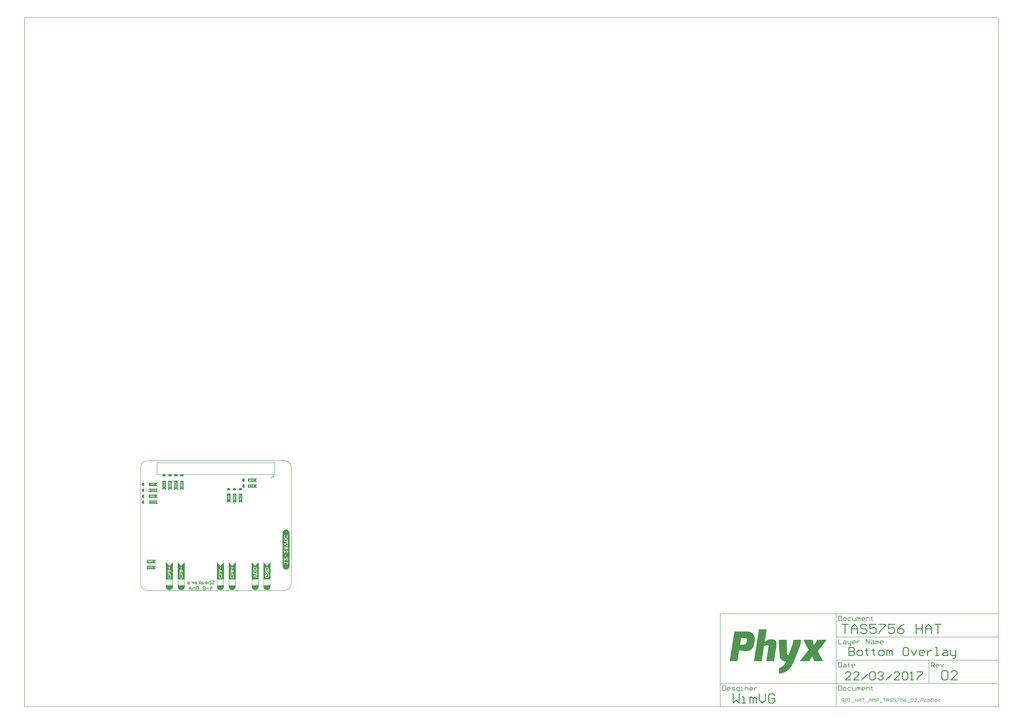
<source format=gbo>
G04 Layer_Color=32896*
%FSLAX25Y25*%
%MOIN*%
G70*
G01*
G75*
%ADD34C,0.00787*%
%ADD35C,0.01575*%
%ADD36C,0.00984*%
%ADD84R,0.01142X0.09843*%
G36*
X70000Y197874D02*
X70287D01*
X70850Y197762D01*
X71380Y197542D01*
X71857Y197224D01*
X72263Y196818D01*
X72582Y196341D01*
X72801Y195810D01*
X72913Y195248D01*
Y194961D01*
X72913D01*
X72913Y193937D01*
X67087D01*
Y194961D01*
X67087Y195248D01*
X67199Y195810D01*
X67418Y196341D01*
X67737Y196818D01*
X68143Y197224D01*
X68620Y197542D01*
X69150Y197762D01*
X69713Y197874D01*
X70000Y197874D01*
D02*
G37*
G36*
X60000D02*
X60287D01*
X60850Y197762D01*
X61380Y197542D01*
X61857Y197224D01*
X62263Y196818D01*
X62582Y196341D01*
X62801Y195810D01*
X62913Y195248D01*
Y194961D01*
X62913D01*
X62913Y193937D01*
X57087D01*
Y194961D01*
X57087Y195248D01*
X57199Y195810D01*
X57418Y196341D01*
X57737Y196818D01*
X58143Y197224D01*
X58620Y197542D01*
X59150Y197762D01*
X59713Y197874D01*
X60000Y197874D01*
D02*
G37*
G36*
X50000D02*
X50287D01*
X50850Y197762D01*
X51380Y197542D01*
X51857Y197224D01*
X52263Y196818D01*
X52582Y196341D01*
X52801Y195810D01*
X52913Y195248D01*
Y194961D01*
X52913D01*
X52913Y193937D01*
X47087D01*
Y194961D01*
X47087Y195248D01*
X47199Y195810D01*
X47418Y196341D01*
X47737Y196818D01*
X48143Y197224D01*
X48620Y197542D01*
X49150Y197762D01*
X49713Y197874D01*
X50000Y197874D01*
D02*
G37*
G36*
X40000D02*
X40287D01*
X40850Y197762D01*
X41380Y197542D01*
X41857Y197224D01*
X42263Y196818D01*
X42582Y196341D01*
X42801Y195810D01*
X42913Y195248D01*
Y194961D01*
X42913D01*
X42913Y193937D01*
X37087D01*
Y194961D01*
X37087Y195248D01*
X37199Y195810D01*
X37418Y196341D01*
X37737Y196818D01*
X38143Y197224D01*
X38620Y197542D01*
X39150Y197762D01*
X39713Y197874D01*
X40000Y197874D01*
D02*
G37*
G36*
X195354Y190315D02*
X198307D01*
X195354Y187362D01*
X198307Y184409D01*
X195354Y184409D01*
X182520D01*
Y190315D01*
X195354D01*
Y190315D01*
D02*
G37*
G36*
X176654Y190236D02*
Y184409D01*
X175630D01*
X175343Y184409D01*
X174780Y184521D01*
X174250Y184741D01*
X173773Y185060D01*
X173367Y185466D01*
X173048Y185943D01*
X172828Y186473D01*
X172717Y187036D01*
X172717Y187323D01*
Y187610D01*
X172828Y188173D01*
X173048Y188703D01*
X173367Y189180D01*
X173773Y189586D01*
X174250Y189905D01*
X174780Y190124D01*
X175343Y190236D01*
X175630D01*
X175630Y190236D01*
X176654Y190236D01*
D02*
G37*
G36*
X26732Y182992D02*
X29685D01*
X26732Y180039D01*
X29685Y177087D01*
X26732Y177087D01*
X13898D01*
Y182992D01*
X26732D01*
Y182992D01*
D02*
G37*
G36*
X6063Y182913D02*
Y177087D01*
X5039D01*
X4752Y177087D01*
X4190Y177199D01*
X3659Y177418D01*
X3182Y177737D01*
X2776Y178143D01*
X2458Y178620D01*
X2238Y179150D01*
X2126Y179713D01*
X2126Y180000D01*
Y180287D01*
X2238Y180850D01*
X2458Y181380D01*
X2776Y181857D01*
X3182Y182263D01*
X3659Y182582D01*
X4190Y182801D01*
X4752Y182913D01*
X5039D01*
X5039Y182913D01*
X6063Y182913D01*
D02*
G37*
G36*
X195354Y180315D02*
X198307D01*
X195354Y177362D01*
X198307Y174409D01*
X195354Y174409D01*
X182520D01*
Y180315D01*
X195354D01*
Y180315D01*
D02*
G37*
G36*
X176654Y180236D02*
Y174409D01*
X175630D01*
X175343Y174409D01*
X174780Y174521D01*
X174250Y174741D01*
X173773Y175060D01*
X173367Y175466D01*
X173048Y175943D01*
X172828Y176473D01*
X172717Y177036D01*
X172717Y177323D01*
Y177610D01*
X172828Y178173D01*
X173048Y178703D01*
X173367Y179180D01*
X173773Y179586D01*
X174250Y179905D01*
X174780Y180124D01*
X175343Y180236D01*
X175630D01*
X175630Y180236D01*
X176654Y180236D01*
D02*
G37*
G36*
X72992Y173268D02*
X72992D01*
Y170315D01*
X70039Y173268D01*
X67087Y170315D01*
X67087Y173268D01*
Y186102D01*
X72992D01*
Y173268D01*
D02*
G37*
G36*
X62992D02*
X62992D01*
Y170315D01*
X60039Y173268D01*
X57087Y170315D01*
X57087Y173268D01*
Y186102D01*
X62992D01*
Y173268D01*
D02*
G37*
G36*
X52992D02*
X52992D01*
Y170315D01*
X50039Y173268D01*
X47087Y170315D01*
X47087Y173268D01*
Y186102D01*
X52992D01*
Y173268D01*
D02*
G37*
G36*
X42992D02*
X42992D01*
Y170315D01*
X40039Y173268D01*
X37087Y170315D01*
X37087Y173268D01*
Y186102D01*
X42992D01*
Y173268D01*
D02*
G37*
G36*
X169606Y174213D02*
X169893D01*
X170456Y174101D01*
X170986Y173881D01*
X171464Y173562D01*
X171869Y173156D01*
X172188Y172679D01*
X172408Y172149D01*
X172520Y171586D01*
Y171299D01*
X172520D01*
X172520Y170276D01*
X166693D01*
Y171299D01*
X166693Y171586D01*
X166805Y172149D01*
X167025Y172679D01*
X167343Y173156D01*
X167749Y173562D01*
X168226Y173881D01*
X168756Y174101D01*
X169319Y174213D01*
X169606Y174213D01*
D02*
G37*
G36*
X159606D02*
X159893D01*
X160456Y174101D01*
X160986Y173881D01*
X161463Y173562D01*
X161869Y173156D01*
X162188Y172679D01*
X162408Y172149D01*
X162520Y171586D01*
Y171299D01*
X162520D01*
X162520Y170276D01*
X156693D01*
Y171299D01*
X156693Y171586D01*
X156805Y172149D01*
X157025Y172679D01*
X157343Y173156D01*
X157749Y173562D01*
X158226Y173881D01*
X158756Y174101D01*
X159319Y174213D01*
X159606Y174213D01*
D02*
G37*
G36*
X149606D02*
X149893D01*
X150456Y174101D01*
X150986Y173881D01*
X151463Y173562D01*
X151869Y173156D01*
X152188Y172679D01*
X152408Y172149D01*
X152520Y171586D01*
Y171299D01*
X152520D01*
X152520Y170276D01*
X146693D01*
Y171299D01*
X146693Y171586D01*
X146805Y172149D01*
X147025Y172679D01*
X147343Y173156D01*
X147749Y173562D01*
X148226Y173881D01*
X148757Y174101D01*
X149319Y174213D01*
X149606Y174213D01*
D02*
G37*
G36*
X26732Y172992D02*
X29685D01*
X26732Y170039D01*
X29685Y167087D01*
X26732Y167087D01*
X13898D01*
Y172992D01*
X26732D01*
Y172992D01*
D02*
G37*
G36*
X6063Y172913D02*
Y167087D01*
X5039D01*
X4752Y167087D01*
X4190Y167199D01*
X3659Y167418D01*
X3182Y167737D01*
X2776Y168143D01*
X2458Y168620D01*
X2238Y169150D01*
X2126Y169713D01*
X2126Y170000D01*
Y170287D01*
X2238Y170850D01*
X2458Y171380D01*
X2776Y171857D01*
X3182Y172263D01*
X3659Y172582D01*
X4190Y172801D01*
X4752Y172913D01*
X5039D01*
X5039Y172913D01*
X6063Y172913D01*
D02*
G37*
G36*
X26732Y162992D02*
X29685D01*
X26732Y160039D01*
X29685Y157087D01*
X26732Y157087D01*
X13898D01*
Y162992D01*
X26732D01*
Y162992D01*
D02*
G37*
G36*
X6063Y162913D02*
Y157087D01*
X5039D01*
X4752Y157087D01*
X4190Y157199D01*
X3659Y157418D01*
X3182Y157737D01*
X2776Y158143D01*
X2458Y158620D01*
X2238Y159150D01*
X2126Y159713D01*
X2126Y160000D01*
Y160287D01*
X2238Y160850D01*
X2458Y161380D01*
X2776Y161857D01*
X3182Y162263D01*
X3659Y162582D01*
X4190Y162801D01*
X4752Y162913D01*
X5039D01*
X5039Y162913D01*
X6063Y162913D01*
D02*
G37*
G36*
X172599Y151575D02*
X172599D01*
Y148622D01*
X169646Y151575D01*
X166693Y148622D01*
X166693Y151575D01*
Y164409D01*
X172599D01*
Y151575D01*
D02*
G37*
G36*
X162599D02*
X162599D01*
Y148622D01*
X159646Y151575D01*
X156693Y148622D01*
X156693Y151575D01*
Y164409D01*
X162599D01*
Y151575D01*
D02*
G37*
G36*
X152599D02*
X152599D01*
Y148622D01*
X149646Y151575D01*
X146693Y148622D01*
X146693Y151575D01*
Y164409D01*
X152599D01*
Y151575D01*
D02*
G37*
G36*
X26732Y152992D02*
X29685D01*
X26732Y150039D01*
X29685Y147087D01*
X26732Y147087D01*
X13898D01*
Y152992D01*
X26732D01*
Y152992D01*
D02*
G37*
G36*
X6063Y152913D02*
Y147087D01*
X5039D01*
X4752Y147087D01*
X4190Y147199D01*
X3659Y147418D01*
X3182Y147737D01*
X2776Y148143D01*
X2458Y148620D01*
X2238Y149150D01*
X2126Y149713D01*
X2126Y150000D01*
Y150287D01*
X2238Y150850D01*
X2458Y151380D01*
X2776Y151857D01*
X3182Y152263D01*
X3659Y152582D01*
X4190Y152801D01*
X4752Y152913D01*
X5039D01*
X5039Y152913D01*
X6063Y152913D01*
D02*
G37*
G36*
X248770Y103120D02*
X249845Y102674D01*
X250812Y102028D01*
X251634Y101206D01*
X252281Y100238D01*
X252726Y99164D01*
X252953Y98023D01*
X252953Y97441D01*
X252953D01*
Y95472D01*
X252953D01*
Y43307D01*
X252953Y41339D01*
X252953Y40757D01*
X252726Y39616D01*
X252281Y38541D01*
X251634Y37574D01*
X250812Y36751D01*
X249845Y36105D01*
X248770Y35660D01*
X247629Y35433D01*
X247047Y35433D01*
X246466Y35433D01*
X245325Y35660D01*
X244250Y36105D01*
X243283Y36751D01*
X242460Y37574D01*
X241814Y38541D01*
X241369Y39616D01*
X241142Y40757D01*
X241142Y41339D01*
Y41339D01*
Y43307D01*
Y95472D01*
X241142D01*
X241142Y97441D01*
X241142Y98023D01*
X241369Y99164D01*
X241814Y100238D01*
X242460Y101206D01*
X243283Y102028D01*
X244250Y102674D01*
X245325Y103120D01*
X246466Y103347D01*
X247047Y103346D01*
X247629Y103347D01*
X248770Y103120D01*
D02*
G37*
G36*
X23425Y52205D02*
X26378D01*
X23425Y49252D01*
X26378Y46299D01*
X23425Y46299D01*
X10591D01*
Y52205D01*
X23425D01*
Y52205D01*
D02*
G37*
G36*
X220630Y42323D02*
Y18701D01*
X208819D01*
Y42323D01*
Y48228D01*
X214724Y42323D01*
X214724D01*
X220630Y48228D01*
Y42323D01*
D02*
G37*
G36*
X200630D02*
Y18701D01*
X188819D01*
Y42323D01*
Y48228D01*
X194724Y42323D01*
X194725D01*
X200630Y48228D01*
Y42323D01*
D02*
G37*
G36*
X161575D02*
Y18701D01*
X149764D01*
Y42323D01*
Y48228D01*
X155669Y42323D01*
X155669D01*
X161575Y48228D01*
Y42323D01*
D02*
G37*
G36*
X141575D02*
Y18701D01*
X129764D01*
Y42323D01*
Y48228D01*
X135669Y42323D01*
X135669D01*
X141575Y48228D01*
Y42323D01*
D02*
G37*
G36*
X74961D02*
Y18701D01*
X63150D01*
Y42323D01*
Y48228D01*
X69055Y42323D01*
X69055D01*
X74961Y48228D01*
Y42323D01*
D02*
G37*
G36*
X54961D02*
Y18701D01*
X43150D01*
Y42323D01*
Y48228D01*
X49055Y42323D01*
X49055D01*
X54961Y48228D01*
Y42323D01*
D02*
G37*
G36*
X23425Y42205D02*
X26378D01*
X23425Y39252D01*
X26378Y36299D01*
X23425Y36299D01*
X10591D01*
Y42205D01*
X23425D01*
Y42205D01*
D02*
G37*
G36*
X220630Y6890D02*
X220630Y6308D01*
X220403Y5167D01*
X219958Y4092D01*
X219311Y3125D01*
X218489Y2303D01*
X217522Y1656D01*
X216447Y1211D01*
X215306Y984D01*
X214724Y984D01*
X214143Y984D01*
X213002Y1211D01*
X211927Y1656D01*
X210960Y2303D01*
X210137Y3125D01*
X209491Y4092D01*
X209046Y5167D01*
X208819Y6308D01*
X208819Y6890D01*
Y6890D01*
Y8858D01*
X220630D01*
X220630Y6890D01*
D02*
G37*
G36*
X200630D02*
X200630Y6308D01*
X200403Y5167D01*
X199958Y4092D01*
X199311Y3125D01*
X198489Y2303D01*
X197522Y1656D01*
X196447Y1211D01*
X195306Y984D01*
X194724Y984D01*
X194143Y984D01*
X193002Y1211D01*
X191927Y1656D01*
X190960Y2303D01*
X190137Y3125D01*
X189491Y4092D01*
X189046Y5167D01*
X188819Y6308D01*
X188819Y6890D01*
Y6890D01*
Y8858D01*
X200630D01*
X200630Y6890D01*
D02*
G37*
G36*
X161575D02*
X161575Y6308D01*
X161348Y5167D01*
X160903Y4092D01*
X160256Y3125D01*
X159434Y2303D01*
X158467Y1656D01*
X157392Y1211D01*
X156251Y984D01*
X155669Y984D01*
X155088Y984D01*
X153947Y1211D01*
X152872Y1656D01*
X151905Y2303D01*
X151082Y3125D01*
X150436Y4092D01*
X149991Y5167D01*
X149764Y6308D01*
X149764Y6890D01*
Y6890D01*
Y8858D01*
X161575D01*
X161575Y6890D01*
D02*
G37*
G36*
X141575D02*
X141575Y6308D01*
X141348Y5167D01*
X140903Y4092D01*
X140256Y3125D01*
X139434Y2303D01*
X138467Y1656D01*
X137392Y1211D01*
X136251Y984D01*
X135669Y984D01*
X135088Y984D01*
X133947Y1211D01*
X132872Y1656D01*
X131905Y2303D01*
X131082Y3125D01*
X130436Y4092D01*
X129991Y5167D01*
X129764Y6308D01*
X129764Y6890D01*
Y6890D01*
Y8858D01*
X141575D01*
X141575Y6890D01*
D02*
G37*
G36*
X74961D02*
X74961Y6308D01*
X74734Y5167D01*
X74288Y4092D01*
X73642Y3125D01*
X72820Y2303D01*
X71852Y1656D01*
X70778Y1211D01*
X69637Y984D01*
X69055Y984D01*
X68474Y984D01*
X67333Y1211D01*
X66258Y1656D01*
X65291Y2303D01*
X64468Y3125D01*
X63822Y4092D01*
X63376Y5167D01*
X63150Y6308D01*
X63150Y6890D01*
Y6890D01*
Y8858D01*
X74961D01*
X74961Y6890D01*
D02*
G37*
G36*
X54961D02*
X54961Y6308D01*
X54734Y5167D01*
X54289Y4092D01*
X53642Y3125D01*
X52820Y2303D01*
X51852Y1656D01*
X50778Y1211D01*
X49637Y984D01*
X49055Y984D01*
X48474Y984D01*
X47333Y1211D01*
X46258Y1656D01*
X45291Y2303D01*
X44468Y3125D01*
X43822Y4092D01*
X43376Y5167D01*
X43150Y6308D01*
X43150Y6890D01*
Y6890D01*
Y8858D01*
X54961D01*
X54961Y6890D01*
D02*
G37*
G36*
X1165172Y-83717D02*
X1164886D01*
Y-84003D01*
X1164599D01*
Y-84290D01*
Y-84576D01*
X1164313D01*
Y-84862D01*
X1164027D01*
Y-85149D01*
X1163740D01*
Y-85435D01*
Y-85721D01*
X1163454D01*
Y-86007D01*
X1163168D01*
Y-86294D01*
X1162881D01*
Y-86580D01*
X1162595D01*
Y-86866D01*
Y-87153D01*
X1162309D01*
Y-87439D01*
X1162022D01*
Y-87725D01*
X1161736D01*
Y-88012D01*
Y-88298D01*
X1161450D01*
Y-88584D01*
X1161163D01*
Y-88871D01*
X1160877D01*
Y-89157D01*
X1160591D01*
Y-89443D01*
Y-89730D01*
X1160305D01*
Y-90016D01*
X1160018D01*
Y-90302D01*
X1159732D01*
Y-90588D01*
Y-90875D01*
X1159445D01*
Y-91161D01*
X1159159D01*
Y-91448D01*
X1158873D01*
Y-91734D01*
Y-92020D01*
X1158587D01*
Y-92306D01*
X1158300D01*
Y-92593D01*
X1158014D01*
Y-92879D01*
X1157728D01*
Y-93165D01*
Y-93452D01*
X1157441D01*
Y-93738D01*
X1157155D01*
Y-94024D01*
X1156869D01*
Y-94311D01*
Y-94597D01*
X1156582D01*
Y-94883D01*
X1156296D01*
Y-95170D01*
X1156010D01*
Y-95456D01*
Y-95742D01*
X1155723D01*
Y-96029D01*
X1155437D01*
Y-96315D01*
X1155151D01*
Y-96601D01*
X1154865D01*
Y-96887D01*
Y-97174D01*
X1154578D01*
Y-97460D01*
X1154292D01*
Y-97746D01*
X1154006D01*
Y-98033D01*
Y-98319D01*
X1153719D01*
Y-98605D01*
X1153433D01*
Y-98892D01*
X1153147D01*
Y-99178D01*
Y-99464D01*
X1152860D01*
Y-99751D01*
X1152574D01*
Y-100037D01*
X1152288D01*
Y-100323D01*
X1152001D01*
Y-100610D01*
Y-100896D01*
X1151715D01*
Y-101182D01*
X1151429D01*
Y-101468D01*
X1151142D01*
Y-101755D01*
Y-102041D01*
X1150856D01*
Y-102327D01*
X1150570D01*
Y-102614D01*
X1150284D01*
Y-102900D01*
X1149997D01*
Y-103186D01*
Y-103473D01*
X1150284D01*
Y-103759D01*
Y-104045D01*
X1150570D01*
Y-104332D01*
Y-104618D01*
X1150856D01*
Y-104904D01*
X1151142D01*
Y-105191D01*
Y-105477D01*
X1151429D01*
Y-105763D01*
Y-106049D01*
X1151715D01*
Y-106336D01*
Y-106622D01*
X1152001D01*
Y-106908D01*
Y-107195D01*
X1152288D01*
Y-107481D01*
Y-107767D01*
X1152574D01*
Y-108054D01*
Y-108340D01*
X1152860D01*
Y-108626D01*
Y-108913D01*
X1153147D01*
Y-109199D01*
Y-109485D01*
X1153433D01*
Y-109772D01*
X1153719D01*
Y-110058D01*
Y-110344D01*
X1154006D01*
Y-110630D01*
Y-110917D01*
X1154292D01*
Y-111203D01*
Y-111489D01*
X1154578D01*
Y-111776D01*
Y-112062D01*
X1154865D01*
Y-112348D01*
Y-112635D01*
X1155151D01*
Y-112921D01*
Y-113207D01*
X1155437D01*
Y-113494D01*
Y-113780D01*
X1155723D01*
Y-114066D01*
X1156010D01*
Y-114353D01*
Y-114639D01*
X1156296D01*
Y-114925D01*
Y-115211D01*
X1156582D01*
Y-115498D01*
Y-115784D01*
X1156869D01*
Y-116070D01*
Y-116357D01*
X1157155D01*
Y-116643D01*
Y-116929D01*
X1157441D01*
Y-117216D01*
Y-117502D01*
X1157728D01*
Y-117788D01*
Y-118075D01*
X1158014D01*
Y-118361D01*
X1158300D01*
Y-118647D01*
Y-118933D01*
X1158587D01*
Y-119220D01*
Y-119506D01*
X1158873D01*
Y-119792D01*
X1143698D01*
Y-119506D01*
X1143412D01*
Y-119220D01*
Y-118933D01*
Y-118647D01*
X1143126D01*
Y-118361D01*
Y-118075D01*
Y-117788D01*
X1142839D01*
Y-117502D01*
Y-117216D01*
X1142553D01*
Y-116929D01*
Y-116643D01*
Y-116357D01*
X1142267D01*
Y-116070D01*
Y-115784D01*
Y-115498D01*
X1141980D01*
Y-115211D01*
Y-114925D01*
X1141694D01*
Y-114639D01*
Y-114353D01*
Y-114066D01*
X1141408D01*
Y-113780D01*
Y-113494D01*
Y-113207D01*
X1141121D01*
Y-112921D01*
Y-112635D01*
Y-112348D01*
X1140835D01*
Y-112062D01*
X1140263D01*
Y-112348D01*
Y-112635D01*
X1139976D01*
Y-112921D01*
X1139690D01*
Y-113207D01*
Y-113494D01*
X1139404D01*
Y-113780D01*
X1139117D01*
Y-114066D01*
Y-114353D01*
X1138831D01*
Y-114639D01*
X1138545D01*
Y-114925D01*
Y-115211D01*
X1138258D01*
Y-115498D01*
X1137972D01*
Y-115784D01*
X1137686D01*
Y-116070D01*
Y-116357D01*
X1137399D01*
Y-116643D01*
X1137113D01*
Y-116929D01*
Y-117216D01*
X1136827D01*
Y-117502D01*
X1136541D01*
Y-117788D01*
Y-118075D01*
X1136254D01*
Y-118361D01*
X1135968D01*
Y-118647D01*
Y-118933D01*
X1135682D01*
Y-119220D01*
X1135395D01*
Y-119506D01*
Y-119792D01*
X1119362D01*
Y-119506D01*
X1119648D01*
Y-119220D01*
X1119934D01*
Y-118933D01*
X1120221D01*
Y-118647D01*
X1120507D01*
Y-118361D01*
Y-118075D01*
X1120793D01*
Y-117788D01*
X1121080D01*
Y-117502D01*
X1121366D01*
Y-117216D01*
X1121652D01*
Y-116929D01*
Y-116643D01*
X1121939D01*
Y-116357D01*
X1122225D01*
Y-116070D01*
X1122511D01*
Y-115784D01*
Y-115498D01*
X1122797D01*
Y-115211D01*
X1123084D01*
Y-114925D01*
X1123370D01*
Y-114639D01*
X1123656D01*
Y-114353D01*
Y-114066D01*
X1123943D01*
Y-113780D01*
X1124229D01*
Y-113494D01*
X1124515D01*
Y-113207D01*
X1124802D01*
Y-112921D01*
Y-112635D01*
X1125088D01*
Y-112348D01*
X1125374D01*
Y-112062D01*
X1125661D01*
Y-111776D01*
Y-111489D01*
X1125947D01*
Y-111203D01*
X1126233D01*
Y-110917D01*
X1126519D01*
Y-110630D01*
X1126806D01*
Y-110344D01*
Y-110058D01*
X1127092D01*
Y-109772D01*
X1127378D01*
Y-109485D01*
X1127665D01*
Y-109199D01*
Y-108913D01*
X1127951D01*
Y-108626D01*
X1128237D01*
Y-108340D01*
X1128524D01*
Y-108054D01*
X1128810D01*
Y-107767D01*
Y-107481D01*
X1129096D01*
Y-107195D01*
X1129383D01*
Y-106908D01*
X1129669D01*
Y-106622D01*
Y-106336D01*
X1129955D01*
Y-106049D01*
X1130242D01*
Y-105763D01*
X1130528D01*
Y-105477D01*
X1130814D01*
Y-105191D01*
Y-104904D01*
X1131100D01*
Y-104618D01*
X1131387D01*
Y-104332D01*
X1131673D01*
Y-104045D01*
X1131960D01*
Y-103759D01*
Y-103473D01*
X1132246D01*
Y-103186D01*
X1132532D01*
Y-102900D01*
X1132818D01*
Y-102614D01*
Y-102327D01*
X1133105D01*
Y-102041D01*
X1133391D01*
Y-101755D01*
X1133677D01*
Y-101468D01*
X1133964D01*
Y-101182D01*
Y-100896D01*
X1134250D01*
Y-100610D01*
Y-100323D01*
Y-100037D01*
X1133964D01*
Y-99751D01*
X1133677D01*
Y-99464D01*
Y-99178D01*
X1133391D01*
Y-98892D01*
Y-98605D01*
X1133105D01*
Y-98319D01*
Y-98033D01*
X1132818D01*
Y-97746D01*
Y-97460D01*
X1132532D01*
Y-97174D01*
Y-96887D01*
X1132246D01*
Y-96601D01*
Y-96315D01*
X1131960D01*
Y-96029D01*
X1131673D01*
Y-95742D01*
Y-95456D01*
X1131387D01*
Y-95170D01*
Y-94883D01*
X1131100D01*
Y-94597D01*
Y-94311D01*
X1130814D01*
Y-94024D01*
Y-93738D01*
X1130528D01*
Y-93452D01*
Y-93165D01*
X1130242D01*
Y-92879D01*
Y-92593D01*
X1129955D01*
Y-92306D01*
X1129669D01*
Y-92020D01*
Y-91734D01*
X1129383D01*
Y-91448D01*
Y-91161D01*
X1129096D01*
Y-90875D01*
Y-90588D01*
X1128810D01*
Y-90302D01*
Y-90016D01*
X1128524D01*
Y-89730D01*
Y-89443D01*
X1128237D01*
Y-89157D01*
Y-88871D01*
X1127951D01*
Y-88584D01*
Y-88298D01*
X1127665D01*
Y-88012D01*
X1127378D01*
Y-87725D01*
Y-87439D01*
X1127092D01*
Y-87153D01*
Y-86866D01*
X1126806D01*
Y-86580D01*
Y-86294D01*
X1126519D01*
Y-86007D01*
Y-85721D01*
X1126233D01*
Y-85435D01*
Y-85149D01*
X1125947D01*
Y-84862D01*
Y-84576D01*
X1125661D01*
Y-84290D01*
X1125374D01*
Y-84003D01*
Y-83717D01*
X1125088D01*
Y-83431D01*
X1140835D01*
Y-83717D01*
X1141121D01*
Y-84003D01*
Y-84290D01*
Y-84576D01*
X1141408D01*
Y-84862D01*
Y-85149D01*
Y-85435D01*
X1141694D01*
Y-85721D01*
Y-86007D01*
Y-86294D01*
X1141980D01*
Y-86580D01*
Y-86866D01*
Y-87153D01*
X1142267D01*
Y-87439D01*
Y-87725D01*
Y-88012D01*
X1142553D01*
Y-88298D01*
Y-88584D01*
Y-88871D01*
X1142839D01*
Y-89157D01*
Y-89443D01*
Y-89730D01*
X1143126D01*
Y-90016D01*
Y-90302D01*
Y-90588D01*
X1143412D01*
Y-90875D01*
Y-91161D01*
Y-91448D01*
Y-91734D01*
X1143985D01*
Y-91448D01*
X1144271D01*
Y-91161D01*
X1144557D01*
Y-90875D01*
Y-90588D01*
X1144844D01*
Y-90302D01*
X1145130D01*
Y-90016D01*
Y-89730D01*
X1145416D01*
Y-89443D01*
X1145702D01*
Y-89157D01*
Y-88871D01*
X1145989D01*
Y-88584D01*
X1146275D01*
Y-88298D01*
Y-88012D01*
X1146561D01*
Y-87725D01*
X1146848D01*
Y-87439D01*
Y-87153D01*
X1147134D01*
Y-86866D01*
X1147420D01*
Y-86580D01*
Y-86294D01*
X1147707D01*
Y-86007D01*
X1147993D01*
Y-85721D01*
Y-85435D01*
X1148279D01*
Y-85149D01*
X1148566D01*
Y-84862D01*
Y-84576D01*
X1148852D01*
Y-84290D01*
X1149138D01*
Y-84003D01*
Y-83717D01*
X1149425D01*
Y-83431D01*
X1165172D01*
Y-83717D01*
D02*
G37*
G36*
X1032036Y-69688D02*
X1033754D01*
Y-69974D01*
X1034613D01*
Y-70260D01*
X1035472D01*
Y-70547D01*
X1036331D01*
Y-70833D01*
X1036904D01*
Y-71119D01*
X1037190D01*
Y-71406D01*
X1037763D01*
Y-71692D01*
X1038049D01*
Y-71978D01*
X1038622D01*
Y-72264D01*
X1038908D01*
Y-72551D01*
X1039194D01*
Y-72837D01*
X1039480D01*
Y-73123D01*
X1039767D01*
Y-73410D01*
X1040053D01*
Y-73696D01*
X1040339D01*
Y-73982D01*
Y-74269D01*
X1040626D01*
Y-74555D01*
X1040912D01*
Y-74841D01*
Y-75128D01*
X1041198D01*
Y-75414D01*
X1041485D01*
Y-75700D01*
Y-75987D01*
X1041771D01*
Y-76273D01*
Y-76559D01*
Y-76846D01*
X1042057D01*
Y-77132D01*
Y-77418D01*
Y-77704D01*
X1042344D01*
Y-77991D01*
Y-78277D01*
Y-78563D01*
Y-78850D01*
X1042630D01*
Y-79136D01*
Y-79422D01*
Y-79709D01*
Y-79995D01*
Y-80281D01*
X1042916D01*
Y-80568D01*
Y-80854D01*
Y-81140D01*
Y-81427D01*
Y-81713D01*
Y-81999D01*
Y-82285D01*
Y-82572D01*
Y-82858D01*
Y-83144D01*
Y-83431D01*
Y-83717D01*
Y-84003D01*
Y-84290D01*
Y-84576D01*
Y-84862D01*
Y-85149D01*
Y-85435D01*
Y-85721D01*
Y-86007D01*
X1042630D01*
Y-86294D01*
Y-86580D01*
Y-86866D01*
Y-87153D01*
Y-87439D01*
Y-87725D01*
Y-88012D01*
X1042344D01*
Y-88298D01*
Y-88584D01*
Y-88871D01*
Y-89157D01*
Y-89443D01*
X1042057D01*
Y-89730D01*
Y-90016D01*
Y-90302D01*
Y-90588D01*
Y-90875D01*
X1041771D01*
Y-91161D01*
Y-91448D01*
Y-91734D01*
X1041485D01*
Y-92020D01*
Y-92306D01*
Y-92593D01*
Y-92879D01*
X1041198D01*
Y-93165D01*
Y-93452D01*
Y-93738D01*
X1040912D01*
Y-94024D01*
Y-94311D01*
X1040626D01*
Y-94597D01*
Y-94883D01*
Y-95170D01*
X1040339D01*
Y-95456D01*
Y-95742D01*
X1040053D01*
Y-96029D01*
Y-96315D01*
X1039767D01*
Y-96601D01*
Y-96887D01*
X1039480D01*
Y-97174D01*
X1039194D01*
Y-97460D01*
Y-97746D01*
X1038908D01*
Y-98033D01*
X1038622D01*
Y-98319D01*
X1038335D01*
Y-98605D01*
Y-98892D01*
X1038049D01*
Y-99178D01*
X1037763D01*
Y-99464D01*
X1037476D01*
Y-99751D01*
X1037190D01*
Y-100037D01*
X1036904D01*
Y-100323D01*
X1036331D01*
Y-100610D01*
X1036045D01*
Y-100896D01*
X1035472D01*
Y-101182D01*
X1035186D01*
Y-101468D01*
X1034613D01*
Y-101755D01*
X1033754D01*
Y-102041D01*
X1032895D01*
Y-102327D01*
X1032036D01*
Y-102614D01*
X1030318D01*
Y-102900D01*
X1025165D01*
Y-102614D01*
X1022588D01*
Y-102327D01*
X1020584D01*
Y-102041D01*
X1019152D01*
Y-101755D01*
X1017721D01*
Y-101468D01*
X1016289D01*
Y-101755D01*
Y-102041D01*
Y-102327D01*
Y-102614D01*
Y-102900D01*
Y-103186D01*
Y-103473D01*
X1016003D01*
Y-103759D01*
Y-104045D01*
Y-104332D01*
Y-104618D01*
Y-104904D01*
Y-105191D01*
X1015716D01*
Y-105477D01*
Y-105763D01*
Y-106049D01*
Y-106336D01*
Y-106622D01*
Y-106908D01*
X1015430D01*
Y-107195D01*
Y-107481D01*
Y-107767D01*
Y-108054D01*
Y-108340D01*
Y-108626D01*
Y-108913D01*
X1015144D01*
Y-109199D01*
Y-109485D01*
Y-109772D01*
Y-110058D01*
Y-110344D01*
Y-110630D01*
X1014857D01*
Y-110917D01*
Y-111203D01*
Y-111489D01*
Y-111776D01*
Y-112062D01*
Y-112348D01*
X1014571D01*
Y-112635D01*
Y-112921D01*
Y-113207D01*
Y-113494D01*
Y-113780D01*
Y-114066D01*
Y-114353D01*
X1014285D01*
Y-114639D01*
Y-114925D01*
Y-115211D01*
Y-115498D01*
Y-115784D01*
Y-116070D01*
X1013999D01*
Y-116357D01*
Y-116643D01*
Y-116929D01*
Y-117216D01*
Y-117502D01*
Y-117788D01*
X1013712D01*
Y-118075D01*
Y-118361D01*
Y-118647D01*
Y-118933D01*
Y-119220D01*
Y-119506D01*
Y-119792D01*
X1000256D01*
Y-119506D01*
X1000542D01*
Y-119220D01*
Y-118933D01*
Y-118647D01*
Y-118361D01*
Y-118075D01*
X1000828D01*
Y-117788D01*
Y-117502D01*
Y-117216D01*
Y-116929D01*
Y-116643D01*
Y-116357D01*
Y-116070D01*
X1001114D01*
Y-115784D01*
Y-115498D01*
Y-115211D01*
Y-114925D01*
Y-114639D01*
Y-114353D01*
X1001401D01*
Y-114066D01*
Y-113780D01*
Y-113494D01*
Y-113207D01*
Y-112921D01*
Y-112635D01*
X1001687D01*
Y-112348D01*
Y-112062D01*
Y-111776D01*
Y-111489D01*
Y-111203D01*
Y-110917D01*
Y-110630D01*
X1001974D01*
Y-110344D01*
Y-110058D01*
Y-109772D01*
Y-109485D01*
Y-109199D01*
Y-108913D01*
X1002260D01*
Y-108626D01*
Y-108340D01*
Y-108054D01*
Y-107767D01*
Y-107481D01*
Y-107195D01*
X1002546D01*
Y-106908D01*
Y-106622D01*
Y-106336D01*
Y-106049D01*
Y-105763D01*
Y-105477D01*
X1002832D01*
Y-105191D01*
Y-104904D01*
Y-104618D01*
Y-104332D01*
Y-104045D01*
Y-103759D01*
Y-103473D01*
X1003119D01*
Y-103186D01*
Y-102900D01*
Y-102614D01*
Y-102327D01*
Y-102041D01*
Y-101755D01*
X1003405D01*
Y-101468D01*
Y-101182D01*
Y-100896D01*
Y-100610D01*
Y-100323D01*
Y-100037D01*
X1003691D01*
Y-99751D01*
Y-99464D01*
Y-99178D01*
Y-98892D01*
Y-98605D01*
Y-98319D01*
X1003978D01*
Y-98033D01*
Y-97746D01*
Y-97460D01*
Y-97174D01*
Y-96887D01*
Y-96601D01*
Y-96315D01*
X1004264D01*
Y-96029D01*
Y-95742D01*
Y-95456D01*
Y-95170D01*
Y-94883D01*
Y-94597D01*
X1004550D01*
Y-94311D01*
Y-94024D01*
Y-93738D01*
Y-93452D01*
Y-93165D01*
Y-92879D01*
X1004837D01*
Y-92593D01*
Y-92306D01*
Y-92020D01*
Y-91734D01*
Y-91448D01*
Y-91161D01*
Y-90875D01*
X1005123D01*
Y-90588D01*
Y-90302D01*
Y-90016D01*
Y-89730D01*
Y-89443D01*
Y-89157D01*
X1005409D01*
Y-88871D01*
Y-88584D01*
Y-88298D01*
Y-88012D01*
Y-87725D01*
Y-87439D01*
X1005696D01*
Y-87153D01*
Y-86866D01*
Y-86580D01*
Y-86294D01*
Y-86007D01*
Y-85721D01*
X1005982D01*
Y-85435D01*
Y-85149D01*
Y-84862D01*
Y-84576D01*
Y-84290D01*
Y-84003D01*
Y-83717D01*
X1006268D01*
Y-83431D01*
Y-83144D01*
Y-82858D01*
Y-82572D01*
Y-82285D01*
Y-81999D01*
X1006555D01*
Y-81713D01*
Y-81427D01*
Y-81140D01*
Y-80854D01*
Y-80568D01*
Y-80281D01*
X1006841D01*
Y-79995D01*
Y-79709D01*
Y-79422D01*
Y-79136D01*
Y-78850D01*
Y-78563D01*
Y-78277D01*
X1007127D01*
Y-77991D01*
Y-77704D01*
Y-77418D01*
Y-77132D01*
Y-76846D01*
Y-76559D01*
X1007413D01*
Y-76273D01*
Y-75987D01*
Y-75700D01*
Y-75414D01*
Y-75128D01*
Y-74841D01*
X1007700D01*
Y-74555D01*
Y-74269D01*
Y-73982D01*
Y-73696D01*
Y-73410D01*
Y-73123D01*
Y-72837D01*
X1007986D01*
Y-72551D01*
Y-72264D01*
Y-71978D01*
Y-71692D01*
Y-71406D01*
Y-71119D01*
X1008272D01*
Y-70833D01*
Y-70547D01*
Y-70260D01*
Y-69974D01*
Y-69688D01*
Y-69401D01*
X1032036D01*
Y-69688D01*
D02*
G37*
G36*
X1121080Y-83717D02*
Y-84003D01*
Y-84290D01*
Y-84576D01*
Y-84862D01*
Y-85149D01*
Y-85435D01*
Y-85721D01*
Y-86007D01*
Y-86294D01*
Y-86580D01*
Y-86866D01*
Y-87153D01*
Y-87439D01*
Y-87725D01*
Y-88012D01*
Y-88298D01*
Y-88584D01*
Y-88871D01*
Y-89157D01*
Y-89443D01*
X1120793D01*
Y-89730D01*
Y-90016D01*
Y-90302D01*
Y-90588D01*
Y-90875D01*
X1120507D01*
Y-91161D01*
Y-91448D01*
Y-91734D01*
Y-92020D01*
X1120221D01*
Y-92306D01*
Y-92593D01*
Y-92879D01*
Y-93165D01*
X1119934D01*
Y-93452D01*
Y-93738D01*
Y-94024D01*
X1119648D01*
Y-94311D01*
Y-94597D01*
Y-94883D01*
X1119362D01*
Y-95170D01*
Y-95456D01*
Y-95742D01*
X1119075D01*
Y-96029D01*
Y-96315D01*
Y-96601D01*
X1118789D01*
Y-96887D01*
Y-97174D01*
X1118503D01*
Y-97460D01*
Y-97746D01*
X1118217D01*
Y-98033D01*
Y-98319D01*
Y-98605D01*
X1117930D01*
Y-98892D01*
Y-99178D01*
X1117644D01*
Y-99464D01*
Y-99751D01*
Y-100037D01*
X1117358D01*
Y-100323D01*
Y-100610D01*
X1117071D01*
Y-100896D01*
Y-101182D01*
Y-101468D01*
X1116785D01*
Y-101755D01*
Y-102041D01*
X1116499D01*
Y-102327D01*
Y-102614D01*
Y-102900D01*
X1116212D01*
Y-103186D01*
Y-103473D01*
X1115926D01*
Y-103759D01*
Y-104045D01*
Y-104332D01*
X1115640D01*
Y-104618D01*
Y-104904D01*
X1115353D01*
Y-105191D01*
Y-105477D01*
Y-105763D01*
X1115067D01*
Y-106049D01*
Y-106336D01*
X1114781D01*
Y-106622D01*
Y-106908D01*
Y-107195D01*
X1114494D01*
Y-107481D01*
Y-107767D01*
X1114208D01*
Y-108054D01*
Y-108340D01*
Y-108626D01*
X1113922D01*
Y-108913D01*
Y-109199D01*
X1113636D01*
Y-109485D01*
Y-109772D01*
Y-110058D01*
X1113349D01*
Y-110344D01*
Y-110630D01*
X1113063D01*
Y-110917D01*
Y-111203D01*
Y-111489D01*
X1112776D01*
Y-111776D01*
Y-112062D01*
X1112490D01*
Y-112348D01*
Y-112635D01*
Y-112921D01*
X1112204D01*
Y-113207D01*
Y-113494D01*
X1111918D01*
Y-113780D01*
Y-114066D01*
Y-114353D01*
X1111631D01*
Y-114639D01*
Y-114925D01*
X1111345D01*
Y-115211D01*
Y-115498D01*
Y-115784D01*
X1111059D01*
Y-116070D01*
Y-116357D01*
X1110772D01*
Y-116643D01*
Y-116929D01*
Y-117216D01*
X1110486D01*
Y-117502D01*
Y-117788D01*
X1110200D01*
Y-118075D01*
Y-118361D01*
Y-118647D01*
X1109913D01*
Y-118933D01*
Y-119220D01*
X1109627D01*
Y-119506D01*
Y-119792D01*
Y-120079D01*
X1109341D01*
Y-120365D01*
Y-120651D01*
X1109054D01*
Y-120938D01*
Y-121224D01*
X1108768D01*
Y-121510D01*
Y-121797D01*
X1108482D01*
Y-122083D01*
Y-122369D01*
Y-122656D01*
X1108195D01*
Y-122942D01*
X1107909D01*
Y-123228D01*
Y-123514D01*
Y-123801D01*
X1107623D01*
Y-124087D01*
X1107337D01*
Y-124373D01*
Y-124660D01*
X1107050D01*
Y-124946D01*
Y-125232D01*
X1106764D01*
Y-125519D01*
Y-125805D01*
X1106478D01*
Y-126091D01*
Y-126378D01*
X1106191D01*
Y-126664D01*
X1105905D01*
Y-126950D01*
Y-127237D01*
X1105619D01*
Y-127523D01*
Y-127809D01*
X1105332D01*
Y-128095D01*
X1105046D01*
Y-128382D01*
X1104760D01*
Y-128668D01*
Y-128954D01*
X1104473D01*
Y-129241D01*
X1104187D01*
Y-129527D01*
Y-129813D01*
X1103901D01*
Y-130100D01*
X1103615D01*
Y-130386D01*
X1103328D01*
Y-130672D01*
Y-130959D01*
X1103042D01*
Y-131245D01*
X1102756D01*
Y-131531D01*
X1102469D01*
Y-131818D01*
X1102183D01*
Y-132104D01*
X1101897D01*
Y-132390D01*
Y-132676D01*
X1101610D01*
Y-132963D01*
X1101324D01*
Y-133249D01*
X1101038D01*
Y-133535D01*
X1100751D01*
Y-133822D01*
X1100465D01*
Y-134108D01*
X1100179D01*
Y-134394D01*
X1099892D01*
Y-134681D01*
X1099320D01*
Y-134967D01*
X1099034D01*
Y-135253D01*
X1098747D01*
Y-135540D01*
X1098461D01*
Y-135826D01*
X1098175D01*
Y-136112D01*
X1097602D01*
Y-136399D01*
X1097316D01*
Y-136685D01*
X1096743D01*
Y-136971D01*
X1096457D01*
Y-137258D01*
X1095884D01*
Y-137544D01*
X1095598D01*
Y-137830D01*
X1095025D01*
Y-138117D01*
X1094452D01*
Y-138403D01*
X1093880D01*
Y-138689D01*
X1093307D01*
Y-138975D01*
X1092735D01*
Y-139262D01*
X1091876D01*
Y-139548D01*
X1091303D01*
Y-139834D01*
X1090444D01*
Y-140121D01*
X1089299D01*
Y-140407D01*
X1088154D01*
Y-140693D01*
X1086436D01*
Y-140980D01*
X1084432D01*
Y-141266D01*
X1084145D01*
Y-140980D01*
Y-140693D01*
Y-140407D01*
Y-140121D01*
Y-139834D01*
Y-139548D01*
Y-139262D01*
Y-138975D01*
Y-138689D01*
Y-138403D01*
Y-138117D01*
Y-137830D01*
Y-137544D01*
Y-137258D01*
Y-136971D01*
Y-136685D01*
Y-136399D01*
Y-136112D01*
Y-135826D01*
Y-135540D01*
Y-135253D01*
Y-134967D01*
Y-134681D01*
Y-134394D01*
Y-134108D01*
Y-133822D01*
Y-133535D01*
Y-133249D01*
Y-132963D01*
Y-132676D01*
Y-132390D01*
Y-132104D01*
Y-131818D01*
X1084718D01*
Y-131531D01*
X1085291D01*
Y-131245D01*
X1085863D01*
Y-130959D01*
X1086436D01*
Y-130672D01*
X1087008D01*
Y-130386D01*
X1087581D01*
Y-130100D01*
X1087867D01*
Y-129813D01*
X1088440D01*
Y-129527D01*
X1088726D01*
Y-129241D01*
X1089299D01*
Y-128954D01*
X1089585D01*
Y-128668D01*
X1089872D01*
Y-128382D01*
X1090444D01*
Y-128095D01*
X1090730D01*
Y-127809D01*
X1091017D01*
Y-127523D01*
X1091303D01*
Y-127237D01*
X1091589D01*
Y-126950D01*
X1091876D01*
Y-126664D01*
X1092162D01*
Y-126378D01*
X1092448D01*
Y-126091D01*
X1092735D01*
Y-125805D01*
X1093021D01*
Y-125519D01*
X1093307D01*
Y-125232D01*
X1093594D01*
Y-124946D01*
Y-124660D01*
X1093880D01*
Y-124373D01*
X1094166D01*
Y-124087D01*
X1094452D01*
Y-123801D01*
Y-123514D01*
X1094739D01*
Y-123228D01*
X1095025D01*
Y-122942D01*
Y-122656D01*
X1095311D01*
Y-122369D01*
Y-122083D01*
X1095598D01*
Y-121797D01*
X1095884D01*
Y-121510D01*
Y-121224D01*
X1096170D01*
Y-120938D01*
Y-120651D01*
X1096457D01*
Y-120365D01*
Y-120079D01*
X1094739D01*
Y-119792D01*
X1092735D01*
Y-119506D01*
X1091589D01*
Y-119220D01*
X1091017D01*
Y-118933D01*
X1090158D01*
Y-118647D01*
X1089585D01*
Y-118361D01*
X1089299D01*
Y-118075D01*
X1088726D01*
Y-117788D01*
X1088440D01*
Y-117502D01*
X1088154D01*
Y-117216D01*
X1087867D01*
Y-116929D01*
X1087581D01*
Y-116643D01*
X1087295D01*
Y-116357D01*
Y-116070D01*
X1087008D01*
Y-115784D01*
X1086722D01*
Y-115498D01*
Y-115211D01*
X1086436D01*
Y-114925D01*
Y-114639D01*
X1086149D01*
Y-114353D01*
Y-114066D01*
X1085863D01*
Y-113780D01*
Y-113494D01*
Y-113207D01*
X1085577D01*
Y-112921D01*
Y-112635D01*
Y-112348D01*
Y-112062D01*
X1085291D01*
Y-111776D01*
Y-111489D01*
Y-111203D01*
Y-110917D01*
Y-110630D01*
Y-110344D01*
Y-110058D01*
X1085004D01*
Y-109772D01*
Y-109485D01*
Y-109199D01*
Y-108913D01*
Y-108626D01*
Y-108340D01*
Y-108054D01*
Y-107767D01*
Y-107481D01*
Y-107195D01*
Y-106908D01*
Y-106622D01*
Y-106336D01*
Y-106049D01*
Y-105763D01*
X1084718D01*
Y-105477D01*
Y-105191D01*
Y-104904D01*
Y-104618D01*
Y-104332D01*
Y-104045D01*
Y-103759D01*
Y-103473D01*
Y-103186D01*
Y-102900D01*
Y-102614D01*
Y-102327D01*
Y-102041D01*
Y-101755D01*
Y-101468D01*
X1084432D01*
Y-101182D01*
Y-100896D01*
Y-100610D01*
Y-100323D01*
Y-100037D01*
Y-99751D01*
Y-99464D01*
Y-99178D01*
Y-98892D01*
Y-98605D01*
Y-98319D01*
Y-98033D01*
Y-97746D01*
Y-97460D01*
Y-97174D01*
Y-96887D01*
X1084145D01*
Y-96601D01*
Y-96315D01*
Y-96029D01*
Y-95742D01*
Y-95456D01*
Y-95170D01*
Y-94883D01*
Y-94597D01*
Y-94311D01*
Y-94024D01*
Y-93738D01*
Y-93452D01*
Y-93165D01*
Y-92879D01*
Y-92593D01*
Y-92306D01*
X1083859D01*
Y-92020D01*
Y-91734D01*
Y-91448D01*
Y-91161D01*
Y-90875D01*
Y-90588D01*
Y-90302D01*
Y-90016D01*
Y-89730D01*
Y-89443D01*
Y-89157D01*
Y-88871D01*
Y-88584D01*
Y-88298D01*
X1083573D01*
Y-88012D01*
Y-87725D01*
Y-87439D01*
Y-87153D01*
Y-86866D01*
Y-86580D01*
Y-86294D01*
Y-86007D01*
Y-85721D01*
Y-85435D01*
Y-85149D01*
Y-84862D01*
Y-84576D01*
Y-84290D01*
Y-84003D01*
Y-83717D01*
X1083286D01*
Y-83431D01*
X1097029D01*
Y-83717D01*
Y-84003D01*
Y-84290D01*
Y-84576D01*
Y-84862D01*
Y-85149D01*
Y-85435D01*
Y-85721D01*
Y-86007D01*
Y-86294D01*
Y-86580D01*
Y-86866D01*
Y-87153D01*
Y-87439D01*
X1097316D01*
Y-87725D01*
Y-88012D01*
Y-88298D01*
Y-88584D01*
Y-88871D01*
Y-89157D01*
Y-89443D01*
Y-89730D01*
Y-90016D01*
Y-90302D01*
Y-90588D01*
Y-90875D01*
Y-91161D01*
Y-91448D01*
Y-91734D01*
Y-92020D01*
Y-92306D01*
Y-92593D01*
Y-92879D01*
Y-93165D01*
Y-93452D01*
Y-93738D01*
Y-94024D01*
Y-94311D01*
Y-94597D01*
Y-94883D01*
Y-95170D01*
Y-95456D01*
Y-95742D01*
Y-96029D01*
Y-96315D01*
Y-96601D01*
Y-96887D01*
Y-97174D01*
Y-97460D01*
Y-97746D01*
Y-98033D01*
Y-98319D01*
Y-98605D01*
Y-98892D01*
Y-99178D01*
X1097602D01*
Y-99464D01*
X1097316D01*
Y-99751D01*
Y-100037D01*
X1097602D01*
Y-100323D01*
Y-100610D01*
Y-100896D01*
Y-101182D01*
Y-101468D01*
Y-101755D01*
Y-102041D01*
Y-102327D01*
Y-102614D01*
Y-102900D01*
Y-103186D01*
Y-103473D01*
Y-103759D01*
Y-104045D01*
Y-104332D01*
Y-104618D01*
Y-104904D01*
Y-105191D01*
Y-105477D01*
Y-105763D01*
Y-106049D01*
Y-106336D01*
Y-106622D01*
Y-106908D01*
Y-107195D01*
Y-107481D01*
X1097888D01*
Y-107767D01*
Y-108054D01*
Y-108340D01*
X1098175D01*
Y-108626D01*
X1098461D01*
Y-108913D01*
X1098747D01*
Y-109199D01*
X1099606D01*
Y-109485D01*
X1100465D01*
Y-109199D01*
X1100751D01*
Y-108913D01*
Y-108626D01*
Y-108340D01*
X1101038D01*
Y-108054D01*
Y-107767D01*
X1101324D01*
Y-107481D01*
Y-107195D01*
Y-106908D01*
X1101610D01*
Y-106622D01*
Y-106336D01*
Y-106049D01*
X1101897D01*
Y-105763D01*
Y-105477D01*
Y-105191D01*
X1102183D01*
Y-104904D01*
Y-104618D01*
Y-104332D01*
X1102469D01*
Y-104045D01*
Y-103759D01*
X1102756D01*
Y-103473D01*
Y-103186D01*
Y-102900D01*
X1103042D01*
Y-102614D01*
Y-102327D01*
Y-102041D01*
X1103328D01*
Y-101755D01*
Y-101468D01*
Y-101182D01*
X1103615D01*
Y-100896D01*
Y-100610D01*
X1103901D01*
Y-100323D01*
Y-100037D01*
Y-99751D01*
X1104187D01*
Y-99464D01*
Y-99178D01*
Y-98892D01*
X1104473D01*
Y-98605D01*
Y-98319D01*
Y-98033D01*
X1104760D01*
Y-97746D01*
Y-97460D01*
X1105046D01*
Y-97174D01*
Y-96887D01*
Y-96601D01*
X1105332D01*
Y-96315D01*
Y-96029D01*
Y-95742D01*
X1105619D01*
Y-95456D01*
Y-95170D01*
Y-94883D01*
X1105905D01*
Y-94597D01*
Y-94311D01*
X1106191D01*
Y-94024D01*
Y-93738D01*
Y-93452D01*
X1106478D01*
Y-93165D01*
Y-92879D01*
Y-92593D01*
X1106764D01*
Y-92306D01*
Y-92020D01*
Y-91734D01*
X1107050D01*
Y-91448D01*
Y-91161D01*
Y-90875D01*
Y-90588D01*
X1107337D01*
Y-90302D01*
Y-90016D01*
Y-89730D01*
Y-89443D01*
X1107623D01*
Y-89157D01*
Y-88871D01*
Y-88584D01*
Y-88298D01*
Y-88012D01*
X1107909D01*
Y-87725D01*
Y-87439D01*
Y-87153D01*
Y-86866D01*
Y-86580D01*
Y-86294D01*
X1108195D01*
Y-86007D01*
Y-85721D01*
Y-85435D01*
Y-85149D01*
Y-84862D01*
Y-84576D01*
Y-84290D01*
Y-84003D01*
Y-83717D01*
Y-83431D01*
X1121080D01*
Y-83717D01*
D02*
G37*
G36*
X1063244Y-66252D02*
Y-66538D01*
X1062958D01*
Y-66825D01*
Y-67111D01*
Y-67397D01*
Y-67684D01*
Y-67970D01*
Y-68256D01*
X1062672D01*
Y-68542D01*
Y-68829D01*
Y-69115D01*
Y-69401D01*
Y-69688D01*
Y-69974D01*
X1062385D01*
Y-70260D01*
Y-70547D01*
Y-70833D01*
Y-71119D01*
Y-71406D01*
Y-71692D01*
Y-71978D01*
X1062099D01*
Y-72264D01*
Y-72551D01*
Y-72837D01*
Y-73123D01*
Y-73410D01*
Y-73696D01*
X1061813D01*
Y-73982D01*
Y-74269D01*
Y-74555D01*
Y-74841D01*
Y-75128D01*
Y-75414D01*
X1061526D01*
Y-75700D01*
Y-75987D01*
Y-76273D01*
Y-76559D01*
Y-76846D01*
Y-77132D01*
Y-77418D01*
X1061240D01*
Y-77704D01*
Y-77991D01*
Y-78277D01*
Y-78563D01*
Y-78850D01*
Y-79136D01*
X1060954D01*
Y-79422D01*
Y-79709D01*
Y-79995D01*
Y-80281D01*
Y-80568D01*
Y-80854D01*
X1060668D01*
Y-81140D01*
Y-81427D01*
Y-81713D01*
Y-81999D01*
Y-82285D01*
Y-82572D01*
X1060381D01*
Y-82858D01*
Y-83144D01*
Y-83431D01*
Y-83717D01*
Y-84003D01*
Y-84290D01*
Y-84576D01*
X1060095D01*
Y-84862D01*
Y-85149D01*
Y-85435D01*
Y-85721D01*
Y-86007D01*
Y-86294D01*
X1059809D01*
Y-86580D01*
Y-86866D01*
X1060381D01*
Y-86580D01*
X1060668D01*
Y-86294D01*
X1060954D01*
Y-86007D01*
X1061526D01*
Y-85721D01*
X1061813D01*
Y-85435D01*
X1062099D01*
Y-85149D01*
X1062672D01*
Y-84862D01*
X1063244D01*
Y-84576D01*
X1063531D01*
Y-84290D01*
X1064103D01*
Y-84003D01*
X1064962D01*
Y-83717D01*
X1065535D01*
Y-83431D01*
X1066394D01*
Y-83144D01*
X1067825D01*
Y-82858D01*
X1074124D01*
Y-83144D01*
X1075270D01*
Y-83431D01*
X1076128D01*
Y-83717D01*
X1076701D01*
Y-84003D01*
X1076987D01*
Y-84290D01*
X1077560D01*
Y-84576D01*
X1077846D01*
Y-84862D01*
X1078133D01*
Y-85149D01*
X1078419D01*
Y-85435D01*
X1078705D01*
Y-85721D01*
Y-86007D01*
X1078992D01*
Y-86294D01*
Y-86580D01*
X1079278D01*
Y-86866D01*
Y-87153D01*
Y-87439D01*
X1079564D01*
Y-87725D01*
Y-88012D01*
Y-88298D01*
Y-88584D01*
X1079850D01*
Y-88871D01*
Y-89157D01*
Y-89443D01*
Y-89730D01*
Y-90016D01*
Y-90302D01*
Y-90588D01*
Y-90875D01*
Y-91161D01*
Y-91448D01*
Y-91734D01*
Y-92020D01*
Y-92306D01*
Y-92593D01*
Y-92879D01*
Y-93165D01*
Y-93452D01*
Y-93738D01*
X1079564D01*
Y-94024D01*
Y-94311D01*
Y-94597D01*
Y-94883D01*
Y-95170D01*
Y-95456D01*
Y-95742D01*
X1079278D01*
Y-96029D01*
Y-96315D01*
Y-96601D01*
Y-96887D01*
Y-97174D01*
Y-97460D01*
Y-97746D01*
X1078992D01*
Y-98033D01*
Y-98319D01*
Y-98605D01*
Y-98892D01*
Y-99178D01*
Y-99464D01*
X1078705D01*
Y-99751D01*
Y-100037D01*
Y-100323D01*
Y-100610D01*
Y-100896D01*
Y-101182D01*
X1078419D01*
Y-101468D01*
Y-101755D01*
Y-102041D01*
Y-102327D01*
Y-102614D01*
Y-102900D01*
X1078133D01*
Y-103186D01*
Y-103473D01*
Y-103759D01*
Y-104045D01*
Y-104332D01*
Y-104618D01*
Y-104904D01*
X1077846D01*
Y-105191D01*
Y-105477D01*
Y-105763D01*
Y-106049D01*
Y-106336D01*
Y-106622D01*
X1077560D01*
Y-106908D01*
Y-107195D01*
Y-107481D01*
Y-107767D01*
Y-108054D01*
Y-108340D01*
X1077274D01*
Y-108626D01*
Y-108913D01*
Y-109199D01*
Y-109485D01*
Y-109772D01*
Y-110058D01*
Y-110344D01*
X1076987D01*
Y-110630D01*
Y-110917D01*
Y-111203D01*
Y-111489D01*
Y-111776D01*
Y-112062D01*
X1076701D01*
Y-112348D01*
Y-112635D01*
Y-112921D01*
Y-113207D01*
Y-113494D01*
Y-113780D01*
X1076415D01*
Y-114066D01*
Y-114353D01*
Y-114639D01*
Y-114925D01*
Y-115211D01*
Y-115498D01*
X1076128D01*
Y-115784D01*
Y-116070D01*
Y-116357D01*
Y-116643D01*
Y-116929D01*
Y-117216D01*
Y-117502D01*
X1075842D01*
Y-117788D01*
Y-118075D01*
Y-118361D01*
Y-118647D01*
Y-118933D01*
Y-119220D01*
X1075556D01*
Y-119506D01*
Y-119792D01*
X1062385D01*
Y-119506D01*
Y-119220D01*
X1062672D01*
Y-118933D01*
Y-118647D01*
Y-118361D01*
Y-118075D01*
Y-117788D01*
Y-117502D01*
X1062958D01*
Y-117216D01*
Y-116929D01*
Y-116643D01*
Y-116357D01*
Y-116070D01*
Y-115784D01*
Y-115498D01*
X1063244D01*
Y-115211D01*
Y-114925D01*
Y-114639D01*
Y-114353D01*
Y-114066D01*
Y-113780D01*
X1063531D01*
Y-113494D01*
Y-113207D01*
Y-112921D01*
Y-112635D01*
Y-112348D01*
Y-112062D01*
X1063817D01*
Y-111776D01*
Y-111489D01*
Y-111203D01*
Y-110917D01*
Y-110630D01*
Y-110344D01*
Y-110058D01*
X1064103D01*
Y-109772D01*
Y-109485D01*
Y-109199D01*
Y-108913D01*
Y-108626D01*
Y-108340D01*
X1064390D01*
Y-108054D01*
Y-107767D01*
Y-107481D01*
Y-107195D01*
Y-106908D01*
Y-106622D01*
Y-106336D01*
X1064676D01*
Y-106049D01*
Y-105763D01*
Y-105477D01*
Y-105191D01*
Y-104904D01*
Y-104618D01*
X1064962D01*
Y-104332D01*
Y-104045D01*
Y-103759D01*
Y-103473D01*
Y-103186D01*
Y-102900D01*
X1065249D01*
Y-102614D01*
Y-102327D01*
Y-102041D01*
Y-101755D01*
Y-101468D01*
Y-101182D01*
X1065535D01*
Y-100896D01*
Y-100610D01*
Y-100323D01*
Y-100037D01*
Y-99751D01*
Y-99464D01*
Y-99178D01*
X1065821D01*
Y-98892D01*
Y-98605D01*
Y-98319D01*
Y-98033D01*
Y-97746D01*
Y-97460D01*
X1066107D01*
Y-97174D01*
Y-96887D01*
Y-96601D01*
Y-96315D01*
Y-96029D01*
Y-95742D01*
Y-95456D01*
X1066394D01*
Y-95170D01*
Y-94883D01*
Y-94597D01*
Y-94311D01*
Y-94024D01*
Y-93738D01*
X1066107D01*
Y-93452D01*
Y-93165D01*
X1065821D01*
Y-92879D01*
X1065535D01*
Y-92593D01*
X1064962D01*
Y-92306D01*
X1063244D01*
Y-92593D01*
X1061813D01*
Y-92879D01*
X1060954D01*
Y-93165D01*
X1060381D01*
Y-93452D01*
X1060095D01*
Y-93738D01*
X1059522D01*
Y-94024D01*
X1059236D01*
Y-94311D01*
X1058950D01*
Y-94597D01*
Y-94883D01*
X1058663D01*
Y-95170D01*
Y-95456D01*
Y-95742D01*
X1058377D01*
Y-96029D01*
Y-96315D01*
Y-96601D01*
Y-96887D01*
Y-97174D01*
Y-97460D01*
X1058091D01*
Y-97746D01*
Y-98033D01*
Y-98319D01*
Y-98605D01*
Y-98892D01*
Y-99178D01*
Y-99464D01*
X1057804D01*
Y-99751D01*
Y-100037D01*
Y-100323D01*
Y-100610D01*
Y-100896D01*
Y-101182D01*
X1057518D01*
Y-101468D01*
Y-101755D01*
Y-102041D01*
Y-102327D01*
Y-102614D01*
Y-102900D01*
X1057232D01*
Y-103186D01*
Y-103473D01*
Y-103759D01*
Y-104045D01*
Y-104332D01*
Y-104618D01*
X1056946D01*
Y-104904D01*
Y-105191D01*
Y-105477D01*
Y-105763D01*
Y-106049D01*
Y-106336D01*
Y-106622D01*
X1056659D01*
Y-106908D01*
Y-107195D01*
Y-107481D01*
Y-107767D01*
Y-108054D01*
Y-108340D01*
X1056373D01*
Y-108626D01*
Y-108913D01*
Y-109199D01*
Y-109485D01*
Y-109772D01*
Y-110058D01*
X1056087D01*
Y-110344D01*
Y-110630D01*
Y-110917D01*
Y-111203D01*
Y-111489D01*
Y-111776D01*
Y-112062D01*
X1055800D01*
Y-112348D01*
Y-112635D01*
Y-112921D01*
Y-113207D01*
Y-113494D01*
Y-113780D01*
X1055514D01*
Y-114066D01*
Y-114353D01*
Y-114639D01*
Y-114925D01*
Y-115211D01*
Y-115498D01*
X1055228D01*
Y-115784D01*
Y-116070D01*
Y-116357D01*
Y-116643D01*
Y-116929D01*
Y-117216D01*
X1054941D01*
Y-117502D01*
Y-117788D01*
Y-118075D01*
Y-118361D01*
Y-118647D01*
Y-118933D01*
Y-119220D01*
X1054655D01*
Y-119506D01*
Y-119792D01*
X1041485D01*
Y-119506D01*
Y-119220D01*
X1041771D01*
Y-118933D01*
Y-118647D01*
Y-118361D01*
Y-118075D01*
Y-117788D01*
Y-117502D01*
Y-117216D01*
X1042057D01*
Y-116929D01*
Y-116643D01*
Y-116357D01*
Y-116070D01*
Y-115784D01*
Y-115498D01*
X1042344D01*
Y-115211D01*
Y-114925D01*
Y-114639D01*
Y-114353D01*
Y-114066D01*
Y-113780D01*
X1042630D01*
Y-113494D01*
Y-113207D01*
Y-112921D01*
Y-112635D01*
Y-112348D01*
Y-112062D01*
Y-111776D01*
X1042916D01*
Y-111489D01*
Y-111203D01*
Y-110917D01*
Y-110630D01*
Y-110344D01*
Y-110058D01*
X1043202D01*
Y-109772D01*
Y-109485D01*
Y-109199D01*
Y-108913D01*
Y-108626D01*
Y-108340D01*
X1043489D01*
Y-108054D01*
Y-107767D01*
Y-107481D01*
Y-107195D01*
Y-106908D01*
Y-106622D01*
X1043775D01*
Y-106336D01*
Y-106049D01*
Y-105763D01*
Y-105477D01*
Y-105191D01*
Y-104904D01*
Y-104618D01*
X1044061D01*
Y-104332D01*
Y-104045D01*
Y-103759D01*
Y-103473D01*
Y-103186D01*
Y-102900D01*
X1044348D01*
Y-102614D01*
Y-102327D01*
Y-102041D01*
Y-101755D01*
Y-101468D01*
Y-101182D01*
X1044634D01*
Y-100896D01*
Y-100610D01*
Y-100323D01*
Y-100037D01*
Y-99751D01*
Y-99464D01*
Y-99178D01*
X1044920D01*
Y-98892D01*
Y-98605D01*
Y-98319D01*
Y-98033D01*
Y-97746D01*
Y-97460D01*
X1045207D01*
Y-97174D01*
Y-96887D01*
Y-96601D01*
Y-96315D01*
Y-96029D01*
Y-95742D01*
X1045493D01*
Y-95456D01*
Y-95170D01*
Y-94883D01*
Y-94597D01*
Y-94311D01*
Y-94024D01*
X1045779D01*
Y-93738D01*
Y-93452D01*
Y-93165D01*
Y-92879D01*
Y-92593D01*
Y-92306D01*
Y-92020D01*
X1046066D01*
Y-91734D01*
Y-91448D01*
Y-91161D01*
Y-90875D01*
Y-90588D01*
Y-90302D01*
X1046352D01*
Y-90016D01*
Y-89730D01*
Y-89443D01*
Y-89157D01*
Y-88871D01*
Y-88584D01*
X1046638D01*
Y-88298D01*
Y-88012D01*
Y-87725D01*
Y-87439D01*
Y-87153D01*
Y-86866D01*
X1046925D01*
Y-86580D01*
Y-86294D01*
Y-86007D01*
Y-85721D01*
Y-85435D01*
Y-85149D01*
Y-84862D01*
X1047211D01*
Y-84576D01*
Y-84290D01*
Y-84003D01*
Y-83717D01*
Y-83431D01*
Y-83144D01*
X1047497D01*
Y-82858D01*
Y-82572D01*
Y-82285D01*
Y-81999D01*
Y-81713D01*
Y-81427D01*
X1047783D01*
Y-81140D01*
Y-80854D01*
Y-80568D01*
Y-80281D01*
Y-79995D01*
Y-79709D01*
Y-79422D01*
X1048070D01*
Y-79136D01*
Y-78850D01*
Y-78563D01*
Y-78277D01*
Y-77991D01*
Y-77704D01*
X1048356D01*
Y-77418D01*
Y-77132D01*
Y-76846D01*
Y-76559D01*
Y-76273D01*
Y-75987D01*
X1048642D01*
Y-75700D01*
Y-75414D01*
Y-75128D01*
Y-74841D01*
Y-74555D01*
Y-74269D01*
X1048929D01*
Y-73982D01*
Y-73696D01*
Y-73410D01*
Y-73123D01*
Y-72837D01*
Y-72551D01*
Y-72264D01*
X1049215D01*
Y-71978D01*
Y-71692D01*
Y-71406D01*
Y-71119D01*
Y-70833D01*
Y-70547D01*
X1049501D01*
Y-70260D01*
Y-69974D01*
Y-69688D01*
Y-69401D01*
Y-69115D01*
Y-68829D01*
X1049788D01*
Y-68542D01*
Y-68256D01*
Y-67970D01*
Y-67684D01*
Y-67397D01*
Y-67111D01*
Y-66825D01*
X1050074D01*
Y-66538D01*
Y-66252D01*
Y-65966D01*
X1063244D01*
Y-66252D01*
D02*
G37*
%LPC*%
G36*
X192289Y188981D02*
X192218D01*
X192169Y188976D01*
X192115Y188970D01*
X192055Y188959D01*
X191924Y188932D01*
X191918D01*
X191896Y188926D01*
X191858Y188916D01*
X191820Y188899D01*
X191771Y188883D01*
X191716Y188861D01*
X191607Y188801D01*
X191602Y188806D01*
X191591Y188817D01*
X191569Y188834D01*
X191547Y188856D01*
X191481Y188888D01*
X191443Y188899D01*
X191405Y188905D01*
X191383D01*
X191361Y188899D01*
X191334Y188894D01*
X191307Y188883D01*
X191274Y188872D01*
X191241Y188850D01*
X191214Y188823D01*
X191208Y188817D01*
X191203Y188806D01*
X191192Y188785D01*
X191176Y188757D01*
X191159Y188719D01*
X191148Y188675D01*
X191143Y188621D01*
X191137Y188555D01*
Y188162D01*
Y188157D01*
Y188129D01*
X191143Y188097D01*
X191148Y188058D01*
X191170Y187971D01*
X191187Y187927D01*
X191214Y187895D01*
X191219Y187889D01*
X191225Y187884D01*
X191241Y187873D01*
X191263Y187856D01*
X191323Y187829D01*
X191356Y187824D01*
X191400Y187818D01*
X191416D01*
X191432Y187824D01*
X191460D01*
X191514Y187840D01*
X191569Y187873D01*
X191580Y187884D01*
X191585Y187895D01*
X191602Y187911D01*
X191612Y187933D01*
X191629Y187960D01*
X191645Y187998D01*
X191656Y188042D01*
Y188048D01*
X191662Y188064D01*
X191667Y188086D01*
X191673Y188113D01*
X191694Y188179D01*
X191705Y188206D01*
X191722Y188233D01*
X191727Y188239D01*
X191738Y188250D01*
X191754Y188266D01*
X191776Y188288D01*
X191809Y188315D01*
X191847Y188337D01*
X191891Y188364D01*
X191946Y188391D01*
X191951Y188397D01*
X191973Y188402D01*
X192000Y188413D01*
X192044Y188430D01*
X192093Y188441D01*
X192153Y188452D01*
X192213Y188457D01*
X192284Y188462D01*
X192333D01*
X192382Y188457D01*
X192448Y188446D01*
X192519Y188430D01*
X192590Y188402D01*
X192666Y188370D01*
X192732Y188326D01*
X192737Y188321D01*
X192754Y188304D01*
X192781Y188277D01*
X192808Y188244D01*
X192841Y188200D01*
X192863Y188157D01*
X192885Y188108D01*
X192890Y188053D01*
Y188048D01*
Y188037D01*
X192885Y188020D01*
X192879Y187993D01*
X192863Y187938D01*
X192846Y187900D01*
X192825Y187867D01*
X192819Y187862D01*
X192814Y187851D01*
X192797Y187835D01*
X192775Y187813D01*
X192748Y187791D01*
X192715Y187769D01*
X192672Y187747D01*
X192628Y187725D01*
X192623D01*
X192606Y187720D01*
X192579Y187709D01*
X192535Y187698D01*
X192470Y187682D01*
X192431Y187671D01*
X192388Y187660D01*
X192333Y187649D01*
X192279Y187638D01*
X192213Y187627D01*
X192142Y187611D01*
X192137D01*
X192126Y187605D01*
X192104D01*
X192077Y187600D01*
X192044Y187589D01*
X192006Y187583D01*
X191918Y187562D01*
X191820Y187534D01*
X191716Y187507D01*
X191618Y187474D01*
X191531Y187436D01*
X191520Y187431D01*
X191492Y187420D01*
X191454Y187398D01*
X191405Y187365D01*
X191350Y187321D01*
X191290Y187272D01*
X191230Y187212D01*
X191176Y187141D01*
X191170Y187130D01*
X191154Y187103D01*
X191127Y187065D01*
X191099Y187005D01*
X191077Y186939D01*
X191050Y186857D01*
X191034Y186764D01*
X191028Y186666D01*
Y186661D01*
Y186650D01*
Y186628D01*
X191034Y186601D01*
Y186568D01*
X191045Y186530D01*
X191061Y186442D01*
X191094Y186344D01*
X191143Y186240D01*
X191176Y186191D01*
X191208Y186136D01*
X191252Y186087D01*
X191301Y186044D01*
X191307Y186038D01*
X191318Y186033D01*
X191340Y186016D01*
X191367Y185995D01*
X191405Y185973D01*
X191449Y185951D01*
X191498Y185924D01*
X191552Y185896D01*
X191618Y185863D01*
X191689Y185836D01*
X191765Y185814D01*
X191847Y185793D01*
X191929Y185771D01*
X192022Y185754D01*
X192120Y185749D01*
X192224Y185743D01*
X192262D01*
X192306Y185749D01*
X192360D01*
X192426Y185754D01*
X192497Y185765D01*
X192650Y185798D01*
X192661D01*
X192683Y185809D01*
X192726Y185820D01*
X192775Y185836D01*
X192835Y185858D01*
X192901Y185885D01*
X193043Y185951D01*
X193048Y185945D01*
X193054Y185940D01*
X193081Y185907D01*
X193119Y185874D01*
X193141Y185858D01*
X193158Y185847D01*
X193163Y185842D01*
X193185Y185836D01*
X193218Y185831D01*
X193256Y185825D01*
X193278D01*
X193300Y185831D01*
X193327Y185836D01*
X193387Y185858D01*
X193420Y185874D01*
X193447Y185902D01*
X193453Y185907D01*
X193458Y185918D01*
X193469Y185940D01*
X193480Y185967D01*
X193496Y186005D01*
X193507Y186049D01*
X193512Y186104D01*
X193518Y186169D01*
Y186519D01*
Y186530D01*
Y186551D01*
X193512Y186584D01*
X193507Y186622D01*
X193485Y186710D01*
X193469Y186753D01*
X193447Y186786D01*
X193442Y186792D01*
X193436Y186797D01*
X193420Y186813D01*
X193398Y186830D01*
X193371Y186841D01*
X193338Y186857D01*
X193300Y186863D01*
X193256Y186868D01*
X193223D01*
X193201Y186863D01*
X193152Y186846D01*
X193103Y186819D01*
X193098D01*
X193092Y186808D01*
X193065Y186781D01*
X193048Y186759D01*
X193032Y186732D01*
X193016Y186693D01*
X193005Y186655D01*
Y186650D01*
X192999Y186639D01*
X192994Y186617D01*
X192983Y186595D01*
X192961Y186540D01*
X192950Y186519D01*
X192934Y186502D01*
X192928Y186497D01*
X192917Y186486D01*
X192901Y186469D01*
X192874Y186453D01*
X192841Y186426D01*
X192797Y186398D01*
X192743Y186371D01*
X192677Y186338D01*
X192666Y186333D01*
X192644Y186328D01*
X192606Y186317D01*
X192552Y186300D01*
X192491Y186284D01*
X192420Y186273D01*
X192344Y186267D01*
X192262Y186262D01*
X192202D01*
X192142Y186273D01*
X192060Y186284D01*
X191967Y186300D01*
X191875Y186328D01*
X191782Y186366D01*
X191694Y186420D01*
X191689Y186426D01*
X191673Y186437D01*
X191645Y186459D01*
X191618Y186491D01*
X191596Y186524D01*
X191569Y186568D01*
X191552Y186617D01*
X191547Y186666D01*
Y186671D01*
Y186682D01*
X191552Y186704D01*
X191558Y186726D01*
X191574Y186786D01*
X191596Y186813D01*
X191618Y186846D01*
X191623Y186852D01*
X191629Y186863D01*
X191651Y186879D01*
X191673Y186895D01*
X191705Y186923D01*
X191744Y186944D01*
X191787Y186972D01*
X191842Y186994D01*
X191847D01*
X191864Y186999D01*
X191891Y187010D01*
X191935Y187021D01*
X191995Y187037D01*
X192077Y187054D01*
X192120Y187065D01*
X192175Y187076D01*
X192229Y187086D01*
X192295Y187097D01*
X192300D01*
X192311Y187103D01*
X192333D01*
X192366Y187114D01*
X192399Y187119D01*
X192442Y187130D01*
X192535Y187152D01*
X192639Y187174D01*
X192748Y187207D01*
X192846Y187245D01*
X192939Y187283D01*
X192950Y187288D01*
X192977Y187305D01*
X193016Y187332D01*
X193065Y187365D01*
X193119Y187409D01*
X193174Y187463D01*
X193234Y187529D01*
X193283Y187600D01*
X193289Y187611D01*
X193305Y187638D01*
X193321Y187676D01*
X193343Y187731D01*
X193371Y187802D01*
X193387Y187873D01*
X193403Y187955D01*
X193409Y188042D01*
Y188048D01*
Y188058D01*
Y188080D01*
X193403Y188108D01*
X193398Y188140D01*
X193392Y188179D01*
X193371Y188266D01*
X193332Y188370D01*
X193305Y188424D01*
X193278Y188479D01*
X193239Y188533D01*
X193201Y188588D01*
X193152Y188643D01*
X193098Y188697D01*
X193092Y188703D01*
X193081Y188708D01*
X193065Y188725D01*
X193043Y188741D01*
X193010Y188763D01*
X192972Y188785D01*
X192928Y188812D01*
X192879Y188839D01*
X192825Y188866D01*
X192764Y188894D01*
X192623Y188937D01*
X192464Y188970D01*
X192382Y188976D01*
X192289Y188981D01*
D02*
G37*
G36*
X190318Y188905D02*
X189221Y188899D01*
X189177D01*
X189128Y188894D01*
X189063Y188888D01*
X188986Y188877D01*
X188904Y188861D01*
X188817Y188839D01*
X188724Y188806D01*
X188719D01*
X188713Y188801D01*
X188680Y188790D01*
X188637Y188768D01*
X188582Y188741D01*
X188517Y188708D01*
X188451Y188664D01*
X188386Y188621D01*
X188326Y188566D01*
X188320Y188561D01*
X188304Y188544D01*
X188282Y188523D01*
X188254Y188490D01*
X188222Y188446D01*
X188184Y188391D01*
X188140Y188331D01*
X188096Y188266D01*
X188091Y188255D01*
X188074Y188233D01*
X188052Y188195D01*
X188025Y188146D01*
X187998Y188091D01*
X187965Y188026D01*
X187938Y187960D01*
X187911Y187889D01*
X187905Y187878D01*
X187900Y187856D01*
X187889Y187818D01*
X187878Y187764D01*
X187867Y187698D01*
X187856Y187616D01*
X187845Y187529D01*
Y187431D01*
Y187179D01*
Y187174D01*
Y187163D01*
Y187147D01*
Y187125D01*
X187850Y187065D01*
X187861Y186983D01*
X187872Y186895D01*
X187894Y186797D01*
X187922Y186693D01*
X187960Y186595D01*
Y186590D01*
X187965Y186584D01*
X187981Y186551D01*
X188003Y186508D01*
X188042Y186448D01*
X188085Y186382D01*
X188134Y186311D01*
X188195Y186240D01*
X188260Y186175D01*
X188266Y186169D01*
X188293Y186147D01*
X188326Y186120D01*
X188369Y186087D01*
X188424Y186049D01*
X188478Y186011D01*
X188544Y185973D01*
X188604Y185940D01*
X188609D01*
X188615Y185934D01*
X188631Y185929D01*
X188648Y185924D01*
X188702Y185902D01*
X188779Y185885D01*
X188877Y185863D01*
X188986Y185842D01*
X189117Y185831D01*
X189265Y185825D01*
X190351D01*
X190384Y185831D01*
X190428Y185836D01*
X190521Y185858D01*
X190559Y185874D01*
X190597Y185896D01*
X190602Y185902D01*
X190608Y185907D01*
X190619Y185924D01*
X190635Y185945D01*
X190662Y186005D01*
X190668Y186044D01*
X190673Y186082D01*
Y186087D01*
Y186104D01*
X190668Y186120D01*
X190662Y186147D01*
X190641Y186207D01*
X190624Y186240D01*
X190597Y186267D01*
X190591Y186273D01*
X190580Y186278D01*
X190559Y186289D01*
X190531Y186306D01*
X190493Y186322D01*
X190444Y186333D01*
X190384Y186338D01*
X190318Y186344D01*
Y188386D01*
X190351D01*
X190384Y188391D01*
X190428Y188397D01*
X190521Y188419D01*
X190559Y188435D01*
X190597Y188457D01*
X190602Y188462D01*
X190608Y188468D01*
X190619Y188484D01*
X190635Y188506D01*
X190662Y188566D01*
X190668Y188604D01*
X190673Y188643D01*
Y188648D01*
Y188664D01*
X190668Y188681D01*
X190662Y188708D01*
X190641Y188768D01*
X190624Y188801D01*
X190597Y188828D01*
X190591Y188834D01*
X190580Y188839D01*
X190559Y188850D01*
X190531Y188866D01*
X190493Y188883D01*
X190444Y188894D01*
X190384Y188899D01*
X190318Y188905D01*
D02*
G37*
G36*
X186868D02*
X185754D01*
X184711Y186344D01*
X184645D01*
X184607Y186338D01*
X184525Y186322D01*
X184493Y186311D01*
X184465Y186295D01*
X184460Y186289D01*
X184449Y186278D01*
X184432Y186257D01*
X184411Y186229D01*
X184372Y186164D01*
X184362Y186126D01*
X184356Y186082D01*
Y186076D01*
Y186065D01*
X184362Y186044D01*
X184367Y186016D01*
X184378Y185989D01*
X184389Y185956D01*
X184411Y185924D01*
X184438Y185896D01*
X184443Y185891D01*
X184454Y185885D01*
X184476Y185874D01*
X184503Y185863D01*
X184542Y185847D01*
X184585Y185836D01*
X184645Y185831D01*
X184711Y185825D01*
X185432D01*
X185465Y185831D01*
X185503Y185836D01*
X185596Y185858D01*
X185639Y185874D01*
X185672Y185896D01*
X185677Y185902D01*
X185683Y185907D01*
X185694Y185924D01*
X185710Y185945D01*
X185738Y186005D01*
X185743Y186044D01*
X185748Y186082D01*
Y186087D01*
Y186104D01*
X185743Y186120D01*
X185738Y186147D01*
X185716Y186207D01*
X185699Y186240D01*
X185672Y186267D01*
X185667Y186273D01*
X185656Y186278D01*
X185634Y186289D01*
X185606Y186306D01*
X185568Y186322D01*
X185524Y186333D01*
X185465Y186338D01*
X185399Y186344D01*
X185273D01*
X185404Y186666D01*
X186660D01*
X186791Y186344D01*
X186633D01*
X186600Y186338D01*
X186562Y186333D01*
X186469Y186311D01*
X186425Y186295D01*
X186393Y186267D01*
X186387Y186262D01*
X186382Y186257D01*
X186365Y186240D01*
X186349Y186218D01*
X186322Y186158D01*
X186316Y186126D01*
X186311Y186082D01*
Y186076D01*
Y186065D01*
X186316Y186044D01*
X186322Y186016D01*
X186333Y185989D01*
X186344Y185956D01*
X186365Y185924D01*
X186393Y185896D01*
X186398Y185891D01*
X186409Y185885D01*
X186431Y185874D01*
X186458Y185863D01*
X186496Y185847D01*
X186540Y185836D01*
X186600Y185831D01*
X186666Y185825D01*
X187386D01*
X187419Y185831D01*
X187457Y185836D01*
X187545Y185858D01*
X187588Y185874D01*
X187621Y185896D01*
X187627Y185902D01*
X187632Y185907D01*
X187648Y185924D01*
X187659Y185945D01*
X187692Y186005D01*
X187698Y186044D01*
X187703Y186082D01*
Y186087D01*
Y186104D01*
X187698Y186120D01*
X187692Y186147D01*
X187681Y186180D01*
X187670Y186207D01*
X187648Y186240D01*
X187621Y186267D01*
X187616Y186273D01*
X187605Y186278D01*
X187588Y186289D01*
X187561Y186306D01*
X187523Y186322D01*
X187474Y186333D01*
X187419Y186338D01*
X187354Y186344D01*
X186529Y188386D01*
X186900D01*
X186933Y188391D01*
X186971Y188397D01*
X187064Y188419D01*
X187108Y188435D01*
X187141Y188457D01*
X187146Y188462D01*
X187152Y188468D01*
X187163Y188484D01*
X187179Y188506D01*
X187206Y188566D01*
X187212Y188604D01*
X187217Y188643D01*
Y188648D01*
Y188664D01*
X187212Y188681D01*
X187206Y188708D01*
X187184Y188768D01*
X187168Y188801D01*
X187141Y188828D01*
X187135Y188834D01*
X187124Y188839D01*
X187102Y188850D01*
X187075Y188866D01*
X187037Y188883D01*
X186993Y188894D01*
X186933Y188899D01*
X186868Y188905D01*
D02*
G37*
%LPD*%
G36*
X189800Y186344D02*
X189199D01*
X189139Y186349D01*
X189074Y186355D01*
X188997Y186366D01*
X188921Y186382D01*
X188844Y186404D01*
X188779Y186431D01*
X188768Y186437D01*
X188746Y186453D01*
X188708Y186475D01*
X188664Y186513D01*
X188615Y186551D01*
X188566Y186606D01*
X188517Y186661D01*
X188473Y186726D01*
X188468Y186737D01*
X188457Y186759D01*
X188440Y186803D01*
X188418Y186857D01*
X188397Y186923D01*
X188380Y187005D01*
X188369Y187092D01*
X188364Y187196D01*
Y187441D01*
Y187447D01*
Y187452D01*
Y187485D01*
X188369Y187529D01*
X188375Y187589D01*
X188386Y187660D01*
X188407Y187731D01*
X188429Y187807D01*
X188462Y187878D01*
Y187884D01*
X188468Y187889D01*
X188489Y187927D01*
X188517Y187977D01*
X188560Y188037D01*
X188609Y188102D01*
X188664Y188168D01*
X188730Y188228D01*
X188795Y188277D01*
X188801Y188282D01*
X188828Y188293D01*
X188866Y188310D01*
X188921Y188331D01*
X188986Y188353D01*
X189063Y188370D01*
X189155Y188381D01*
X189254Y188386D01*
X189800D01*
Y186344D01*
D02*
G37*
G36*
X186453Y187185D02*
X185612D01*
X186032Y188217D01*
X186453Y187185D01*
D02*
G37*
%LPC*%
G36*
X23059Y181721D02*
X21432D01*
X21399Y181716D01*
X21361Y181710D01*
X21273Y181688D01*
X21229Y181672D01*
X21197Y181645D01*
X21191Y181639D01*
X21186Y181634D01*
X21170Y181617D01*
X21153Y181596D01*
X21126Y181535D01*
X21120Y181503D01*
X21115Y181459D01*
Y181454D01*
Y181443D01*
X21120Y181421D01*
X21126Y181394D01*
X21137Y181366D01*
X21148Y181333D01*
X21170Y181301D01*
X21197Y181273D01*
X21202Y181268D01*
X21213Y181262D01*
X21235Y181252D01*
X21262Y181241D01*
X21301Y181224D01*
X21344Y181213D01*
X21399Y181208D01*
X21464Y181202D01*
X22540D01*
Y180580D01*
X22535D01*
X22529Y180585D01*
X22513Y180591D01*
X22491Y180596D01*
X22436Y180607D01*
X22365Y180629D01*
X22283Y180646D01*
X22196Y180656D01*
X22103Y180667D01*
X22016Y180673D01*
X21967D01*
X21934Y180667D01*
X21896Y180662D01*
X21847Y180656D01*
X21792Y180646D01*
X21737Y180629D01*
X21612Y180591D01*
X21546Y180564D01*
X21475Y180531D01*
X21410Y180493D01*
X21344Y180449D01*
X21279Y180400D01*
X21219Y180340D01*
X21213Y180334D01*
X21202Y180323D01*
X21191Y180307D01*
X21170Y180280D01*
X21142Y180247D01*
X21115Y180209D01*
X21088Y180165D01*
X21055Y180110D01*
X21027Y180056D01*
X21000Y179990D01*
X20973Y179919D01*
X20946Y179843D01*
X20924Y179766D01*
X20913Y179679D01*
X20902Y179586D01*
X20897Y179493D01*
Y179488D01*
Y179472D01*
Y179444D01*
X20902Y179406D01*
X20907Y179362D01*
X20913Y179308D01*
X20924Y179253D01*
X20935Y179193D01*
X20973Y179057D01*
X21000Y178986D01*
X21033Y178920D01*
X21071Y178849D01*
X21109Y178784D01*
X21164Y178718D01*
X21219Y178658D01*
X21224Y178653D01*
X21235Y178647D01*
X21251Y178631D01*
X21279Y178609D01*
X21311Y178587D01*
X21355Y178565D01*
X21404Y178538D01*
X21464Y178511D01*
X21530Y178478D01*
X21601Y178451D01*
X21683Y178429D01*
X21770Y178407D01*
X21868Y178385D01*
X21972Y178369D01*
X22087Y178363D01*
X22207Y178358D01*
X22262D01*
X22305Y178363D01*
X22354D01*
X22409Y178369D01*
X22474Y178374D01*
X22540Y178385D01*
X22687Y178412D01*
X22840Y178451D01*
X22993Y178505D01*
X23064Y178538D01*
X23130Y178576D01*
X23141Y178582D01*
X23162Y178598D01*
X23190Y178625D01*
X23228Y178658D01*
X23266Y178702D01*
X23293Y178751D01*
X23315Y178805D01*
X23326Y178866D01*
Y178871D01*
Y178882D01*
X23321Y178904D01*
X23315Y178926D01*
X23293Y178986D01*
X23277Y179018D01*
X23250Y179046D01*
X23244Y179051D01*
X23233Y179057D01*
X23217Y179073D01*
X23195Y179089D01*
X23141Y179117D01*
X23102Y179122D01*
X23064Y179128D01*
X23048D01*
X23031Y179122D01*
X23009Y179117D01*
X22977Y179106D01*
X22944Y179089D01*
X22911Y179068D01*
X22873Y179040D01*
X22867Y179035D01*
X22857Y179024D01*
X22835Y179013D01*
X22807Y178991D01*
X22737Y178953D01*
X22655Y178920D01*
X22649D01*
X22627Y178915D01*
X22589Y178909D01*
X22540Y178898D01*
X22480Y178893D01*
X22409Y178882D01*
X22327Y178876D01*
X22163D01*
X22125Y178882D01*
X22081D01*
X21978Y178893D01*
X21874Y178915D01*
X21765Y178937D01*
X21666Y178975D01*
X21628Y178997D01*
X21590Y179024D01*
X21584Y179029D01*
X21563Y179051D01*
X21535Y179089D01*
X21502Y179139D01*
X21470Y179204D01*
X21442Y179286D01*
X21421Y179384D01*
X21415Y179493D01*
Y179499D01*
Y179510D01*
Y179521D01*
Y179543D01*
X21426Y179597D01*
X21437Y179668D01*
X21459Y179745D01*
X21486Y179826D01*
X21530Y179903D01*
X21584Y179974D01*
X21590Y179979D01*
X21617Y180001D01*
X21650Y180028D01*
X21699Y180067D01*
X21765Y180099D01*
X21836Y180127D01*
X21923Y180149D01*
X22016Y180154D01*
X22065D01*
X22125Y180143D01*
X22201Y180132D01*
X22294Y180110D01*
X22403Y180078D01*
X22524Y180028D01*
X22655Y179968D01*
X22660D01*
X22666Y179963D01*
X22704Y179947D01*
X22747Y179930D01*
X22797Y179925D01*
X22813D01*
X22835Y179930D01*
X22862Y179936D01*
X22928Y179957D01*
X22955Y179974D01*
X22988Y180001D01*
X22993Y180007D01*
X22999Y180018D01*
X23009Y180034D01*
X23020Y180061D01*
X23037Y180088D01*
X23048Y180127D01*
X23053Y180165D01*
X23059Y180214D01*
Y181721D01*
D02*
G37*
G36*
X20301Y181514D02*
X19581D01*
X19548Y181508D01*
X19510Y181503D01*
X19417Y181481D01*
X19373Y181465D01*
X19340Y181437D01*
X19335Y181432D01*
X19330Y181426D01*
X19313Y181410D01*
X19297Y181388D01*
X19269Y181328D01*
X19264Y181295D01*
X19259Y181252D01*
Y181246D01*
Y181235D01*
X19264Y181213D01*
X19269Y181186D01*
X19280Y181159D01*
X19291Y181126D01*
X19313Y181093D01*
X19340Y181066D01*
X19346Y181060D01*
X19357Y181055D01*
X19379Y181044D01*
X19406Y181033D01*
X19444Y181017D01*
X19488Y181006D01*
X19548Y181000D01*
X19613Y180995D01*
X19734D01*
X18980Y179193D01*
X18226Y180995D01*
X18379D01*
X18412Y181000D01*
X18456Y181006D01*
X18549Y181028D01*
X18587Y181044D01*
X18625Y181066D01*
X18631Y181071D01*
X18636Y181077D01*
X18647Y181093D01*
X18663Y181115D01*
X18691Y181175D01*
X18696Y181213D01*
X18702Y181252D01*
Y181257D01*
Y181273D01*
X18696Y181290D01*
X18691Y181317D01*
X18669Y181377D01*
X18652Y181410D01*
X18625Y181437D01*
X18620Y181443D01*
X18609Y181448D01*
X18587Y181459D01*
X18560Y181475D01*
X18521Y181492D01*
X18472Y181503D01*
X18412Y181508D01*
X18347Y181514D01*
X17626D01*
X17593Y181508D01*
X17555Y181503D01*
X17462Y181481D01*
X17418Y181465D01*
X17386Y181437D01*
X17380Y181432D01*
X17375Y181426D01*
X17358Y181410D01*
X17342Y181388D01*
X17315Y181328D01*
X17309Y181295D01*
X17304Y181252D01*
Y181246D01*
Y181230D01*
X17309Y181208D01*
X17315Y181181D01*
X17331Y181148D01*
X17347Y181115D01*
X17375Y181077D01*
X17413Y181039D01*
X17424Y181033D01*
X17440Y181028D01*
X17462Y181017D01*
X17495Y181011D01*
X17539Y181000D01*
X17593Y180995D01*
X17659D01*
X18729Y178434D01*
X19226D01*
X20301Y180995D01*
X20367D01*
X20405Y181000D01*
X20443Y181006D01*
X20482Y181011D01*
X20514Y181022D01*
X20542Y181039D01*
X20547Y181044D01*
X20558Y181055D01*
X20574Y181077D01*
X20596Y181104D01*
X20634Y181170D01*
X20645Y181208D01*
X20651Y181252D01*
Y181257D01*
Y181273D01*
X20645Y181290D01*
X20640Y181317D01*
X20629Y181350D01*
X20618Y181377D01*
X20596Y181410D01*
X20569Y181437D01*
X20563Y181443D01*
X20552Y181448D01*
X20536Y181459D01*
X20509Y181475D01*
X20471Y181492D01*
X20422Y181503D01*
X20367Y181508D01*
X20301Y181514D01*
D02*
G37*
G36*
X192128Y179088D02*
X191987D01*
X191954Y179082D01*
X191916Y179077D01*
X191866Y179071D01*
X191757Y179055D01*
X191632Y179022D01*
X191506Y178973D01*
X191440Y178940D01*
X191375Y178902D01*
X191315Y178858D01*
X191260Y178809D01*
X191255Y178804D01*
X191249Y178798D01*
X191233Y178782D01*
X191217Y178760D01*
X191189Y178733D01*
X191167Y178700D01*
X191113Y178623D01*
X191058Y178531D01*
X191009Y178416D01*
X190976Y178290D01*
X190971Y178219D01*
X190965Y178148D01*
Y178138D01*
Y178116D01*
X190971Y178077D01*
X190976Y178028D01*
X190987Y177968D01*
X191004Y177903D01*
X191025Y177837D01*
X191053Y177772D01*
X191058Y177766D01*
X191069Y177744D01*
X191091Y177706D01*
X191118Y177668D01*
X191156Y177619D01*
X191200Y177564D01*
X191255Y177504D01*
X191315Y177450D01*
X191309D01*
X191304Y177444D01*
X191277Y177422D01*
X191233Y177390D01*
X191184Y177346D01*
X191124Y177291D01*
X191069Y177231D01*
X191015Y177160D01*
X190965Y177084D01*
X190960Y177073D01*
X190949Y177051D01*
X190927Y177007D01*
X190905Y176953D01*
X190889Y176882D01*
X190867Y176805D01*
X190856Y176718D01*
X190851Y176625D01*
Y176620D01*
Y176614D01*
Y176598D01*
Y176576D01*
X190856Y176527D01*
X190867Y176456D01*
X190889Y176379D01*
X190916Y176292D01*
X190954Y176199D01*
X191004Y176112D01*
X191009Y176101D01*
X191031Y176074D01*
X191069Y176030D01*
X191118Y175981D01*
X191178Y175921D01*
X191255Y175861D01*
X191342Y175806D01*
X191446Y175757D01*
X191451D01*
X191457Y175751D01*
X191473Y175746D01*
X191495Y175741D01*
X191528Y175730D01*
X191561Y175719D01*
X191599Y175708D01*
X191648Y175697D01*
X191752Y175675D01*
X191883Y175653D01*
X192030Y175642D01*
X192194Y175637D01*
X192254D01*
X192292Y175642D01*
X192341D01*
X192401Y175648D01*
X192467Y175653D01*
X192533Y175659D01*
X192680Y175680D01*
X192833Y175713D01*
X192975Y175762D01*
X193040Y175790D01*
X193100Y175822D01*
X193106Y175828D01*
X193128Y175839D01*
X193155Y175861D01*
X193182Y175893D01*
X193215Y175932D01*
X193242Y175970D01*
X193264Y176019D01*
X193270Y176074D01*
Y176079D01*
Y176090D01*
X193264Y176112D01*
X193259Y176139D01*
X193237Y176199D01*
X193220Y176232D01*
X193199Y176259D01*
X193193Y176265D01*
X193182Y176270D01*
X193171Y176287D01*
X193149Y176303D01*
X193089Y176330D01*
X193057Y176336D01*
X193018Y176341D01*
X193008D01*
X192969Y176336D01*
X192920Y176319D01*
X192866Y176287D01*
X192860Y176281D01*
X192844Y176276D01*
X192822Y176265D01*
X192795Y176248D01*
X192729Y176216D01*
X192653Y176188D01*
X192647D01*
X192625Y176183D01*
X192593Y176177D01*
X192543Y176172D01*
X192483Y176166D01*
X192412Y176161D01*
X192325Y176156D01*
X192156D01*
X192123Y176161D01*
X192079D01*
X191981Y176172D01*
X191872Y176183D01*
X191763Y176205D01*
X191664Y176232D01*
X191615Y176248D01*
X191577Y176270D01*
X191566Y176276D01*
X191544Y176292D01*
X191511Y176319D01*
X191473Y176358D01*
X191435Y176407D01*
X191402Y176461D01*
X191380Y176532D01*
X191369Y176609D01*
Y176614D01*
Y176636D01*
X191375Y176669D01*
X191386Y176707D01*
X191397Y176751D01*
X191419Y176805D01*
X191451Y176860D01*
X191490Y176915D01*
X191495Y176920D01*
X191511Y176942D01*
X191539Y176969D01*
X191571Y177002D01*
X191621Y177040D01*
X191675Y177078D01*
X191735Y177117D01*
X191806Y177149D01*
X191812D01*
X191828Y177155D01*
X191855Y177166D01*
X191899Y177177D01*
X191954Y177182D01*
X192019Y177193D01*
X192101Y177204D01*
X192194Y177215D01*
X192216D01*
X192238Y177220D01*
X192270Y177226D01*
X192336Y177248D01*
X192369Y177269D01*
X192396Y177291D01*
Y177297D01*
X192407Y177302D01*
X192418Y177319D01*
X192429Y177340D01*
X192451Y177395D01*
X192456Y177433D01*
X192462Y177471D01*
Y177477D01*
Y177488D01*
X192456Y177510D01*
X192451Y177537D01*
X192429Y177597D01*
X192412Y177630D01*
X192391Y177657D01*
X192385Y177663D01*
X192374Y177668D01*
X192358Y177679D01*
X192336Y177695D01*
X192309Y177712D01*
X192276Y177723D01*
X192238Y177728D01*
X192194Y177734D01*
X191910D01*
X191899Y177739D01*
X191877D01*
X191855Y177744D01*
X191790Y177766D01*
X191714Y177799D01*
X191708D01*
X191697Y177810D01*
X191675Y177821D01*
X191653Y177837D01*
X191599Y177886D01*
X191550Y177952D01*
X191544Y177957D01*
X191539Y177968D01*
X191528Y177990D01*
X191517Y178017D01*
X191495Y178083D01*
X191484Y178121D01*
Y178159D01*
Y178165D01*
Y178187D01*
X191490Y178219D01*
X191500Y178258D01*
X191522Y178301D01*
X191544Y178350D01*
X191582Y178394D01*
X191632Y178443D01*
X191637Y178449D01*
X191659Y178465D01*
X191692Y178481D01*
X191741Y178509D01*
X191806Y178531D01*
X191883Y178547D01*
X191970Y178563D01*
X192074Y178569D01*
X192112D01*
X192134Y178563D01*
X192167D01*
X192205Y178558D01*
X192287Y178542D01*
X192380Y178514D01*
X192472Y178476D01*
X192565Y178421D01*
X192647Y178350D01*
X192658Y178340D01*
X192680Y178318D01*
X192713Y178290D01*
X192740Y178269D01*
X192751Y178263D01*
X192773Y178258D01*
X192811Y178247D01*
X192860Y178241D01*
X192876D01*
X192898Y178247D01*
X192926Y178252D01*
X192986Y178274D01*
X193013Y178290D01*
X193046Y178312D01*
X193051Y178318D01*
X193057Y178329D01*
X193068Y178345D01*
X193078Y178367D01*
X193106Y178427D01*
X193111Y178460D01*
X193117Y178503D01*
Y178509D01*
X193111Y178536D01*
X193106Y178569D01*
X193089Y178613D01*
X193062Y178662D01*
X193018Y178722D01*
X192964Y178782D01*
X192887Y178842D01*
X192882Y178847D01*
X192871Y178853D01*
X192855Y178864D01*
X192827Y178880D01*
X192795Y178896D01*
X192751Y178918D01*
X192707Y178940D01*
X192653Y178967D01*
X192593Y178989D01*
X192527Y179011D01*
X192385Y179049D01*
X192216Y179077D01*
X192128Y179088D01*
D02*
G37*
G36*
X185882D02*
X185740D01*
X185707Y179082D01*
X185669Y179077D01*
X185620Y179071D01*
X185511Y179055D01*
X185385Y179022D01*
X185260Y178973D01*
X185194Y178940D01*
X185129Y178902D01*
X185069Y178858D01*
X185014Y178809D01*
X185009Y178804D01*
X185003Y178798D01*
X184987Y178782D01*
X184970Y178760D01*
X184943Y178733D01*
X184921Y178700D01*
X184867Y178623D01*
X184812Y178531D01*
X184763Y178416D01*
X184730Y178290D01*
X184725Y178219D01*
X184719Y178148D01*
Y178138D01*
Y178116D01*
X184725Y178077D01*
X184730Y178028D01*
X184741Y177968D01*
X184757Y177903D01*
X184779Y177837D01*
X184807Y177772D01*
X184812Y177766D01*
X184823Y177744D01*
X184845Y177706D01*
X184872Y177668D01*
X184910Y177619D01*
X184954Y177564D01*
X185009Y177504D01*
X185069Y177450D01*
X185063D01*
X185058Y177444D01*
X185030Y177422D01*
X184987Y177390D01*
X184938Y177346D01*
X184878Y177291D01*
X184823Y177231D01*
X184768Y177160D01*
X184719Y177084D01*
X184714Y177073D01*
X184703Y177051D01*
X184681Y177007D01*
X184659Y176953D01*
X184643Y176882D01*
X184621Y176805D01*
X184610Y176718D01*
X184605Y176625D01*
Y176620D01*
Y176614D01*
Y176598D01*
Y176576D01*
X184610Y176527D01*
X184621Y176456D01*
X184643Y176379D01*
X184670Y176292D01*
X184708Y176199D01*
X184757Y176112D01*
X184763Y176101D01*
X184785Y176074D01*
X184823Y176030D01*
X184872Y175981D01*
X184932Y175921D01*
X185009Y175861D01*
X185096Y175806D01*
X185200Y175757D01*
X185205D01*
X185211Y175751D01*
X185227Y175746D01*
X185249Y175741D01*
X185282Y175730D01*
X185314Y175719D01*
X185353Y175708D01*
X185402Y175697D01*
X185505Y175675D01*
X185636Y175653D01*
X185784Y175642D01*
X185948Y175637D01*
X186008D01*
X186046Y175642D01*
X186095D01*
X186155Y175648D01*
X186221Y175653D01*
X186286Y175659D01*
X186434Y175680D01*
X186586Y175713D01*
X186729Y175762D01*
X186794Y175790D01*
X186854Y175822D01*
X186860Y175828D01*
X186881Y175839D01*
X186909Y175861D01*
X186936Y175893D01*
X186969Y175932D01*
X186996Y175970D01*
X187018Y176019D01*
X187023Y176074D01*
Y176079D01*
Y176090D01*
X187018Y176112D01*
X187012Y176139D01*
X186991Y176199D01*
X186974Y176232D01*
X186952Y176259D01*
X186947Y176265D01*
X186936Y176270D01*
X186925Y176287D01*
X186903Y176303D01*
X186843Y176330D01*
X186810Y176336D01*
X186772Y176341D01*
X186761D01*
X186723Y176336D01*
X186674Y176319D01*
X186619Y176287D01*
X186614Y176281D01*
X186597Y176276D01*
X186576Y176265D01*
X186548Y176248D01*
X186483Y176216D01*
X186406Y176188D01*
X186401D01*
X186379Y176183D01*
X186346Y176177D01*
X186297Y176172D01*
X186237Y176166D01*
X186166Y176161D01*
X186079Y176156D01*
X185909D01*
X185877Y176161D01*
X185833D01*
X185735Y176172D01*
X185626Y176183D01*
X185516Y176205D01*
X185418Y176232D01*
X185369Y176248D01*
X185331Y176270D01*
X185320Y176276D01*
X185298Y176292D01*
X185265Y176319D01*
X185227Y176358D01*
X185189Y176407D01*
X185156Y176461D01*
X185134Y176532D01*
X185123Y176609D01*
Y176614D01*
Y176636D01*
X185129Y176669D01*
X185140Y176707D01*
X185151Y176751D01*
X185172Y176805D01*
X185205Y176860D01*
X185243Y176915D01*
X185249Y176920D01*
X185265Y176942D01*
X185292Y176969D01*
X185325Y177002D01*
X185374Y177040D01*
X185429Y177078D01*
X185489Y177117D01*
X185560Y177149D01*
X185565D01*
X185582Y177155D01*
X185609Y177166D01*
X185653Y177177D01*
X185707Y177182D01*
X185773Y177193D01*
X185855Y177204D01*
X185948Y177215D01*
X185969D01*
X185991Y177220D01*
X186024Y177226D01*
X186090Y177248D01*
X186122Y177269D01*
X186150Y177291D01*
Y177297D01*
X186161Y177302D01*
X186172Y177319D01*
X186182Y177340D01*
X186204Y177395D01*
X186210Y177433D01*
X186215Y177471D01*
Y177477D01*
Y177488D01*
X186210Y177510D01*
X186204Y177537D01*
X186182Y177597D01*
X186166Y177630D01*
X186144Y177657D01*
X186139Y177663D01*
X186128Y177668D01*
X186111Y177679D01*
X186090Y177695D01*
X186062Y177712D01*
X186030Y177723D01*
X185991Y177728D01*
X185948Y177734D01*
X185664D01*
X185653Y177739D01*
X185631D01*
X185609Y177744D01*
X185544Y177766D01*
X185467Y177799D01*
X185462D01*
X185451Y177810D01*
X185429Y177821D01*
X185407Y177837D01*
X185353Y177886D01*
X185303Y177952D01*
X185298Y177957D01*
X185292Y177968D01*
X185282Y177990D01*
X185271Y178017D01*
X185249Y178083D01*
X185238Y178121D01*
Y178159D01*
Y178165D01*
Y178187D01*
X185243Y178219D01*
X185254Y178258D01*
X185276Y178301D01*
X185298Y178350D01*
X185336Y178394D01*
X185385Y178443D01*
X185391Y178449D01*
X185413Y178465D01*
X185445Y178481D01*
X185494Y178509D01*
X185560Y178531D01*
X185636Y178547D01*
X185724Y178563D01*
X185828Y178569D01*
X185866D01*
X185888Y178563D01*
X185920D01*
X185959Y178558D01*
X186040Y178542D01*
X186133Y178514D01*
X186226Y178476D01*
X186319Y178421D01*
X186401Y178350D01*
X186412Y178340D01*
X186434Y178318D01*
X186466Y178290D01*
X186494Y178269D01*
X186505Y178263D01*
X186527Y178258D01*
X186565Y178247D01*
X186614Y178241D01*
X186630D01*
X186652Y178247D01*
X186679Y178252D01*
X186739Y178274D01*
X186767Y178290D01*
X186800Y178312D01*
X186805Y178318D01*
X186810Y178329D01*
X186821Y178345D01*
X186832Y178367D01*
X186860Y178427D01*
X186865Y178460D01*
X186870Y178503D01*
Y178509D01*
X186865Y178536D01*
X186860Y178569D01*
X186843Y178613D01*
X186816Y178662D01*
X186772Y178722D01*
X186718Y178782D01*
X186641Y178842D01*
X186636Y178847D01*
X186625Y178853D01*
X186608Y178864D01*
X186581Y178880D01*
X186548Y178896D01*
X186505Y178918D01*
X186461Y178940D01*
X186406Y178967D01*
X186346Y178989D01*
X186281Y179011D01*
X186139Y179049D01*
X185969Y179077D01*
X185882Y179088D01*
D02*
G37*
G36*
X190256Y178793D02*
X189535D01*
X189502Y178787D01*
X189464Y178782D01*
X189371Y178760D01*
X189327Y178744D01*
X189295Y178716D01*
X189289Y178711D01*
X189284Y178705D01*
X189267Y178689D01*
X189251Y178667D01*
X189224Y178607D01*
X189218Y178574D01*
X189213Y178531D01*
Y178525D01*
Y178514D01*
X189218Y178492D01*
X189224Y178465D01*
X189235Y178438D01*
X189245Y178405D01*
X189267Y178372D01*
X189295Y178345D01*
X189300Y178340D01*
X189311Y178334D01*
X189333Y178323D01*
X189360Y178312D01*
X189398Y178296D01*
X189442Y178285D01*
X189502Y178279D01*
X189568Y178274D01*
X189688D01*
X188934Y176472D01*
X188181Y178274D01*
X188334D01*
X188366Y178279D01*
X188410Y178285D01*
X188503Y178307D01*
X188541Y178323D01*
X188579Y178345D01*
X188585Y178350D01*
X188590Y178356D01*
X188601Y178372D01*
X188618Y178394D01*
X188645Y178454D01*
X188650Y178492D01*
X188656Y178531D01*
Y178536D01*
Y178552D01*
X188650Y178569D01*
X188645Y178596D01*
X188623Y178656D01*
X188607Y178689D01*
X188579Y178716D01*
X188574Y178722D01*
X188563Y178727D01*
X188541Y178738D01*
X188514Y178754D01*
X188476Y178771D01*
X188426Y178782D01*
X188366Y178787D01*
X188301Y178793D01*
X187580D01*
X187548Y178787D01*
X187509Y178782D01*
X187416Y178760D01*
X187373Y178744D01*
X187340Y178716D01*
X187335Y178711D01*
X187329Y178705D01*
X187313Y178689D01*
X187296Y178667D01*
X187269Y178607D01*
X187264Y178574D01*
X187258Y178531D01*
Y178525D01*
Y178509D01*
X187264Y178487D01*
X187269Y178460D01*
X187285Y178427D01*
X187302Y178394D01*
X187329Y178356D01*
X187367Y178318D01*
X187378Y178312D01*
X187395Y178307D01*
X187416Y178296D01*
X187449Y178290D01*
X187493Y178279D01*
X187548Y178274D01*
X187613D01*
X188683Y175713D01*
X189180D01*
X190256Y178274D01*
X190321D01*
X190359Y178279D01*
X190398Y178285D01*
X190436Y178290D01*
X190469Y178301D01*
X190496Y178318D01*
X190501Y178323D01*
X190512Y178334D01*
X190529Y178356D01*
X190550Y178383D01*
X190589Y178449D01*
X190600Y178487D01*
X190605Y178531D01*
Y178536D01*
Y178552D01*
X190600Y178569D01*
X190594Y178596D01*
X190583Y178629D01*
X190572Y178656D01*
X190550Y178689D01*
X190523Y178716D01*
X190518Y178722D01*
X190507Y178727D01*
X190490Y178738D01*
X190463Y178754D01*
X190425Y178771D01*
X190376Y178782D01*
X190321Y178787D01*
X190256Y178793D01*
D02*
G37*
G36*
X70206Y184162D02*
X69802D01*
X69742Y184157D01*
X69660Y184146D01*
X69573Y184135D01*
X69474Y184113D01*
X69371Y184086D01*
X69272Y184048D01*
X69267D01*
X69261Y184042D01*
X69229Y184026D01*
X69185Y184004D01*
X69125Y183966D01*
X69059Y183922D01*
X68988Y183873D01*
X68917Y183813D01*
X68852Y183747D01*
X68846Y183742D01*
X68824Y183714D01*
X68797Y183682D01*
X68765Y183638D01*
X68726Y183583D01*
X68688Y183529D01*
X68650Y183463D01*
X68617Y183403D01*
Y183398D01*
X68612Y183392D01*
X68606Y183376D01*
X68601Y183360D01*
X68579Y183305D01*
X68563Y183229D01*
X68541Y183130D01*
X68519Y183021D01*
X68508Y182890D01*
X68502Y182743D01*
Y181689D01*
Y181678D01*
Y181656D01*
X68508Y181623D01*
X68513Y181580D01*
X68535Y181487D01*
X68551Y181449D01*
X68573Y181410D01*
X68579Y181405D01*
X68584Y181400D01*
X68601Y181388D01*
X68622Y181372D01*
X68683Y181345D01*
X68721Y181339D01*
X68759Y181334D01*
X68781D01*
X68797Y181339D01*
X68824Y181345D01*
X68885Y181367D01*
X68917Y181383D01*
X68945Y181410D01*
X68950Y181416D01*
X68956Y181427D01*
X68967Y181449D01*
X68983Y181476D01*
X68999Y181514D01*
X69010Y181563D01*
X69016Y181623D01*
X69021Y181689D01*
X71063D01*
Y181678D01*
Y181656D01*
X71069Y181623D01*
X71074Y181580D01*
X71096Y181487D01*
X71112Y181449D01*
X71134Y181410D01*
X71140Y181405D01*
X71145Y181400D01*
X71161Y181388D01*
X71183Y181372D01*
X71243Y181345D01*
X71281Y181339D01*
X71320Y181334D01*
X71342D01*
X71358Y181339D01*
X71385Y181345D01*
X71445Y181367D01*
X71478Y181383D01*
X71505Y181410D01*
X71511Y181416D01*
X71516Y181427D01*
X71527Y181449D01*
X71544Y181476D01*
X71560Y181514D01*
X71571Y181563D01*
X71576Y181623D01*
X71582Y181689D01*
X71576Y182786D01*
Y182792D01*
Y182797D01*
Y182830D01*
X71571Y182879D01*
X71566Y182945D01*
X71554Y183021D01*
X71538Y183103D01*
X71516Y183190D01*
X71484Y183283D01*
Y183289D01*
X71478Y183294D01*
X71467Y183327D01*
X71445Y183370D01*
X71418Y183425D01*
X71385Y183491D01*
X71342Y183556D01*
X71298Y183622D01*
X71243Y183682D01*
X71238Y183687D01*
X71222Y183704D01*
X71200Y183725D01*
X71167Y183753D01*
X71123Y183785D01*
X71069Y183824D01*
X71008Y183867D01*
X70943Y183911D01*
X70932Y183916D01*
X70910Y183933D01*
X70872Y183955D01*
X70823Y183982D01*
X70768Y184009D01*
X70703Y184042D01*
X70637Y184069D01*
X70566Y184097D01*
X70555Y184102D01*
X70534Y184108D01*
X70495Y184118D01*
X70441Y184129D01*
X70375Y184140D01*
X70293Y184151D01*
X70206Y184162D01*
D02*
G37*
G36*
X71320Y181285D02*
X71303D01*
X71281Y181279D01*
X71254Y181274D01*
X71227Y181263D01*
X71194Y181252D01*
X71161Y181230D01*
X71134Y181203D01*
X71129Y181197D01*
X71123Y181186D01*
X71112Y181165D01*
X71101Y181137D01*
X71085Y181099D01*
X71074Y181055D01*
X71069Y180995D01*
X71063Y180930D01*
X68502D01*
Y180422D01*
X70594Y179068D01*
X69021D01*
Y179254D01*
Y179265D01*
Y179286D01*
X69016Y179319D01*
X69010Y179357D01*
X68988Y179450D01*
X68972Y179494D01*
X68945Y179527D01*
X68939Y179532D01*
X68934Y179538D01*
X68917Y179554D01*
X68896Y179570D01*
X68836Y179598D01*
X68803Y179603D01*
X68759Y179609D01*
X68743D01*
X68721Y179603D01*
X68694Y179598D01*
X68666Y179587D01*
X68633Y179576D01*
X68601Y179554D01*
X68573Y179527D01*
X68568Y179521D01*
X68563Y179510D01*
X68551Y179488D01*
X68541Y179461D01*
X68524Y179423D01*
X68513Y179379D01*
X68508Y179319D01*
X68502Y179254D01*
Y178549D01*
Y178538D01*
Y178517D01*
X68508Y178484D01*
X68513Y178440D01*
X68535Y178347D01*
X68551Y178309D01*
X68573Y178271D01*
X68579Y178265D01*
X68584Y178260D01*
X68601Y178249D01*
X68622Y178233D01*
X68683Y178205D01*
X68721Y178200D01*
X68759Y178194D01*
X68781D01*
X68797Y178200D01*
X68824Y178205D01*
X68885Y178227D01*
X68917Y178244D01*
X68945Y178271D01*
X68950Y178276D01*
X68956Y178287D01*
X68967Y178309D01*
X68983Y178336D01*
X68999Y178375D01*
X69010Y178424D01*
X69016Y178484D01*
X69021Y178549D01*
X71063D01*
Y178467D01*
Y178456D01*
Y178435D01*
X71069Y178402D01*
X71074Y178358D01*
X71096Y178265D01*
X71112Y178227D01*
X71134Y178189D01*
X71140Y178183D01*
X71145Y178178D01*
X71161Y178167D01*
X71183Y178151D01*
X71243Y178123D01*
X71281Y178118D01*
X71320Y178112D01*
X71342D01*
X71358Y178118D01*
X71385Y178123D01*
X71445Y178145D01*
X71478Y178162D01*
X71505Y178189D01*
X71511Y178194D01*
X71516Y178205D01*
X71527Y178227D01*
X71544Y178254D01*
X71560Y178293D01*
X71571Y178342D01*
X71576Y178402D01*
X71582Y178467D01*
Y179057D01*
X69491Y180411D01*
X71063D01*
Y180226D01*
Y180215D01*
Y180193D01*
X71069Y180160D01*
X71074Y180116D01*
X71096Y180024D01*
X71112Y179985D01*
X71134Y179947D01*
X71140Y179942D01*
X71145Y179936D01*
X71161Y179925D01*
X71183Y179909D01*
X71243Y179882D01*
X71281Y179876D01*
X71320Y179871D01*
X71342D01*
X71358Y179876D01*
X71385Y179882D01*
X71445Y179903D01*
X71478Y179920D01*
X71505Y179947D01*
X71511Y179953D01*
X71516Y179964D01*
X71527Y179985D01*
X71544Y180013D01*
X71560Y180051D01*
X71571Y180100D01*
X71576Y180160D01*
X71582Y180226D01*
Y180930D01*
Y180941D01*
Y180963D01*
X71576Y180995D01*
X71571Y181034D01*
X71549Y181126D01*
X71533Y181170D01*
X71505Y181203D01*
X71500Y181208D01*
X71495Y181214D01*
X71478Y181230D01*
X71456Y181247D01*
X71396Y181274D01*
X71363Y181279D01*
X71320Y181285D01*
D02*
G37*
G36*
X69704Y178178D02*
X69687D01*
X69665Y178173D01*
X69638Y178167D01*
X69611Y178156D01*
X69578Y178145D01*
X69545Y178123D01*
X69518Y178096D01*
X69512Y178091D01*
X69507Y178080D01*
X69496Y178063D01*
X69485Y178042D01*
X69458Y177987D01*
X69452Y177954D01*
X69447Y177921D01*
X68748D01*
Y177916D01*
X68743Y177905D01*
X68732Y177889D01*
X68715Y177861D01*
X68704Y177834D01*
X68683Y177796D01*
X68644Y177714D01*
X68601Y177616D01*
X68557Y177517D01*
X68519Y177414D01*
X68492Y177315D01*
X68486Y177304D01*
X68481Y177272D01*
X68470Y177223D01*
X68459Y177157D01*
X68442Y177075D01*
X68431Y176988D01*
X68426Y176884D01*
X68420Y176780D01*
Y176775D01*
Y176764D01*
Y176742D01*
Y176715D01*
X68426Y176676D01*
Y176638D01*
X68437Y176540D01*
X68448Y176425D01*
X68470Y176300D01*
X68497Y176169D01*
X68535Y176038D01*
Y176032D01*
X68541Y176027D01*
X68551Y175994D01*
X68573Y175945D01*
X68601Y175885D01*
X68633Y175819D01*
X68672Y175748D01*
X68715Y175677D01*
X68765Y175617D01*
X68770Y175612D01*
X68792Y175590D01*
X68824Y175563D01*
X68868Y175524D01*
X68928Y175481D01*
X68999Y175432D01*
X69081Y175382D01*
X69179Y175333D01*
X69185D01*
X69190Y175328D01*
X69207Y175322D01*
X69229Y175312D01*
X69283Y175295D01*
X69360Y175273D01*
X69452Y175246D01*
X69556Y175230D01*
X69671Y175213D01*
X69796Y175208D01*
X70217D01*
X70255Y175213D01*
X70304Y175219D01*
X70353Y175224D01*
X70413Y175235D01*
X70479Y175246D01*
X70626Y175284D01*
X70703Y175312D01*
X70785Y175344D01*
X70861Y175377D01*
X70943Y175421D01*
X71025Y175470D01*
X71101Y175524D01*
X71107Y175530D01*
X71123Y175546D01*
X71150Y175568D01*
X71189Y175601D01*
X71232Y175645D01*
X71276Y175699D01*
X71331Y175759D01*
X71380Y175830D01*
X71434Y175907D01*
X71484Y175994D01*
X71527Y176092D01*
X71571Y176196D01*
X71609Y176305D01*
X71636Y176425D01*
X71653Y176551D01*
X71658Y176688D01*
Y176698D01*
Y176726D01*
Y176764D01*
X71653Y176819D01*
X71647Y176879D01*
X71642Y176950D01*
X71615Y177092D01*
Y177102D01*
X71609Y177124D01*
X71598Y177163D01*
X71582Y177212D01*
X71566Y177266D01*
X71544Y177332D01*
X71484Y177463D01*
X71489Y177468D01*
X71500Y177479D01*
X71516Y177501D01*
X71533Y177528D01*
X71566Y177594D01*
X71576Y177627D01*
X71582Y177665D01*
Y177670D01*
Y177687D01*
X71576Y177703D01*
X71571Y177730D01*
X71560Y177763D01*
X71549Y177790D01*
X71527Y177823D01*
X71500Y177850D01*
X71495Y177856D01*
X71484Y177861D01*
X71467Y177872D01*
X71440Y177889D01*
X71402Y177900D01*
X71352Y177910D01*
X71298Y177916D01*
X71232Y177921D01*
X70861D01*
X70828Y177916D01*
X70790Y177910D01*
X70703Y177889D01*
X70659Y177872D01*
X70626Y177845D01*
X70621Y177840D01*
X70615Y177834D01*
X70604Y177818D01*
X70588Y177796D01*
X70561Y177736D01*
X70555Y177703D01*
X70550Y177659D01*
Y177654D01*
Y177643D01*
X70555Y177627D01*
Y177610D01*
X70572Y177556D01*
X70604Y177506D01*
X70615Y177496D01*
X70626Y177490D01*
X70643Y177474D01*
X70665Y177463D01*
X70692Y177446D01*
X70730Y177430D01*
X70774Y177419D01*
X70779D01*
X70796Y177414D01*
X70817Y177408D01*
X70845Y177397D01*
X70905Y177375D01*
X70927Y177359D01*
X70948Y177343D01*
X70954Y177337D01*
X70959Y177332D01*
X70976Y177310D01*
X70992Y177288D01*
X71014Y177250D01*
X71036Y177212D01*
X71058Y177157D01*
X71079Y177097D01*
X71085Y177092D01*
X71090Y177064D01*
X71101Y177031D01*
X71112Y176982D01*
X71123Y176922D01*
X71129Y176857D01*
X71140Y176786D01*
Y176704D01*
Y176698D01*
Y176693D01*
Y176671D01*
Y176649D01*
X71134Y176595D01*
X71123Y176518D01*
X71107Y176436D01*
X71085Y176344D01*
X71052Y176251D01*
X71008Y176163D01*
X71003Y176158D01*
X70992Y176136D01*
X70965Y176103D01*
X70932Y176065D01*
X70888Y176016D01*
X70834Y175967D01*
X70763Y175918D01*
X70681Y175863D01*
X70670Y175857D01*
X70643Y175841D01*
X70594Y175819D01*
X70528Y175797D01*
X70452Y175770D01*
X70370Y175748D01*
X70271Y175732D01*
X70173Y175726D01*
X69753D01*
X69720Y175732D01*
X69687D01*
X69649Y175737D01*
X69556Y175759D01*
X69452Y175787D01*
X69343Y175830D01*
X69245Y175890D01*
X69196Y175923D01*
X69152Y175967D01*
Y175972D01*
X69141Y175978D01*
X69130Y175994D01*
X69119Y176016D01*
X69103Y176038D01*
X69087Y176070D01*
X69065Y176109D01*
X69048Y176158D01*
X69027Y176207D01*
X69005Y176262D01*
X68988Y176327D01*
X68972Y176398D01*
X68961Y176474D01*
X68950Y176556D01*
X68939Y176644D01*
Y176742D01*
Y176748D01*
Y176758D01*
Y176775D01*
Y176802D01*
X68945Y176835D01*
Y176873D01*
X68956Y176961D01*
X68972Y177064D01*
X68994Y177173D01*
X69027Y177288D01*
X69070Y177403D01*
X69447D01*
Y176873D01*
Y176862D01*
Y176840D01*
X69452Y176808D01*
X69458Y176764D01*
X69480Y176671D01*
X69496Y176633D01*
X69518Y176595D01*
X69523Y176589D01*
X69529Y176584D01*
X69545Y176573D01*
X69567Y176556D01*
X69627Y176529D01*
X69665Y176524D01*
X69704Y176518D01*
X69725D01*
X69742Y176524D01*
X69769Y176529D01*
X69829Y176551D01*
X69862Y176567D01*
X69889Y176595D01*
X69895Y176600D01*
X69900Y176611D01*
X69911Y176633D01*
X69928Y176660D01*
X69944Y176698D01*
X69955Y176748D01*
X69960Y176808D01*
X69966Y176873D01*
Y177921D01*
Y177927D01*
Y177938D01*
X69960Y177954D01*
X69955Y177976D01*
X69933Y178036D01*
X69916Y178063D01*
X69889Y178096D01*
X69884Y178102D01*
X69878Y178107D01*
X69862Y178123D01*
X69840Y178140D01*
X69780Y178167D01*
X69747Y178173D01*
X69704Y178178D01*
D02*
G37*
%LPD*%
G36*
X70206Y183638D02*
X70266Y183633D01*
X70337Y183622D01*
X70408Y183600D01*
X70484Y183578D01*
X70555Y183545D01*
X70561D01*
X70566Y183540D01*
X70604Y183518D01*
X70654Y183491D01*
X70714Y183447D01*
X70779Y183398D01*
X70845Y183343D01*
X70905Y183278D01*
X70954Y183212D01*
X70959Y183207D01*
X70970Y183179D01*
X70987Y183141D01*
X71008Y183087D01*
X71030Y183021D01*
X71047Y182945D01*
X71058Y182852D01*
X71063Y182754D01*
Y182208D01*
X69021D01*
Y182759D01*
Y182764D01*
Y182775D01*
Y182786D01*
Y182808D01*
X69027Y182868D01*
X69032Y182934D01*
X69043Y183010D01*
X69059Y183087D01*
X69081Y183163D01*
X69108Y183229D01*
X69114Y183239D01*
X69130Y183261D01*
X69152Y183300D01*
X69190Y183343D01*
X69229Y183392D01*
X69283Y183441D01*
X69338Y183491D01*
X69403Y183534D01*
X69414Y183540D01*
X69436Y183551D01*
X69480Y183567D01*
X69534Y183589D01*
X69600Y183611D01*
X69682Y183627D01*
X69769Y183638D01*
X69873Y183643D01*
X70162D01*
X70206Y183638D01*
D02*
G37*
%LPC*%
G36*
X59513Y184140D02*
X58502D01*
Y181673D01*
Y181661D01*
Y181640D01*
X58508Y181607D01*
X58513Y181563D01*
X58535Y181470D01*
X58552Y181432D01*
X58573Y181394D01*
X58579Y181388D01*
X58584Y181383D01*
X58601Y181372D01*
X58622Y181356D01*
X58683Y181328D01*
X58721Y181323D01*
X58759Y181318D01*
X58781D01*
X58797Y181323D01*
X58824Y181328D01*
X58885Y181350D01*
X58917Y181367D01*
X58945Y181394D01*
X58950Y181400D01*
X58956Y181410D01*
X58966Y181432D01*
X58983Y181459D01*
X58999Y181498D01*
X59010Y181547D01*
X59016Y181607D01*
X59021Y181673D01*
Y181973D01*
X61063D01*
Y181673D01*
Y181661D01*
Y181640D01*
X61069Y181607D01*
X61074Y181563D01*
X61096Y181470D01*
X61112Y181432D01*
X61134Y181394D01*
X61140Y181388D01*
X61145Y181383D01*
X61161Y181372D01*
X61183Y181356D01*
X61243Y181328D01*
X61282Y181323D01*
X61320Y181318D01*
X61342D01*
X61358Y181323D01*
X61385Y181328D01*
X61445Y181350D01*
X61478Y181367D01*
X61505Y181394D01*
X61511Y181400D01*
X61516Y181410D01*
X61527Y181432D01*
X61544Y181459D01*
X61560Y181498D01*
X61571Y181547D01*
X61576Y181607D01*
X61582Y181673D01*
Y182797D01*
Y182808D01*
Y182830D01*
X61576Y182863D01*
X61571Y182901D01*
X61549Y182994D01*
X61533Y183037D01*
X61505Y183070D01*
X61500Y183076D01*
X61494Y183081D01*
X61478Y183098D01*
X61456Y183114D01*
X61396Y183141D01*
X61363Y183147D01*
X61320Y183152D01*
X61303D01*
X61282Y183147D01*
X61254Y183141D01*
X61227Y183130D01*
X61194Y183119D01*
X61161Y183098D01*
X61134Y183070D01*
X61129Y183065D01*
X61123Y183054D01*
X61112Y183032D01*
X61101Y183005D01*
X61085Y182966D01*
X61074Y182923D01*
X61069Y182863D01*
X61063Y182797D01*
Y182492D01*
X59021D01*
Y183622D01*
X59545D01*
X59578Y183627D01*
X59616Y183633D01*
X59709Y183654D01*
X59753Y183671D01*
X59785Y183693D01*
X59791Y183698D01*
X59796Y183704D01*
X59813Y183720D01*
X59829Y183742D01*
X59856Y183802D01*
X59862Y183840D01*
X59867Y183878D01*
Y183884D01*
Y183900D01*
X59862Y183916D01*
X59856Y183944D01*
X59846Y183977D01*
X59835Y184004D01*
X59813Y184037D01*
X59785Y184064D01*
X59780Y184069D01*
X59769Y184075D01*
X59747Y184086D01*
X59720Y184102D01*
X59682Y184118D01*
X59638Y184129D01*
X59578Y184135D01*
X59513Y184140D01*
D02*
G37*
G36*
X59065Y180979D02*
X59048D01*
X59027Y180974D01*
X58994Y180968D01*
X58961Y180952D01*
X58923Y180935D01*
X58879Y180908D01*
X58836Y180870D01*
X58830Y180864D01*
X58808Y180842D01*
X58775Y180810D01*
X58732Y180761D01*
X58688Y180706D01*
X58644Y180635D01*
X58595Y180559D01*
X58557Y180471D01*
Y180466D01*
X58552Y180455D01*
X58546Y180438D01*
X58535Y180417D01*
X58524Y180384D01*
X58513Y180346D01*
X58491Y180258D01*
X58464Y180149D01*
X58442Y180029D01*
X58426Y179893D01*
X58420Y179745D01*
Y179740D01*
Y179723D01*
Y179701D01*
X58426Y179669D01*
Y179625D01*
X58431Y179581D01*
X58437Y179527D01*
X58442Y179472D01*
X58464Y179341D01*
X58497Y179199D01*
X58546Y179057D01*
X58606Y178915D01*
Y178910D01*
X58612Y178904D01*
X58622Y178888D01*
X58633Y178866D01*
X58672Y178811D01*
X58726Y178740D01*
X58792Y178658D01*
X58874Y178571D01*
X58972Y178484D01*
X59087Y178402D01*
X59092D01*
X59103Y178391D01*
X59119Y178385D01*
X59147Y178369D01*
X59174Y178353D01*
X59212Y178336D01*
X59300Y178298D01*
X59409Y178260D01*
X59529Y178227D01*
X59665Y178205D01*
X59807Y178194D01*
X60201D01*
X60233Y178200D01*
X60266D01*
X60310Y178205D01*
X60359Y178211D01*
X60413Y178216D01*
X60528Y178238D01*
X60654Y178271D01*
X60790Y178320D01*
X60921Y178380D01*
X60927D01*
X60938Y178391D01*
X60954Y178402D01*
X60981Y178413D01*
X61041Y178456D01*
X61123Y178517D01*
X61211Y178593D01*
X61303Y178680D01*
X61391Y178784D01*
X61467Y178904D01*
Y178910D01*
X61478Y178921D01*
X61484Y178937D01*
X61500Y178964D01*
X61511Y178997D01*
X61527Y179030D01*
X61566Y179123D01*
X61598Y179226D01*
X61631Y179347D01*
X61653Y179483D01*
X61658Y179620D01*
Y179630D01*
Y179658D01*
Y179701D01*
X61653Y179756D01*
X61647Y179822D01*
X61636Y179893D01*
X61604Y180040D01*
Y180051D01*
X61593Y180073D01*
X61582Y180111D01*
X61566Y180160D01*
X61544Y180215D01*
X61516Y180280D01*
X61445Y180411D01*
X61451D01*
X61456Y180417D01*
X61484Y180438D01*
X61516Y180471D01*
X61544Y180509D01*
Y180515D01*
X61549Y180520D01*
X61566Y180548D01*
X61576Y180586D01*
X61582Y180635D01*
Y180640D01*
Y180657D01*
X61576Y180673D01*
X61571Y180701D01*
X61560Y180733D01*
X61549Y180761D01*
X61527Y180793D01*
X61500Y180821D01*
X61494Y180826D01*
X61484Y180832D01*
X61467Y180842D01*
X61440Y180859D01*
X61402Y180875D01*
X61352Y180886D01*
X61298Y180892D01*
X61232Y180897D01*
X60757D01*
X60725Y180892D01*
X60686Y180886D01*
X60599Y180864D01*
X60555Y180848D01*
X60523Y180821D01*
X60517Y180815D01*
X60512Y180810D01*
X60501Y180793D01*
X60484Y180772D01*
X60457Y180711D01*
X60452Y180679D01*
X60446Y180635D01*
Y180630D01*
Y180619D01*
X60452Y180597D01*
Y180575D01*
X60468Y180520D01*
X60501Y180471D01*
X60506D01*
X60512Y180460D01*
X60528Y180449D01*
X60550Y180433D01*
X60583Y180422D01*
X60621Y180406D01*
X60665Y180389D01*
X60719Y180378D01*
X60725D01*
X60735Y180373D01*
X60757Y180368D01*
X60779Y180362D01*
X60834Y180335D01*
X60883Y180302D01*
X60888Y180297D01*
X60905Y180286D01*
X60921Y180258D01*
X60948Y180226D01*
X60981Y180187D01*
X61009Y180138D01*
X61041Y180078D01*
X61069Y180013D01*
X61074Y180007D01*
X61080Y179980D01*
X61090Y179942D01*
X61107Y179898D01*
X61118Y179838D01*
X61129Y179778D01*
X61134Y179707D01*
X61140Y179636D01*
Y179625D01*
Y179598D01*
X61134Y179554D01*
X61129Y179494D01*
X61112Y179428D01*
X61096Y179357D01*
X61069Y179281D01*
X61036Y179204D01*
X61030Y179194D01*
X61014Y179172D01*
X60992Y179133D01*
X60954Y179090D01*
X60910Y179035D01*
X60850Y178981D01*
X60785Y178921D01*
X60703Y178860D01*
X60692Y178855D01*
X60665Y178839D01*
X60615Y178811D01*
X60550Y178790D01*
X60468Y178762D01*
X60375Y178735D01*
X60271Y178719D01*
X60157Y178713D01*
X59780D01*
X59758Y178719D01*
X59725Y178724D01*
X59687Y178729D01*
X59600Y178746D01*
X59502Y178779D01*
X59392Y178828D01*
X59343Y178860D01*
X59289Y178899D01*
X59240Y178937D01*
X59190Y178986D01*
Y178992D01*
X59179Y178997D01*
X59168Y179013D01*
X59152Y179035D01*
X59130Y179063D01*
X59109Y179101D01*
X59087Y179139D01*
X59065Y179183D01*
X59043Y179237D01*
X59021Y179292D01*
X58999Y179352D01*
X58977Y179423D01*
X58950Y179576D01*
X58945Y179658D01*
X58939Y179745D01*
Y179751D01*
Y179756D01*
Y179772D01*
Y179794D01*
X58945Y179849D01*
X58950Y179914D01*
X58956Y179991D01*
X58972Y180073D01*
X58988Y180160D01*
X59016Y180236D01*
Y180242D01*
X59027Y180258D01*
X59038Y180280D01*
X59059Y180313D01*
X59081Y180346D01*
X59114Y180389D01*
X59152Y180433D01*
X59201Y180482D01*
X59207Y180488D01*
X59212Y180499D01*
X59245Y180531D01*
X59278Y180570D01*
X59294Y180591D01*
X59305Y180608D01*
X59311Y180619D01*
X59321Y180640D01*
X59327Y180673D01*
X59332Y180717D01*
Y180722D01*
Y180733D01*
X59327Y180755D01*
X59321Y180777D01*
X59311Y180804D01*
X59300Y180837D01*
X59278Y180870D01*
X59250Y180897D01*
X59245Y180903D01*
X59240Y180908D01*
X59223Y180924D01*
X59201Y180941D01*
X59141Y180968D01*
X59103Y180974D01*
X59065Y180979D01*
D02*
G37*
G36*
X59343Y177719D02*
X59305D01*
X59278Y177714D01*
X59245D01*
X59207Y177703D01*
X59119Y177687D01*
X59021Y177654D01*
X58917Y177605D01*
X58868Y177572D01*
X58814Y177539D01*
X58764Y177496D01*
X58721Y177446D01*
X58715Y177441D01*
X58710Y177430D01*
X58693Y177408D01*
X58672Y177381D01*
X58650Y177343D01*
X58628Y177299D01*
X58601Y177250D01*
X58573Y177195D01*
X58541Y177130D01*
X58513Y177059D01*
X58491Y176982D01*
X58470Y176900D01*
X58448Y176819D01*
X58431Y176726D01*
X58426Y176627D01*
X58420Y176524D01*
Y176513D01*
Y176485D01*
X58426Y176442D01*
Y176387D01*
X58431Y176322D01*
X58442Y176251D01*
X58475Y176098D01*
Y176087D01*
X58486Y176065D01*
X58497Y176021D01*
X58513Y175972D01*
X58535Y175912D01*
X58562Y175847D01*
X58628Y175705D01*
X58622Y175699D01*
X58617Y175694D01*
X58584Y175666D01*
X58552Y175628D01*
X58535Y175606D01*
X58524Y175590D01*
X58519Y175584D01*
X58513Y175563D01*
X58508Y175530D01*
X58502Y175492D01*
Y175486D01*
Y175470D01*
X58508Y175448D01*
X58513Y175421D01*
X58535Y175361D01*
X58552Y175328D01*
X58579Y175301D01*
X58584Y175295D01*
X58595Y175290D01*
X58617Y175279D01*
X58644Y175268D01*
X58683Y175251D01*
X58726Y175241D01*
X58781Y175235D01*
X58846Y175230D01*
X59229D01*
X59261Y175235D01*
X59300Y175241D01*
X59387Y175262D01*
X59431Y175279D01*
X59463Y175301D01*
X59469Y175306D01*
X59474Y175312D01*
X59491Y175328D01*
X59507Y175350D01*
X59518Y175377D01*
X59534Y175410D01*
X59540Y175448D01*
X59545Y175492D01*
Y175497D01*
Y175508D01*
Y175524D01*
X59540Y175546D01*
X59523Y175595D01*
X59496Y175645D01*
Y175650D01*
X59485Y175655D01*
X59458Y175683D01*
X59436Y175699D01*
X59409Y175716D01*
X59370Y175732D01*
X59332Y175743D01*
X59327D01*
X59316Y175748D01*
X59294Y175754D01*
X59272Y175765D01*
X59218Y175787D01*
X59196Y175797D01*
X59179Y175814D01*
X59174Y175819D01*
X59163Y175830D01*
X59147Y175847D01*
X59130Y175874D01*
X59103Y175907D01*
X59076Y175950D01*
X59048Y176005D01*
X59016Y176070D01*
X59010Y176081D01*
X59005Y176103D01*
X58994Y176142D01*
X58977Y176196D01*
X58961Y176256D01*
X58950Y176327D01*
X58945Y176403D01*
X58939Y176485D01*
Y176491D01*
Y176502D01*
Y176518D01*
Y176546D01*
X58950Y176606D01*
X58961Y176688D01*
X58977Y176780D01*
X59005Y176873D01*
X59043Y176966D01*
X59097Y177053D01*
X59103Y177059D01*
X59114Y177075D01*
X59136Y177102D01*
X59168Y177130D01*
X59201Y177152D01*
X59245Y177179D01*
X59294Y177195D01*
X59343Y177201D01*
X59360D01*
X59382Y177195D01*
X59403Y177190D01*
X59463Y177173D01*
X59491Y177152D01*
X59523Y177130D01*
X59529Y177124D01*
X59540Y177119D01*
X59556Y177097D01*
X59573Y177075D01*
X59600Y177042D01*
X59622Y177004D01*
X59649Y176961D01*
X59671Y176906D01*
Y176900D01*
X59676Y176884D01*
X59687Y176857D01*
X59698Y176813D01*
X59715Y176753D01*
X59731Y176671D01*
X59742Y176627D01*
X59753Y176573D01*
X59764Y176518D01*
X59775Y176453D01*
Y176447D01*
X59780Y176436D01*
Y176415D01*
X59791Y176382D01*
X59796Y176349D01*
X59807Y176305D01*
X59829Y176212D01*
X59851Y176109D01*
X59884Y175999D01*
X59922Y175901D01*
X59960Y175808D01*
X59966Y175797D01*
X59982Y175770D01*
X60009Y175732D01*
X60042Y175683D01*
X60086Y175628D01*
X60140Y175574D01*
X60206Y175514D01*
X60277Y175464D01*
X60288Y175459D01*
X60315Y175443D01*
X60353Y175426D01*
X60408Y175404D01*
X60479Y175377D01*
X60550Y175361D01*
X60632Y175344D01*
X60719Y175339D01*
X60757D01*
X60785Y175344D01*
X60817Y175350D01*
X60856Y175355D01*
X60943Y175377D01*
X61047Y175415D01*
X61101Y175443D01*
X61156Y175470D01*
X61211Y175508D01*
X61265Y175546D01*
X61320Y175595D01*
X61374Y175650D01*
X61380Y175655D01*
X61385Y175666D01*
X61402Y175683D01*
X61418Y175705D01*
X61440Y175737D01*
X61462Y175776D01*
X61489Y175819D01*
X61516Y175868D01*
X61544Y175923D01*
X61571Y175983D01*
X61615Y176125D01*
X61647Y176283D01*
X61653Y176365D01*
X61658Y176458D01*
Y176469D01*
Y176491D01*
Y176529D01*
X61653Y176578D01*
X61647Y176633D01*
X61636Y176693D01*
X61609Y176824D01*
Y176829D01*
X61604Y176851D01*
X61593Y176890D01*
X61576Y176928D01*
X61560Y176977D01*
X61538Y177031D01*
X61478Y177141D01*
X61484Y177146D01*
X61494Y177157D01*
X61511Y177179D01*
X61533Y177201D01*
X61566Y177266D01*
X61576Y177304D01*
X61582Y177343D01*
Y177348D01*
Y177365D01*
X61576Y177386D01*
X61571Y177414D01*
X61560Y177441D01*
X61549Y177474D01*
X61527Y177506D01*
X61500Y177534D01*
X61494Y177539D01*
X61484Y177545D01*
X61462Y177556D01*
X61434Y177572D01*
X61396Y177588D01*
X61352Y177599D01*
X61298Y177605D01*
X61232Y177610D01*
X60807D01*
X60774Y177605D01*
X60735Y177599D01*
X60648Y177577D01*
X60605Y177561D01*
X60572Y177534D01*
X60566Y177528D01*
X60561Y177523D01*
X60550Y177506D01*
X60533Y177485D01*
X60506Y177425D01*
X60501Y177392D01*
X60495Y177348D01*
Y177343D01*
Y177332D01*
X60501Y177315D01*
Y177288D01*
X60517Y177234D01*
X60550Y177179D01*
X60561Y177168D01*
X60572Y177163D01*
X60588Y177146D01*
X60610Y177135D01*
X60637Y177119D01*
X60676Y177102D01*
X60719Y177092D01*
X60725D01*
X60741Y177086D01*
X60763Y177081D01*
X60790Y177075D01*
X60856Y177053D01*
X60883Y177042D01*
X60910Y177026D01*
X60916Y177021D01*
X60927Y177010D01*
X60943Y176993D01*
X60965Y176971D01*
X60992Y176939D01*
X61014Y176900D01*
X61041Y176857D01*
X61069Y176802D01*
X61074Y176797D01*
X61080Y176775D01*
X61090Y176748D01*
X61107Y176704D01*
X61118Y176655D01*
X61129Y176595D01*
X61134Y176535D01*
X61140Y176464D01*
Y176458D01*
Y176453D01*
Y176436D01*
Y176415D01*
X61134Y176365D01*
X61123Y176300D01*
X61107Y176229D01*
X61080Y176158D01*
X61047Y176081D01*
X61003Y176016D01*
X60998Y176010D01*
X60981Y175994D01*
X60954Y175967D01*
X60921Y175940D01*
X60878Y175907D01*
X60834Y175885D01*
X60785Y175863D01*
X60730Y175857D01*
X60714D01*
X60697Y175863D01*
X60670Y175868D01*
X60615Y175885D01*
X60577Y175901D01*
X60544Y175923D01*
X60539Y175928D01*
X60528Y175934D01*
X60512Y175950D01*
X60490Y175972D01*
X60468Y175999D01*
X60446Y176032D01*
X60424Y176076D01*
X60403Y176120D01*
Y176125D01*
X60397Y176142D01*
X60386Y176169D01*
X60375Y176212D01*
X60359Y176278D01*
X60348Y176316D01*
X60337Y176360D01*
X60326Y176415D01*
X60315Y176469D01*
X60304Y176535D01*
X60288Y176606D01*
Y176611D01*
X60282Y176622D01*
Y176644D01*
X60277Y176671D01*
X60266Y176704D01*
X60260Y176742D01*
X60239Y176829D01*
X60211Y176928D01*
X60184Y177031D01*
X60151Y177130D01*
X60113Y177217D01*
X60108Y177228D01*
X60097Y177255D01*
X60075Y177294D01*
X60042Y177343D01*
X59998Y177397D01*
X59949Y177457D01*
X59889Y177517D01*
X59818Y177572D01*
X59807Y177577D01*
X59780Y177594D01*
X59742Y177621D01*
X59682Y177648D01*
X59616Y177670D01*
X59534Y177698D01*
X59442Y177714D01*
X59343Y177719D01*
D02*
G37*
G36*
X48759Y184266D02*
X48743D01*
X48721Y184260D01*
X48693Y184255D01*
X48666Y184244D01*
X48633Y184233D01*
X48601Y184211D01*
X48573Y184184D01*
X48568Y184179D01*
X48562Y184168D01*
X48551Y184146D01*
X48541Y184118D01*
X48524Y184080D01*
X48513Y184037D01*
X48508Y183977D01*
X48502Y183911D01*
Y183223D01*
Y183212D01*
Y183190D01*
X48508Y183158D01*
X48513Y183119D01*
X48535Y183027D01*
X48551Y182983D01*
X48573Y182950D01*
X48579Y182945D01*
X48584Y182939D01*
X48601Y182928D01*
X48623Y182912D01*
X48683Y182885D01*
X48721Y182879D01*
X48759Y182874D01*
X48781D01*
X48797Y182879D01*
X48825Y182885D01*
X48885Y182906D01*
X48917Y182923D01*
X48945Y182950D01*
X48950Y182956D01*
X48956Y182966D01*
X48967Y182988D01*
X48983Y183016D01*
X48999Y183054D01*
X49010Y183098D01*
X49016Y183158D01*
X49021Y183223D01*
Y183349D01*
X49343Y183218D01*
Y181962D01*
X49021Y181831D01*
Y181956D01*
Y181967D01*
Y181989D01*
X49016Y182022D01*
X49010Y182060D01*
X48988Y182153D01*
X48972Y182197D01*
X48945Y182229D01*
X48939Y182235D01*
X48934Y182240D01*
X48917Y182257D01*
X48895Y182273D01*
X48835Y182300D01*
X48803Y182306D01*
X48759Y182311D01*
X48743D01*
X48721Y182306D01*
X48693Y182300D01*
X48666Y182289D01*
X48633Y182279D01*
X48601Y182257D01*
X48573Y182229D01*
X48568Y182224D01*
X48562Y182213D01*
X48551Y182191D01*
X48541Y182164D01*
X48524Y182126D01*
X48513Y182082D01*
X48508Y182022D01*
X48502Y181956D01*
Y181268D01*
Y181263D01*
Y181236D01*
X48508Y181203D01*
X48513Y181165D01*
X48535Y181077D01*
X48551Y181034D01*
X48573Y181001D01*
X48579Y180995D01*
X48584Y180990D01*
X48601Y180974D01*
X48623Y180963D01*
X48683Y180930D01*
X48721Y180924D01*
X48759Y180919D01*
X48781D01*
X48797Y180924D01*
X48825Y180930D01*
X48857Y180941D01*
X48885Y180952D01*
X48917Y180974D01*
X48945Y181001D01*
X48950Y181006D01*
X48956Y181017D01*
X48967Y181034D01*
X48983Y181061D01*
X48999Y181099D01*
X49010Y181148D01*
X49016Y181203D01*
X49021Y181268D01*
X51063Y182093D01*
Y181754D01*
Y181743D01*
Y181722D01*
X51069Y181689D01*
X51074Y181651D01*
X51096Y181558D01*
X51112Y181514D01*
X51134Y181481D01*
X51140Y181476D01*
X51145Y181470D01*
X51161Y181459D01*
X51183Y181443D01*
X51243Y181416D01*
X51281Y181410D01*
X51320Y181405D01*
X51342D01*
X51358Y181410D01*
X51385Y181416D01*
X51445Y181438D01*
X51478Y181454D01*
X51505Y181481D01*
X51511Y181487D01*
X51516Y181498D01*
X51527Y181520D01*
X51544Y181547D01*
X51560Y181585D01*
X51571Y181629D01*
X51576Y181689D01*
X51582Y181754D01*
Y182868D01*
X49021Y183911D01*
Y183922D01*
Y183944D01*
Y183977D01*
X49016Y184015D01*
X48999Y184097D01*
X48988Y184129D01*
X48972Y184157D01*
X48967Y184162D01*
X48956Y184173D01*
X48934Y184189D01*
X48906Y184211D01*
X48841Y184250D01*
X48803Y184260D01*
X48759Y184266D01*
D02*
G37*
G36*
X50206Y180777D02*
X49802D01*
X49742Y180772D01*
X49660Y180761D01*
X49573Y180750D01*
X49474Y180728D01*
X49371Y180701D01*
X49272Y180662D01*
X49267D01*
X49261Y180657D01*
X49229Y180640D01*
X49185Y180619D01*
X49125Y180580D01*
X49059Y180537D01*
X48988Y180488D01*
X48917Y180428D01*
X48852Y180362D01*
X48846Y180357D01*
X48825Y180329D01*
X48797Y180297D01*
X48765Y180253D01*
X48726Y180198D01*
X48688Y180144D01*
X48650Y180078D01*
X48617Y180018D01*
Y180013D01*
X48612Y180007D01*
X48606Y179991D01*
X48601Y179974D01*
X48579Y179920D01*
X48562Y179843D01*
X48541Y179745D01*
X48519Y179636D01*
X48508Y179505D01*
X48502Y179357D01*
Y178304D01*
Y178293D01*
Y178271D01*
X48508Y178238D01*
X48513Y178194D01*
X48535Y178102D01*
X48551Y178063D01*
X48573Y178025D01*
X48579Y178020D01*
X48584Y178014D01*
X48601Y178003D01*
X48623Y177987D01*
X48683Y177960D01*
X48721Y177954D01*
X48759Y177949D01*
X48781D01*
X48797Y177954D01*
X48825Y177960D01*
X48885Y177981D01*
X48917Y177998D01*
X48945Y178025D01*
X48950Y178031D01*
X48956Y178042D01*
X48967Y178063D01*
X48983Y178091D01*
X48999Y178129D01*
X49010Y178178D01*
X49016Y178238D01*
X49021Y178304D01*
X51063D01*
Y178293D01*
Y178271D01*
X51069Y178238D01*
X51074Y178194D01*
X51096Y178102D01*
X51112Y178063D01*
X51134Y178025D01*
X51140Y178020D01*
X51145Y178014D01*
X51161Y178003D01*
X51183Y177987D01*
X51243Y177960D01*
X51281Y177954D01*
X51320Y177949D01*
X51342D01*
X51358Y177954D01*
X51385Y177960D01*
X51445Y177981D01*
X51478Y177998D01*
X51505Y178025D01*
X51511Y178031D01*
X51516Y178042D01*
X51527Y178063D01*
X51544Y178091D01*
X51560Y178129D01*
X51571Y178178D01*
X51576Y178238D01*
X51582Y178304D01*
X51576Y179401D01*
Y179406D01*
Y179412D01*
Y179445D01*
X51571Y179494D01*
X51565Y179559D01*
X51555Y179636D01*
X51538Y179718D01*
X51516Y179805D01*
X51484Y179898D01*
Y179903D01*
X51478Y179909D01*
X51467Y179942D01*
X51445Y179985D01*
X51418Y180040D01*
X51385Y180105D01*
X51342Y180171D01*
X51298Y180236D01*
X51243Y180297D01*
X51238Y180302D01*
X51222Y180318D01*
X51200Y180340D01*
X51167Y180368D01*
X51123Y180400D01*
X51069Y180438D01*
X51008Y180482D01*
X50943Y180526D01*
X50932Y180531D01*
X50910Y180548D01*
X50872Y180570D01*
X50823Y180597D01*
X50768Y180624D01*
X50703Y180657D01*
X50637Y180684D01*
X50566Y180711D01*
X50555Y180717D01*
X50533Y180722D01*
X50495Y180733D01*
X50441Y180744D01*
X50375Y180755D01*
X50293Y180766D01*
X50206Y180777D01*
D02*
G37*
G36*
X49343Y177594D02*
X49305D01*
X49278Y177588D01*
X49245D01*
X49207Y177577D01*
X49119Y177561D01*
X49021Y177528D01*
X48917Y177479D01*
X48868Y177446D01*
X48814Y177414D01*
X48765Y177370D01*
X48721Y177321D01*
X48715Y177315D01*
X48710Y177304D01*
X48693Y177283D01*
X48672Y177255D01*
X48650Y177217D01*
X48628Y177173D01*
X48601Y177124D01*
X48573Y177070D01*
X48541Y177004D01*
X48513Y176933D01*
X48491Y176857D01*
X48470Y176775D01*
X48448Y176693D01*
X48431Y176600D01*
X48426Y176502D01*
X48421Y176398D01*
Y176387D01*
Y176360D01*
X48426Y176316D01*
Y176262D01*
X48431Y176196D01*
X48442Y176125D01*
X48475Y175972D01*
Y175961D01*
X48486Y175940D01*
X48497Y175896D01*
X48513Y175847D01*
X48535Y175787D01*
X48562Y175721D01*
X48628Y175579D01*
X48623Y175574D01*
X48617Y175568D01*
X48584Y175541D01*
X48551Y175503D01*
X48535Y175481D01*
X48524Y175464D01*
X48519Y175459D01*
X48513Y175437D01*
X48508Y175404D01*
X48502Y175366D01*
Y175361D01*
Y175344D01*
X48508Y175322D01*
X48513Y175295D01*
X48535Y175235D01*
X48551Y175202D01*
X48579Y175175D01*
X48584Y175170D01*
X48595Y175164D01*
X48617Y175153D01*
X48644Y175142D01*
X48683Y175126D01*
X48726Y175115D01*
X48781Y175110D01*
X48846Y175104D01*
X49229D01*
X49261Y175110D01*
X49299Y175115D01*
X49387Y175137D01*
X49431Y175153D01*
X49463Y175175D01*
X49469Y175180D01*
X49474Y175186D01*
X49491Y175202D01*
X49507Y175224D01*
X49518Y175251D01*
X49534Y175284D01*
X49540Y175322D01*
X49545Y175366D01*
Y175372D01*
Y175382D01*
Y175399D01*
X49540Y175421D01*
X49523Y175470D01*
X49496Y175519D01*
Y175524D01*
X49485Y175530D01*
X49458Y175557D01*
X49436Y175574D01*
X49409Y175590D01*
X49371Y175606D01*
X49332Y175617D01*
X49327D01*
X49316Y175623D01*
X49294Y175628D01*
X49272Y175639D01*
X49218Y175661D01*
X49196Y175672D01*
X49179Y175688D01*
X49174Y175694D01*
X49163Y175705D01*
X49147Y175721D01*
X49130Y175748D01*
X49103Y175781D01*
X49076Y175825D01*
X49048Y175879D01*
X49016Y175945D01*
X49010Y175956D01*
X49005Y175978D01*
X48994Y176016D01*
X48977Y176070D01*
X48961Y176130D01*
X48950Y176201D01*
X48945Y176278D01*
X48939Y176360D01*
Y176365D01*
Y176376D01*
Y176393D01*
Y176420D01*
X48950Y176480D01*
X48961Y176562D01*
X48977Y176655D01*
X49005Y176748D01*
X49043Y176840D01*
X49097Y176928D01*
X49103Y176933D01*
X49114Y176950D01*
X49136Y176977D01*
X49169Y177004D01*
X49201Y177026D01*
X49245Y177053D01*
X49294Y177070D01*
X49343Y177075D01*
X49360D01*
X49382Y177070D01*
X49403Y177064D01*
X49463Y177048D01*
X49491Y177026D01*
X49523Y177004D01*
X49529Y176999D01*
X49540Y176993D01*
X49556Y176971D01*
X49573Y176950D01*
X49600Y176917D01*
X49622Y176879D01*
X49649Y176835D01*
X49671Y176780D01*
Y176775D01*
X49676Y176758D01*
X49687Y176731D01*
X49698Y176688D01*
X49714Y176627D01*
X49731Y176546D01*
X49742Y176502D01*
X49753Y176447D01*
X49764Y176393D01*
X49775Y176327D01*
Y176322D01*
X49780Y176311D01*
Y176289D01*
X49791Y176256D01*
X49796Y176223D01*
X49807Y176180D01*
X49829Y176087D01*
X49851Y175983D01*
X49884Y175874D01*
X49922Y175776D01*
X49960Y175683D01*
X49966Y175672D01*
X49982Y175645D01*
X50009Y175606D01*
X50042Y175557D01*
X50086Y175503D01*
X50140Y175448D01*
X50206Y175388D01*
X50277Y175339D01*
X50288Y175333D01*
X50315Y175317D01*
X50353Y175301D01*
X50408Y175279D01*
X50479Y175251D01*
X50550Y175235D01*
X50632Y175219D01*
X50719Y175213D01*
X50757D01*
X50785Y175219D01*
X50817Y175224D01*
X50856Y175230D01*
X50943Y175251D01*
X51047Y175290D01*
X51101Y175317D01*
X51156Y175344D01*
X51211Y175382D01*
X51265Y175421D01*
X51320Y175470D01*
X51374Y175524D01*
X51380Y175530D01*
X51385Y175541D01*
X51402Y175557D01*
X51418Y175579D01*
X51440Y175612D01*
X51462Y175650D01*
X51489Y175694D01*
X51516Y175743D01*
X51544Y175797D01*
X51571Y175857D01*
X51615Y175999D01*
X51647Y176158D01*
X51653Y176240D01*
X51658Y176333D01*
Y176344D01*
Y176365D01*
Y176403D01*
X51653Y176453D01*
X51647Y176507D01*
X51636Y176567D01*
X51609Y176698D01*
Y176704D01*
X51604Y176726D01*
X51593Y176764D01*
X51576Y176802D01*
X51560Y176851D01*
X51538Y176906D01*
X51478Y177015D01*
X51484Y177021D01*
X51494Y177031D01*
X51511Y177053D01*
X51533Y177075D01*
X51565Y177141D01*
X51576Y177179D01*
X51582Y177217D01*
Y177223D01*
Y177239D01*
X51576Y177261D01*
X51571Y177288D01*
X51560Y177315D01*
X51549Y177348D01*
X51527Y177381D01*
X51500Y177408D01*
X51494Y177414D01*
X51484Y177419D01*
X51462Y177430D01*
X51434Y177446D01*
X51396Y177463D01*
X51353Y177474D01*
X51298Y177479D01*
X51232Y177485D01*
X50806D01*
X50774Y177479D01*
X50735Y177474D01*
X50648Y177452D01*
X50604Y177436D01*
X50572Y177408D01*
X50566Y177403D01*
X50561Y177397D01*
X50550Y177381D01*
X50533Y177359D01*
X50506Y177299D01*
X50501Y177266D01*
X50495Y177223D01*
Y177217D01*
Y177206D01*
X50501Y177190D01*
Y177163D01*
X50517Y177108D01*
X50550Y177053D01*
X50561Y177042D01*
X50572Y177037D01*
X50588Y177021D01*
X50610Y177010D01*
X50637Y176993D01*
X50675Y176977D01*
X50719Y176966D01*
X50725D01*
X50741Y176961D01*
X50763Y176955D01*
X50790Y176950D01*
X50856Y176928D01*
X50883Y176917D01*
X50910Y176900D01*
X50916Y176895D01*
X50927Y176884D01*
X50943Y176868D01*
X50965Y176846D01*
X50992Y176813D01*
X51014Y176775D01*
X51041Y176731D01*
X51069Y176676D01*
X51074Y176671D01*
X51079Y176649D01*
X51090Y176622D01*
X51107Y176578D01*
X51118Y176529D01*
X51129Y176469D01*
X51134Y176409D01*
X51140Y176338D01*
Y176333D01*
Y176327D01*
Y176311D01*
Y176289D01*
X51134Y176240D01*
X51123Y176174D01*
X51107Y176103D01*
X51079Y176032D01*
X51047Y175956D01*
X51003Y175890D01*
X50998Y175885D01*
X50981Y175868D01*
X50954Y175841D01*
X50921Y175814D01*
X50877Y175781D01*
X50834Y175759D01*
X50785Y175737D01*
X50730Y175732D01*
X50714D01*
X50697Y175737D01*
X50670Y175743D01*
X50615Y175759D01*
X50577Y175776D01*
X50544Y175797D01*
X50539Y175803D01*
X50528Y175808D01*
X50512Y175825D01*
X50490Y175847D01*
X50468Y175874D01*
X50446Y175907D01*
X50424Y175950D01*
X50402Y175994D01*
Y175999D01*
X50397Y176016D01*
X50386Y176043D01*
X50375Y176087D01*
X50359Y176152D01*
X50348Y176191D01*
X50337Y176234D01*
X50326Y176289D01*
X50315Y176344D01*
X50304Y176409D01*
X50288Y176480D01*
Y176485D01*
X50282Y176496D01*
Y176518D01*
X50277Y176546D01*
X50266Y176578D01*
X50261Y176617D01*
X50239Y176704D01*
X50211Y176802D01*
X50184Y176906D01*
X50151Y177004D01*
X50113Y177092D01*
X50108Y177102D01*
X50097Y177130D01*
X50075Y177168D01*
X50042Y177217D01*
X49998Y177272D01*
X49949Y177332D01*
X49889Y177392D01*
X49818Y177446D01*
X49807Y177452D01*
X49780Y177468D01*
X49742Y177496D01*
X49682Y177523D01*
X49616Y177545D01*
X49534Y177572D01*
X49441Y177588D01*
X49343Y177594D01*
D02*
G37*
%LPD*%
G36*
X50894Y182590D02*
X49862Y182169D01*
Y183010D01*
X50894Y182590D01*
D02*
G37*
G36*
X50206Y180253D02*
X50266Y180247D01*
X50337Y180236D01*
X50408Y180215D01*
X50484Y180193D01*
X50555Y180160D01*
X50561D01*
X50566Y180155D01*
X50604Y180133D01*
X50654Y180105D01*
X50714Y180062D01*
X50779Y180013D01*
X50845Y179958D01*
X50905Y179893D01*
X50954Y179827D01*
X50959Y179822D01*
X50970Y179794D01*
X50987Y179756D01*
X51008Y179701D01*
X51030Y179636D01*
X51047Y179559D01*
X51058Y179467D01*
X51063Y179368D01*
Y178822D01*
X49021D01*
Y179374D01*
Y179379D01*
Y179390D01*
Y179401D01*
Y179423D01*
X49027Y179483D01*
X49032Y179549D01*
X49043Y179625D01*
X49059Y179701D01*
X49081Y179778D01*
X49108Y179843D01*
X49114Y179854D01*
X49130Y179876D01*
X49152Y179914D01*
X49190Y179958D01*
X49229Y180007D01*
X49283Y180056D01*
X49338Y180105D01*
X49403Y180149D01*
X49414Y180155D01*
X49436Y180166D01*
X49480Y180182D01*
X49534Y180204D01*
X49600Y180226D01*
X49682Y180242D01*
X49769Y180253D01*
X49873Y180258D01*
X50162D01*
X50206Y180253D01*
D02*
G37*
%LPC*%
G36*
X39302Y184018D02*
X39253D01*
X39204Y184012D01*
X39133Y184001D01*
X39057Y183979D01*
X38969Y183952D01*
X38876Y183914D01*
X38789Y183865D01*
X38778Y183859D01*
X38751Y183837D01*
X38707Y183799D01*
X38658Y183750D01*
X38598Y183690D01*
X38538Y183614D01*
X38483Y183526D01*
X38434Y183422D01*
Y183417D01*
X38429Y183412D01*
X38423Y183395D01*
X38418Y183373D01*
X38407Y183341D01*
X38396Y183308D01*
X38385Y183270D01*
X38374Y183220D01*
X38352Y183117D01*
X38330Y182986D01*
X38320Y182838D01*
X38314Y182674D01*
Y182669D01*
Y182647D01*
Y182614D01*
X38320Y182576D01*
Y182527D01*
X38325Y182467D01*
X38330Y182401D01*
X38336Y182336D01*
X38358Y182188D01*
X38390Y182036D01*
X38440Y181894D01*
X38467Y181828D01*
X38500Y181768D01*
X38505Y181763D01*
X38516Y181741D01*
X38538Y181713D01*
X38571Y181686D01*
X38609Y181653D01*
X38647Y181626D01*
X38696Y181604D01*
X38751Y181599D01*
X38767D01*
X38789Y181604D01*
X38816Y181610D01*
X38876Y181632D01*
X38909Y181648D01*
X38936Y181670D01*
X38942Y181675D01*
X38947Y181686D01*
X38964Y181697D01*
X38980Y181719D01*
X39007Y181779D01*
X39013Y181812D01*
X39018Y181850D01*
Y181855D01*
Y181861D01*
X39013Y181899D01*
X38996Y181948D01*
X38964Y182003D01*
X38958Y182008D01*
X38953Y182025D01*
X38942Y182046D01*
X38925Y182074D01*
X38893Y182139D01*
X38866Y182216D01*
Y182221D01*
X38860Y182243D01*
X38855Y182276D01*
X38849Y182325D01*
X38844Y182385D01*
X38838Y182456D01*
X38833Y182543D01*
Y182636D01*
Y182642D01*
Y182658D01*
Y182680D01*
Y182713D01*
X38838Y182745D01*
Y182789D01*
X38849Y182887D01*
X38860Y182996D01*
X38882Y183106D01*
X38909Y183204D01*
X38925Y183253D01*
X38947Y183291D01*
X38953Y183302D01*
X38969Y183324D01*
X38996Y183357D01*
X39035Y183395D01*
X39084Y183433D01*
X39138Y183466D01*
X39209Y183488D01*
X39286Y183499D01*
X39313D01*
X39346Y183493D01*
X39384Y183482D01*
X39428Y183472D01*
X39483Y183450D01*
X39537Y183417D01*
X39592Y183379D01*
X39597Y183373D01*
X39619Y183357D01*
X39646Y183330D01*
X39679Y183297D01*
X39717Y183248D01*
X39755Y183193D01*
X39794Y183133D01*
X39826Y183062D01*
Y183057D01*
X39832Y183040D01*
X39843Y183013D01*
X39854Y182969D01*
X39859Y182915D01*
X39870Y182849D01*
X39881Y182767D01*
X39892Y182674D01*
Y182669D01*
Y182652D01*
X39897Y182631D01*
X39903Y182598D01*
X39925Y182532D01*
X39947Y182500D01*
X39968Y182472D01*
X39974D01*
X39979Y182461D01*
X39996Y182450D01*
X40018Y182440D01*
X40072Y182418D01*
X40110Y182412D01*
X40149Y182407D01*
X40165D01*
X40187Y182412D01*
X40214Y182418D01*
X40274Y182440D01*
X40307Y182456D01*
X40334Y182478D01*
X40340Y182483D01*
X40345Y182494D01*
X40356Y182511D01*
X40372Y182532D01*
X40389Y182560D01*
X40400Y182592D01*
X40405Y182631D01*
X40411Y182674D01*
Y182680D01*
Y182685D01*
Y182713D01*
Y182756D01*
Y182805D01*
Y182854D01*
Y182898D01*
Y182936D01*
Y182947D01*
Y182953D01*
Y182958D01*
X40416Y182969D01*
Y182991D01*
X40422Y183013D01*
X40443Y183078D01*
X40476Y183155D01*
Y183160D01*
X40487Y183171D01*
X40498Y183193D01*
X40514Y183215D01*
X40563Y183270D01*
X40629Y183319D01*
X40635Y183324D01*
X40645Y183330D01*
X40667Y183341D01*
X40695Y183351D01*
X40760Y183373D01*
X40798Y183384D01*
X40864D01*
X40897Y183379D01*
X40935Y183368D01*
X40979Y183346D01*
X41028Y183324D01*
X41071Y183286D01*
X41120Y183237D01*
X41126Y183231D01*
X41142Y183209D01*
X41159Y183177D01*
X41186Y183127D01*
X41208Y183062D01*
X41224Y182986D01*
X41241Y182898D01*
X41246Y182794D01*
Y182789D01*
Y182778D01*
Y182756D01*
X41241Y182734D01*
Y182702D01*
X41235Y182663D01*
X41219Y182581D01*
X41191Y182489D01*
X41153Y182396D01*
X41099Y182303D01*
X41028Y182221D01*
X41017Y182210D01*
X40995Y182188D01*
X40968Y182156D01*
X40946Y182128D01*
X40940Y182117D01*
X40935Y182096D01*
X40924Y182057D01*
X40918Y182008D01*
Y182003D01*
Y181992D01*
X40924Y181970D01*
X40929Y181943D01*
X40951Y181883D01*
X40968Y181855D01*
X40989Y181823D01*
X40995Y181817D01*
X41006Y181812D01*
X41022Y181801D01*
X41044Y181790D01*
X41104Y181763D01*
X41137Y181757D01*
X41181Y181752D01*
X41186D01*
X41213Y181757D01*
X41246Y181763D01*
X41290Y181779D01*
X41339Y181806D01*
X41399Y181850D01*
X41459Y181904D01*
X41519Y181981D01*
X41524Y181986D01*
X41530Y181997D01*
X41541Y182014D01*
X41557Y182041D01*
X41574Y182074D01*
X41596Y182117D01*
X41617Y182161D01*
X41645Y182216D01*
X41666Y182276D01*
X41688Y182341D01*
X41726Y182483D01*
X41754Y182652D01*
X41765Y182740D01*
Y182833D01*
Y182838D01*
Y182854D01*
Y182882D01*
X41759Y182915D01*
X41754Y182953D01*
X41748Y183002D01*
X41732Y183111D01*
X41699Y183237D01*
X41650Y183362D01*
X41617Y183428D01*
X41579Y183493D01*
X41535Y183553D01*
X41486Y183608D01*
X41481Y183614D01*
X41475Y183619D01*
X41459Y183635D01*
X41437Y183652D01*
X41410Y183679D01*
X41377Y183701D01*
X41301Y183755D01*
X41208Y183810D01*
X41093Y183859D01*
X40968Y183892D01*
X40897Y183897D01*
X40826Y183903D01*
X40793D01*
X40755Y183897D01*
X40705Y183892D01*
X40645Y183881D01*
X40580Y183865D01*
X40514Y183843D01*
X40449Y183816D01*
X40443Y183810D01*
X40422Y183799D01*
X40383Y183777D01*
X40345Y183750D01*
X40296Y183712D01*
X40241Y183668D01*
X40181Y183614D01*
X40127Y183553D01*
Y183559D01*
X40121Y183564D01*
X40099Y183592D01*
X40067Y183635D01*
X40023Y183685D01*
X39968Y183745D01*
X39908Y183799D01*
X39837Y183854D01*
X39761Y183903D01*
X39750Y183908D01*
X39728Y183919D01*
X39685Y183941D01*
X39630Y183963D01*
X39559Y183979D01*
X39483Y184001D01*
X39395Y184012D01*
X39302Y184018D01*
D02*
G37*
G36*
X41208Y181364D02*
X41186D01*
X41164Y181359D01*
X41137Y181353D01*
X41104Y181337D01*
X41071Y181320D01*
X41033Y181293D01*
X40995Y181255D01*
X40989Y181244D01*
X40984Y181228D01*
X40973Y181206D01*
X40968Y181173D01*
X40957Y181129D01*
X40951Y181075D01*
Y181009D01*
X38390Y179939D01*
Y179442D01*
X40951Y178366D01*
Y178361D01*
Y178334D01*
Y178301D01*
X40957Y178263D01*
X40962Y178225D01*
X40968Y178186D01*
X40979Y178154D01*
X40995Y178126D01*
X41000Y178121D01*
X41011Y178110D01*
X41033Y178093D01*
X41060Y178072D01*
X41126Y178033D01*
X41164Y178022D01*
X41208Y178017D01*
X41230D01*
X41246Y178022D01*
X41273Y178028D01*
X41306Y178039D01*
X41333Y178050D01*
X41366Y178072D01*
X41394Y178099D01*
X41399Y178104D01*
X41404Y178115D01*
X41415Y178132D01*
X41432Y178159D01*
X41448Y178197D01*
X41459Y178246D01*
X41464Y178301D01*
X41470Y178366D01*
Y179054D01*
Y179065D01*
Y179087D01*
X41464Y179120D01*
X41459Y179158D01*
X41437Y179251D01*
X41421Y179295D01*
X41394Y179327D01*
X41388Y179333D01*
X41383Y179338D01*
X41366Y179355D01*
X41344Y179371D01*
X41284Y179398D01*
X41252Y179404D01*
X41208Y179409D01*
X41191D01*
X41170Y179404D01*
X41142Y179398D01*
X41115Y179387D01*
X41082Y179376D01*
X41050Y179355D01*
X41022Y179327D01*
X41017Y179322D01*
X41011Y179311D01*
X41000Y179289D01*
X40989Y179262D01*
X40973Y179224D01*
X40962Y179180D01*
X40957Y179120D01*
X40951Y179054D01*
Y178934D01*
X39149Y179688D01*
X40951Y180441D01*
Y180321D01*
Y180310D01*
Y180288D01*
X40957Y180256D01*
X40962Y180212D01*
X40984Y180119D01*
X41000Y180081D01*
X41022Y180043D01*
X41028Y180037D01*
X41033Y180032D01*
X41050Y180021D01*
X41071Y180004D01*
X41131Y179977D01*
X41170Y179972D01*
X41208Y179966D01*
X41230D01*
X41246Y179972D01*
X41273Y179977D01*
X41333Y179999D01*
X41366Y180015D01*
X41394Y180043D01*
X41399Y180048D01*
X41404Y180059D01*
X41415Y180081D01*
X41432Y180108D01*
X41448Y180146D01*
X41459Y180195D01*
X41464Y180256D01*
X41470Y180321D01*
Y181009D01*
Y181020D01*
Y181042D01*
X41464Y181075D01*
X41459Y181113D01*
X41437Y181206D01*
X41421Y181249D01*
X41394Y181282D01*
X41388Y181288D01*
X41383Y181293D01*
X41366Y181309D01*
X41344Y181326D01*
X41284Y181353D01*
X41252Y181359D01*
X41208Y181364D01*
D02*
G37*
G36*
X39302Y177771D02*
X39253D01*
X39204Y177766D01*
X39133Y177755D01*
X39057Y177733D01*
X38969Y177706D01*
X38876Y177667D01*
X38789Y177618D01*
X38778Y177613D01*
X38751Y177591D01*
X38707Y177553D01*
X38658Y177504D01*
X38598Y177444D01*
X38538Y177367D01*
X38483Y177280D01*
X38434Y177176D01*
Y177171D01*
X38429Y177165D01*
X38423Y177149D01*
X38418Y177127D01*
X38407Y177094D01*
X38396Y177061D01*
X38385Y177023D01*
X38374Y176974D01*
X38352Y176870D01*
X38330Y176739D01*
X38320Y176592D01*
X38314Y176428D01*
Y176423D01*
Y176401D01*
Y176368D01*
X38320Y176330D01*
Y176281D01*
X38325Y176221D01*
X38330Y176155D01*
X38336Y176090D01*
X38358Y175942D01*
X38390Y175789D01*
X38440Y175647D01*
X38467Y175582D01*
X38500Y175522D01*
X38505Y175516D01*
X38516Y175495D01*
X38538Y175467D01*
X38571Y175440D01*
X38609Y175407D01*
X38647Y175380D01*
X38696Y175358D01*
X38751Y175353D01*
X38767D01*
X38789Y175358D01*
X38816Y175363D01*
X38876Y175385D01*
X38909Y175402D01*
X38936Y175424D01*
X38942Y175429D01*
X38947Y175440D01*
X38964Y175451D01*
X38980Y175473D01*
X39007Y175533D01*
X39013Y175565D01*
X39018Y175604D01*
Y175609D01*
Y175615D01*
X39013Y175653D01*
X38996Y175702D01*
X38964Y175757D01*
X38958Y175762D01*
X38953Y175778D01*
X38942Y175800D01*
X38925Y175828D01*
X38893Y175893D01*
X38866Y175970D01*
Y175975D01*
X38860Y175997D01*
X38855Y176030D01*
X38849Y176079D01*
X38844Y176139D01*
X38838Y176210D01*
X38833Y176297D01*
Y176390D01*
Y176395D01*
Y176412D01*
Y176434D01*
Y176466D01*
X38838Y176499D01*
Y176543D01*
X38849Y176641D01*
X38860Y176750D01*
X38882Y176859D01*
X38909Y176958D01*
X38925Y177007D01*
X38947Y177045D01*
X38953Y177056D01*
X38969Y177078D01*
X38996Y177111D01*
X39035Y177149D01*
X39084Y177187D01*
X39138Y177220D01*
X39209Y177242D01*
X39286Y177253D01*
X39313D01*
X39346Y177247D01*
X39384Y177236D01*
X39428Y177225D01*
X39483Y177203D01*
X39537Y177171D01*
X39592Y177132D01*
X39597Y177127D01*
X39619Y177111D01*
X39646Y177083D01*
X39679Y177051D01*
X39717Y177001D01*
X39755Y176947D01*
X39794Y176887D01*
X39826Y176816D01*
Y176810D01*
X39832Y176794D01*
X39843Y176767D01*
X39854Y176723D01*
X39859Y176668D01*
X39870Y176603D01*
X39881Y176521D01*
X39892Y176428D01*
Y176423D01*
Y176406D01*
X39897Y176384D01*
X39903Y176352D01*
X39925Y176286D01*
X39947Y176253D01*
X39968Y176226D01*
X39974D01*
X39979Y176215D01*
X39996Y176204D01*
X40018Y176193D01*
X40072Y176172D01*
X40110Y176166D01*
X40149Y176161D01*
X40165D01*
X40187Y176166D01*
X40214Y176172D01*
X40274Y176193D01*
X40307Y176210D01*
X40334Y176232D01*
X40340Y176237D01*
X40345Y176248D01*
X40356Y176264D01*
X40372Y176286D01*
X40389Y176313D01*
X40400Y176346D01*
X40405Y176384D01*
X40411Y176428D01*
Y176434D01*
Y176439D01*
Y176466D01*
Y176510D01*
Y176559D01*
Y176608D01*
Y176652D01*
Y176690D01*
Y176701D01*
Y176707D01*
Y176712D01*
X40416Y176723D01*
Y176745D01*
X40422Y176767D01*
X40443Y176832D01*
X40476Y176909D01*
Y176914D01*
X40487Y176925D01*
X40498Y176947D01*
X40514Y176969D01*
X40563Y177023D01*
X40629Y177072D01*
X40635Y177078D01*
X40645Y177083D01*
X40667Y177094D01*
X40695Y177105D01*
X40760Y177127D01*
X40798Y177138D01*
X40864D01*
X40897Y177132D01*
X40935Y177121D01*
X40979Y177100D01*
X41028Y177078D01*
X41071Y177040D01*
X41120Y176990D01*
X41126Y176985D01*
X41142Y176963D01*
X41159Y176930D01*
X41186Y176881D01*
X41208Y176816D01*
X41224Y176739D01*
X41241Y176652D01*
X41246Y176548D01*
Y176543D01*
Y176532D01*
Y176510D01*
X41241Y176488D01*
Y176455D01*
X41235Y176417D01*
X41219Y176335D01*
X41191Y176242D01*
X41153Y176150D01*
X41099Y176057D01*
X41028Y175975D01*
X41017Y175964D01*
X40995Y175942D01*
X40968Y175909D01*
X40946Y175882D01*
X40940Y175871D01*
X40935Y175849D01*
X40924Y175811D01*
X40918Y175762D01*
Y175757D01*
Y175746D01*
X40924Y175724D01*
X40929Y175697D01*
X40951Y175636D01*
X40968Y175609D01*
X40989Y175576D01*
X40995Y175571D01*
X41006Y175565D01*
X41022Y175555D01*
X41044Y175544D01*
X41104Y175516D01*
X41137Y175511D01*
X41181Y175505D01*
X41186D01*
X41213Y175511D01*
X41246Y175516D01*
X41290Y175533D01*
X41339Y175560D01*
X41399Y175604D01*
X41459Y175658D01*
X41519Y175735D01*
X41524Y175740D01*
X41530Y175751D01*
X41541Y175768D01*
X41557Y175795D01*
X41574Y175828D01*
X41596Y175871D01*
X41617Y175915D01*
X41645Y175970D01*
X41666Y176030D01*
X41688Y176095D01*
X41726Y176237D01*
X41754Y176406D01*
X41765Y176494D01*
Y176586D01*
Y176592D01*
Y176608D01*
Y176636D01*
X41759Y176668D01*
X41754Y176707D01*
X41748Y176756D01*
X41732Y176865D01*
X41699Y176990D01*
X41650Y177116D01*
X41617Y177182D01*
X41579Y177247D01*
X41535Y177307D01*
X41486Y177362D01*
X41481Y177367D01*
X41475Y177373D01*
X41459Y177389D01*
X41437Y177406D01*
X41410Y177433D01*
X41377Y177455D01*
X41301Y177509D01*
X41208Y177564D01*
X41093Y177613D01*
X40968Y177646D01*
X40897Y177651D01*
X40826Y177657D01*
X40793D01*
X40755Y177651D01*
X40705Y177646D01*
X40645Y177635D01*
X40580Y177618D01*
X40514Y177597D01*
X40449Y177569D01*
X40443Y177564D01*
X40422Y177553D01*
X40383Y177531D01*
X40345Y177504D01*
X40296Y177465D01*
X40241Y177422D01*
X40181Y177367D01*
X40127Y177307D01*
Y177313D01*
X40121Y177318D01*
X40099Y177345D01*
X40067Y177389D01*
X40023Y177438D01*
X39968Y177498D01*
X39908Y177553D01*
X39837Y177608D01*
X39761Y177657D01*
X39750Y177662D01*
X39728Y177673D01*
X39685Y177695D01*
X39630Y177717D01*
X39559Y177733D01*
X39483Y177755D01*
X39395Y177766D01*
X39302Y177771D01*
D02*
G37*
G36*
X18783Y171767D02*
X18734D01*
X18702Y171762D01*
X18658Y171757D01*
X18609Y171751D01*
X18560Y171740D01*
X18499Y171729D01*
X18369Y171696D01*
X18237Y171642D01*
X18167Y171609D01*
X18101Y171565D01*
X18035Y171522D01*
X17975Y171467D01*
X17970Y171462D01*
X17959Y171456D01*
X17948Y171434D01*
X17926Y171413D01*
X17904Y171385D01*
X17877Y171353D01*
X17817Y171265D01*
X17757Y171161D01*
X17708Y171036D01*
X17686Y170970D01*
X17670Y170899D01*
X17664Y170823D01*
X17659Y170747D01*
Y170736D01*
Y170708D01*
X17664Y170670D01*
X17670Y170615D01*
X17681Y170550D01*
X17697Y170484D01*
X17719Y170413D01*
X17752Y170342D01*
X17757Y170332D01*
X17768Y170310D01*
X17795Y170266D01*
X17839Y170211D01*
X17894Y170140D01*
X17970Y170053D01*
X18014Y170004D01*
X18063Y169949D01*
X18123Y169895D01*
X18183Y169835D01*
X18188Y169829D01*
X18194Y169824D01*
X18210Y169807D01*
X18237Y169785D01*
X18270Y169753D01*
X18308Y169714D01*
X18358Y169671D01*
X18412Y169622D01*
X18478Y169562D01*
X18554Y169496D01*
X18642Y169420D01*
X18734Y169332D01*
X18844Y169245D01*
X18958Y169141D01*
X19084Y169032D01*
X19226Y168912D01*
X18090D01*
X18085Y168917D01*
X18074Y168923D01*
X18057Y168934D01*
X18035Y168950D01*
X17975Y168977D01*
X17948Y168983D01*
X17915Y168988D01*
X17894D01*
X17872Y168983D01*
X17844Y168977D01*
X17817Y168966D01*
X17784Y168956D01*
X17752Y168934D01*
X17724Y168906D01*
X17719Y168901D01*
X17713Y168890D01*
X17702Y168874D01*
X17686Y168846D01*
X17675Y168808D01*
X17664Y168759D01*
X17659Y168704D01*
X17653Y168639D01*
Y168393D01*
X20023D01*
Y168945D01*
X20017Y168950D01*
X20007Y168956D01*
X19990Y168972D01*
X19963Y168994D01*
X19930Y169021D01*
X19892Y169054D01*
X19848Y169092D01*
X19799Y169130D01*
X19690Y169223D01*
X19564Y169332D01*
X19428Y169447D01*
X19286Y169567D01*
X18991Y169824D01*
X18849Y169944D01*
X18712Y170064D01*
X18592Y170179D01*
X18483Y170282D01*
X18434Y170326D01*
X18390Y170370D01*
X18358Y170408D01*
X18325Y170441D01*
X18319Y170446D01*
X18303Y170468D01*
X18276Y170501D01*
X18248Y170544D01*
X18226Y170594D01*
X18199Y170648D01*
X18183Y170703D01*
X18177Y170763D01*
Y170774D01*
Y170796D01*
X18188Y170834D01*
X18199Y170878D01*
X18221Y170932D01*
X18248Y170987D01*
X18292Y171047D01*
X18347Y171101D01*
X18352Y171107D01*
X18374Y171123D01*
X18412Y171151D01*
X18461Y171178D01*
X18527Y171200D01*
X18603Y171227D01*
X18691Y171243D01*
X18789Y171249D01*
X18833D01*
X18887Y171238D01*
X18953Y171227D01*
X19024Y171211D01*
X19100Y171178D01*
X19182Y171140D01*
X19253Y171085D01*
X19259Y171080D01*
X19269Y171069D01*
X19286Y171047D01*
X19308Y171019D01*
X19335Y170987D01*
X19357Y170938D01*
X19384Y170888D01*
X19406Y170828D01*
Y170823D01*
X19411Y170812D01*
X19422Y170790D01*
X19433Y170768D01*
X19466Y170719D01*
X19488Y170697D01*
X19510Y170676D01*
X19521Y170670D01*
X19553Y170654D01*
X19597Y170637D01*
X19662Y170632D01*
X19679D01*
X19701Y170637D01*
X19723Y170643D01*
X19783Y170665D01*
X19815Y170681D01*
X19843Y170703D01*
X19848Y170708D01*
X19854Y170719D01*
X19864Y170730D01*
X19881Y170752D01*
X19908Y170812D01*
X19914Y170845D01*
X19919Y170883D01*
Y170888D01*
Y170910D01*
X19914Y170943D01*
X19903Y170987D01*
X19886Y171041D01*
X19859Y171107D01*
X19826Y171178D01*
X19783Y171260D01*
X19777Y171271D01*
X19755Y171298D01*
X19723Y171342D01*
X19679Y171391D01*
X19619Y171451D01*
X19548Y171511D01*
X19466Y171571D01*
X19373Y171625D01*
X19368D01*
X19362Y171631D01*
X19346Y171636D01*
X19324Y171647D01*
X19269Y171669D01*
X19198Y171696D01*
X19111Y171724D01*
X19007Y171746D01*
X18898Y171762D01*
X18783Y171767D01*
D02*
G37*
G36*
X25772Y171473D02*
X24172D01*
X24140Y171467D01*
X24102Y171462D01*
X24009Y171440D01*
X23965Y171423D01*
X23932Y171396D01*
X23927Y171391D01*
X23921Y171385D01*
X23905Y171369D01*
X23889Y171347D01*
X23861Y171287D01*
X23856Y171254D01*
X23850Y171211D01*
Y171205D01*
Y171194D01*
X23856Y171172D01*
X23861Y171145D01*
X23872Y171118D01*
X23883Y171085D01*
X23905Y171052D01*
X23932Y171025D01*
X23938Y171019D01*
X23949Y171014D01*
X23970Y171003D01*
X23998Y170992D01*
X24036Y170976D01*
X24080Y170965D01*
X24140Y170959D01*
X24205Y170954D01*
X24729D01*
Y168912D01*
X24172D01*
X24140Y168906D01*
X24102Y168901D01*
X24009Y168879D01*
X23965Y168863D01*
X23932Y168835D01*
X23927Y168830D01*
X23921Y168825D01*
X23905Y168808D01*
X23889Y168786D01*
X23861Y168726D01*
X23856Y168693D01*
X23850Y168650D01*
Y168644D01*
Y168633D01*
X23856Y168612D01*
X23861Y168584D01*
X23872Y168557D01*
X23883Y168524D01*
X23905Y168491D01*
X23932Y168464D01*
X23938Y168459D01*
X23949Y168453D01*
X23970Y168442D01*
X23998Y168431D01*
X24036Y168415D01*
X24080Y168404D01*
X24140Y168399D01*
X24205Y168393D01*
X25805D01*
X25838Y168399D01*
X25881Y168404D01*
X25974Y168426D01*
X26013Y168442D01*
X26051Y168464D01*
X26056Y168470D01*
X26062Y168475D01*
X26073Y168491D01*
X26089Y168513D01*
X26116Y168573D01*
X26122Y168612D01*
X26127Y168650D01*
Y168655D01*
Y168672D01*
X26122Y168688D01*
X26116Y168715D01*
X26094Y168775D01*
X26078Y168808D01*
X26051Y168835D01*
X26045Y168841D01*
X26034Y168846D01*
X26013Y168857D01*
X25985Y168874D01*
X25947Y168890D01*
X25898Y168901D01*
X25838Y168906D01*
X25772Y168912D01*
X25248D01*
Y170954D01*
X25805D01*
X25838Y170959D01*
X25881Y170965D01*
X25974Y170987D01*
X26013Y171003D01*
X26051Y171025D01*
X26056Y171030D01*
X26062Y171036D01*
X26073Y171052D01*
X26089Y171074D01*
X26116Y171134D01*
X26122Y171172D01*
X26127Y171211D01*
Y171216D01*
Y171232D01*
X26122Y171249D01*
X26116Y171276D01*
X26094Y171336D01*
X26078Y171369D01*
X26051Y171396D01*
X26045Y171402D01*
X26034Y171407D01*
X26013Y171418D01*
X25985Y171434D01*
X25947Y171451D01*
X25898Y171462D01*
X25838Y171467D01*
X25772Y171473D01*
D02*
G37*
G36*
X15546Y171680D02*
X14858D01*
Y169638D01*
X14825D01*
X14792Y169633D01*
X14754Y169627D01*
X14661Y169605D01*
X14617Y169589D01*
X14585Y169562D01*
X14579Y169556D01*
X14574Y169551D01*
X14557Y169534D01*
X14541Y169512D01*
X14514Y169452D01*
X14508Y169420D01*
X14503Y169376D01*
Y169370D01*
Y169360D01*
X14508Y169338D01*
X14514Y169310D01*
X14525Y169283D01*
X14536Y169250D01*
X14557Y169218D01*
X14585Y169190D01*
X14590Y169185D01*
X14601Y169179D01*
X14623Y169168D01*
X14650Y169158D01*
X14688Y169141D01*
X14732Y169130D01*
X14792Y169125D01*
X14858Y169119D01*
Y168912D01*
X14825D01*
X14792Y168906D01*
X14754Y168901D01*
X14661Y168879D01*
X14617Y168863D01*
X14585Y168835D01*
X14579Y168830D01*
X14574Y168825D01*
X14557Y168808D01*
X14541Y168786D01*
X14514Y168726D01*
X14508Y168693D01*
X14503Y168650D01*
Y168644D01*
Y168633D01*
X14508Y168612D01*
X14514Y168584D01*
X14525Y168557D01*
X14536Y168524D01*
X14557Y168491D01*
X14585Y168464D01*
X14590Y168459D01*
X14601Y168453D01*
X14623Y168442D01*
X14650Y168431D01*
X14688Y168415D01*
X14732Y168404D01*
X14792Y168399D01*
X14858Y168393D01*
X15611D01*
X15644Y168399D01*
X15688Y168404D01*
X15780Y168426D01*
X15819Y168442D01*
X15857Y168464D01*
X15862Y168470D01*
X15868Y168475D01*
X15879Y168491D01*
X15895Y168513D01*
X15922Y168573D01*
X15928Y168612D01*
X15933Y168650D01*
Y168655D01*
Y168672D01*
X15928Y168688D01*
X15922Y168715D01*
X15901Y168775D01*
X15884Y168808D01*
X15857Y168835D01*
X15851Y168841D01*
X15841Y168846D01*
X15819Y168857D01*
X15791Y168874D01*
X15753Y168890D01*
X15704Y168901D01*
X15644Y168906D01*
X15578Y168912D01*
X15376D01*
Y169119D01*
X16791D01*
Y169551D01*
X15546Y171680D01*
D02*
G37*
G36*
X21868Y171549D02*
X21841D01*
X21814Y171544D01*
X21770D01*
X21721Y171533D01*
X21661Y171527D01*
X21595Y171511D01*
X21524Y171489D01*
X21448Y171467D01*
X21366Y171434D01*
X21279Y171396D01*
X21191Y171353D01*
X21104Y171298D01*
X21017Y171238D01*
X20929Y171167D01*
X20847Y171085D01*
X20842Y171080D01*
X20825Y171063D01*
X20804Y171036D01*
X20776Y171003D01*
X20744Y170954D01*
X20705Y170899D01*
X20667Y170839D01*
X20624Y170768D01*
X20585Y170686D01*
X20547Y170599D01*
X20509Y170501D01*
X20476Y170403D01*
X20443Y170293D01*
X20422Y170179D01*
X20411Y170053D01*
X20405Y169928D01*
Y169922D01*
Y169895D01*
X20411Y169862D01*
Y169813D01*
X20416Y169753D01*
X20427Y169682D01*
X20443Y169605D01*
X20460Y169523D01*
X20482Y169436D01*
X20514Y169338D01*
X20547Y169245D01*
X20591Y169147D01*
X20640Y169048D01*
X20700Y168956D01*
X20771Y168857D01*
X20847Y168770D01*
X20853Y168764D01*
X20869Y168748D01*
X20891Y168726D01*
X20924Y168699D01*
X20967Y168666D01*
X21017Y168623D01*
X21077Y168584D01*
X21142Y168541D01*
X21213Y168497D01*
X21290Y168459D01*
X21377Y168421D01*
X21464Y168382D01*
X21557Y168355D01*
X21655Y168333D01*
X21759Y168317D01*
X21868Y168311D01*
X21917D01*
X21956Y168317D01*
X21999Y168322D01*
X22054Y168333D01*
X22114Y168344D01*
X22180Y168360D01*
X22251Y168377D01*
X22327Y168404D01*
X22403Y168437D01*
X22485Y168475D01*
X22567Y168519D01*
X22644Y168568D01*
X22726Y168628D01*
X22807Y168693D01*
X22813Y168699D01*
X22829Y168715D01*
X22857Y168743D01*
X22889Y168781D01*
X22928Y168825D01*
X22971Y168885D01*
X23015Y168950D01*
X23064Y169027D01*
X23113Y169108D01*
X23157Y169201D01*
X23201Y169305D01*
X23239Y169414D01*
X23272Y169534D01*
X23299Y169655D01*
X23315Y169791D01*
X23321Y169928D01*
Y169938D01*
Y169960D01*
X23315Y169998D01*
X23310Y170053D01*
X23304Y170119D01*
X23293Y170195D01*
X23277Y170277D01*
X23255Y170364D01*
X23228Y170463D01*
X23195Y170561D01*
X23152Y170665D01*
X23102Y170768D01*
X23048Y170872D01*
X22977Y170970D01*
X22900Y171069D01*
X22807Y171161D01*
X22802Y171167D01*
X22786Y171178D01*
X22764Y171200D01*
X22731Y171221D01*
X22693Y171249D01*
X22649Y171282D01*
X22594Y171320D01*
X22535Y171358D01*
X22464Y171391D01*
X22392Y171429D01*
X22234Y171489D01*
X22147Y171511D01*
X22060Y171533D01*
X21967Y171544D01*
X21868Y171549D01*
D02*
G37*
%LPD*%
G36*
X16135Y169638D02*
X15376D01*
Y170921D01*
X16135Y169638D01*
D02*
G37*
G36*
X21928Y171025D02*
X21961Y171019D01*
X21999Y171014D01*
X22087Y170992D01*
X22185Y170954D01*
X22240Y170927D01*
X22294Y170899D01*
X22349Y170861D01*
X22409Y170817D01*
X22464Y170768D01*
X22518Y170714D01*
X22524Y170708D01*
X22529Y170697D01*
X22545Y170681D01*
X22562Y170659D01*
X22584Y170626D01*
X22605Y170588D01*
X22633Y170550D01*
X22660Y170501D01*
X22687Y170446D01*
X22715Y170386D01*
X22758Y170250D01*
X22791Y170097D01*
X22797Y170015D01*
X22802Y169928D01*
Y169922D01*
Y169906D01*
Y169884D01*
X22797Y169851D01*
X22791Y169807D01*
X22786Y169758D01*
X22780Y169709D01*
X22764Y169649D01*
X22731Y169529D01*
X22682Y169398D01*
X22649Y169327D01*
X22611Y169267D01*
X22567Y169201D01*
X22518Y169141D01*
X22513Y169136D01*
X22507Y169130D01*
X22491Y169114D01*
X22469Y169092D01*
X22442Y169070D01*
X22409Y169043D01*
X22327Y168988D01*
X22234Y168928D01*
X22119Y168879D01*
X22060Y168857D01*
X21999Y168841D01*
X21934Y168835D01*
X21868Y168830D01*
X21830D01*
X21808Y168835D01*
X21776Y168841D01*
X21737Y168846D01*
X21650Y168868D01*
X21546Y168906D01*
X21437Y168961D01*
X21382Y168994D01*
X21322Y169037D01*
X21268Y169081D01*
X21213Y169136D01*
X21208Y169141D01*
X21202Y169152D01*
X21186Y169168D01*
X21170Y169190D01*
X21148Y169223D01*
X21120Y169261D01*
X21093Y169305D01*
X21066Y169354D01*
X21044Y169409D01*
X21017Y169463D01*
X20967Y169600D01*
X20935Y169758D01*
X20929Y169840D01*
X20924Y169928D01*
Y169933D01*
Y169949D01*
Y169971D01*
X20929Y170009D01*
X20935Y170048D01*
X20940Y170097D01*
X20946Y170146D01*
X20962Y170206D01*
X20995Y170326D01*
X21044Y170457D01*
X21077Y170528D01*
X21115Y170588D01*
X21164Y170654D01*
X21213Y170714D01*
X21219Y170719D01*
X21224Y170730D01*
X21240Y170741D01*
X21262Y170763D01*
X21290Y170785D01*
X21322Y170812D01*
X21404Y170872D01*
X21502Y170932D01*
X21612Y170981D01*
X21672Y171003D01*
X21737Y171019D01*
X21803Y171025D01*
X21868Y171030D01*
X21901D01*
X21928Y171025D01*
D02*
G37*
%LPC*%
G36*
X23313Y161658D02*
X23236D01*
X23181Y161653D01*
X23121Y161647D01*
X23051Y161642D01*
X22908Y161615D01*
X22898D01*
X22876Y161609D01*
X22838Y161598D01*
X22788Y161582D01*
X22734Y161565D01*
X22668Y161544D01*
X22537Y161484D01*
X22532Y161489D01*
X22521Y161500D01*
X22499Y161516D01*
X22472Y161533D01*
X22406Y161565D01*
X22373Y161576D01*
X22335Y161582D01*
X22313D01*
X22297Y161576D01*
X22270Y161571D01*
X22237Y161560D01*
X22210Y161549D01*
X22177Y161527D01*
X22150Y161500D01*
X22144Y161495D01*
X22139Y161484D01*
X22128Y161467D01*
X22111Y161440D01*
X22100Y161402D01*
X22090Y161353D01*
X22084Y161298D01*
X22079Y161232D01*
Y160894D01*
Y160888D01*
Y160861D01*
X22084Y160828D01*
X22090Y160790D01*
X22111Y160703D01*
X22128Y160659D01*
X22155Y160626D01*
X22161Y160621D01*
X22166Y160615D01*
X22182Y160605D01*
X22204Y160588D01*
X22264Y160561D01*
X22297Y160555D01*
X22341Y160550D01*
X22357D01*
X22373Y160555D01*
X22390D01*
X22444Y160572D01*
X22493Y160605D01*
X22504Y160615D01*
X22510Y160626D01*
X22526Y160643D01*
X22537Y160665D01*
X22554Y160692D01*
X22570Y160730D01*
X22581Y160774D01*
Y160779D01*
X22586Y160796D01*
X22592Y160817D01*
X22603Y160845D01*
X22625Y160905D01*
X22641Y160927D01*
X22657Y160949D01*
X22663Y160954D01*
X22668Y160959D01*
X22690Y160976D01*
X22712Y160992D01*
X22750Y161014D01*
X22788Y161036D01*
X22843Y161058D01*
X22903Y161080D01*
X22908Y161085D01*
X22936Y161090D01*
X22968Y161101D01*
X23018Y161112D01*
X23078Y161123D01*
X23143Y161129D01*
X23214Y161140D01*
X23351D01*
X23405Y161134D01*
X23482Y161123D01*
X23564Y161107D01*
X23656Y161085D01*
X23749Y161052D01*
X23837Y161009D01*
X23842Y161003D01*
X23864Y160992D01*
X23897Y160965D01*
X23935Y160932D01*
X23984Y160888D01*
X24033Y160834D01*
X24082Y160763D01*
X24137Y160681D01*
X24142Y160670D01*
X24159Y160643D01*
X24181Y160594D01*
X24203Y160528D01*
X24230Y160452D01*
X24252Y160370D01*
X24268Y160271D01*
X24273Y160173D01*
Y159791D01*
Y159785D01*
Y159775D01*
Y159753D01*
X24268Y159720D01*
Y159687D01*
X24263Y159649D01*
X24241Y159556D01*
X24213Y159452D01*
X24170Y159343D01*
X24110Y159245D01*
X24077Y159196D01*
X24033Y159152D01*
X24028D01*
X24022Y159141D01*
X24006Y159130D01*
X23984Y159119D01*
X23962Y159103D01*
X23930Y159087D01*
X23891Y159065D01*
X23842Y159048D01*
X23793Y159027D01*
X23738Y159005D01*
X23673Y158988D01*
X23602Y158972D01*
X23526Y158961D01*
X23444Y158950D01*
X23356Y158939D01*
X23198D01*
X23165Y158945D01*
X23127D01*
X23040Y158956D01*
X22936Y158972D01*
X22827Y158994D01*
X22712Y159027D01*
X22597Y159070D01*
Y159447D01*
X23160D01*
X23192Y159452D01*
X23236Y159458D01*
X23329Y159480D01*
X23367Y159496D01*
X23405Y159518D01*
X23411Y159523D01*
X23416Y159529D01*
X23427Y159545D01*
X23444Y159567D01*
X23471Y159627D01*
X23476Y159665D01*
X23482Y159704D01*
Y159709D01*
Y159725D01*
X23476Y159742D01*
X23471Y159769D01*
X23449Y159829D01*
X23433Y159862D01*
X23405Y159889D01*
X23400Y159895D01*
X23389Y159900D01*
X23367Y159911D01*
X23340Y159927D01*
X23302Y159944D01*
X23253Y159955D01*
X23192Y159960D01*
X23127Y159966D01*
X22062D01*
X22046Y159960D01*
X22024Y159955D01*
X21964Y159933D01*
X21937Y159916D01*
X21904Y159889D01*
X21898Y159884D01*
X21893Y159878D01*
X21877Y159862D01*
X21860Y159840D01*
X21833Y159780D01*
X21827Y159747D01*
X21822Y159704D01*
Y159698D01*
Y159687D01*
X21827Y159665D01*
X21833Y159638D01*
X21844Y159611D01*
X21855Y159578D01*
X21877Y159545D01*
X21904Y159518D01*
X21909Y159512D01*
X21920Y159507D01*
X21937Y159496D01*
X21958Y159485D01*
X22013Y159458D01*
X22046Y159452D01*
X22079Y159447D01*
Y158748D01*
X22084D01*
X22095Y158743D01*
X22111Y158732D01*
X22139Y158715D01*
X22166Y158704D01*
X22204Y158683D01*
X22286Y158644D01*
X22384Y158601D01*
X22483Y158557D01*
X22586Y158519D01*
X22685Y158492D01*
X22696Y158486D01*
X22728Y158481D01*
X22777Y158470D01*
X22843Y158459D01*
X22925Y158442D01*
X23012Y158431D01*
X23116Y158426D01*
X23220Y158421D01*
X23285D01*
X23323Y158426D01*
X23362D01*
X23460Y158437D01*
X23575Y158448D01*
X23700Y158470D01*
X23831Y158497D01*
X23962Y158535D01*
X23968D01*
X23973Y158541D01*
X24006Y158552D01*
X24055Y158573D01*
X24115Y158601D01*
X24181Y158633D01*
X24252Y158672D01*
X24323Y158715D01*
X24383Y158765D01*
X24388Y158770D01*
X24410Y158792D01*
X24437Y158825D01*
X24475Y158868D01*
X24519Y158928D01*
X24568Y158999D01*
X24618Y159081D01*
X24667Y159179D01*
Y159185D01*
X24672Y159190D01*
X24678Y159207D01*
X24689Y159229D01*
X24705Y159283D01*
X24727Y159360D01*
X24754Y159452D01*
X24770Y159556D01*
X24787Y159671D01*
X24792Y159796D01*
Y160168D01*
Y160173D01*
Y160189D01*
Y160217D01*
X24787Y160255D01*
X24781Y160304D01*
X24776Y160353D01*
X24765Y160413D01*
X24754Y160479D01*
X24716Y160626D01*
X24689Y160703D01*
X24656Y160785D01*
X24623Y160861D01*
X24579Y160943D01*
X24530Y161025D01*
X24475Y161101D01*
X24470Y161107D01*
X24454Y161123D01*
X24432Y161151D01*
X24399Y161189D01*
X24355Y161232D01*
X24301Y161276D01*
X24241Y161331D01*
X24170Y161380D01*
X24093Y161434D01*
X24006Y161484D01*
X23908Y161527D01*
X23804Y161571D01*
X23695Y161609D01*
X23575Y161636D01*
X23449Y161653D01*
X23313Y161658D01*
D02*
G37*
G36*
X21533Y161582D02*
X20943D01*
X19589Y159491D01*
Y161063D01*
X19807D01*
X19840Y161069D01*
X19884Y161074D01*
X19976Y161096D01*
X20015Y161112D01*
X20053Y161134D01*
X20058Y161140D01*
X20064Y161145D01*
X20075Y161161D01*
X20091Y161183D01*
X20118Y161243D01*
X20124Y161282D01*
X20129Y161320D01*
Y161325D01*
Y161342D01*
X20124Y161358D01*
X20118Y161385D01*
X20097Y161445D01*
X20080Y161478D01*
X20053Y161505D01*
X20048Y161511D01*
X20037Y161516D01*
X20015Y161527D01*
X19987Y161544D01*
X19949Y161560D01*
X19900Y161571D01*
X19840Y161576D01*
X19774Y161582D01*
X19037D01*
X19005Y161576D01*
X18966Y161571D01*
X18874Y161549D01*
X18830Y161533D01*
X18797Y161505D01*
X18792Y161500D01*
X18786Y161495D01*
X18770Y161478D01*
X18753Y161456D01*
X18726Y161396D01*
X18721Y161363D01*
X18715Y161320D01*
Y161314D01*
Y161303D01*
X18721Y161282D01*
X18726Y161254D01*
X18737Y161227D01*
X18748Y161194D01*
X18770Y161161D01*
X18797Y161134D01*
X18803Y161129D01*
X18813Y161123D01*
X18835Y161112D01*
X18863Y161101D01*
X18901Y161085D01*
X18945Y161074D01*
X19005Y161069D01*
X19070Y161063D01*
Y158502D01*
X19578D01*
X20932Y160594D01*
Y159021D01*
X20714D01*
X20681Y159016D01*
X20643Y159010D01*
X20550Y158988D01*
X20506Y158972D01*
X20473Y158945D01*
X20468Y158939D01*
X20462Y158934D01*
X20446Y158917D01*
X20430Y158896D01*
X20402Y158835D01*
X20397Y158803D01*
X20391Y158759D01*
Y158754D01*
Y158743D01*
X20397Y158721D01*
X20402Y158694D01*
X20413Y158666D01*
X20424Y158633D01*
X20446Y158601D01*
X20473Y158573D01*
X20479Y158568D01*
X20490Y158562D01*
X20512Y158552D01*
X20539Y158541D01*
X20577Y158524D01*
X20621Y158513D01*
X20681Y158508D01*
X20746Y158502D01*
X21483D01*
X21516Y158508D01*
X21560Y158513D01*
X21653Y158535D01*
X21691Y158552D01*
X21729Y158573D01*
X21735Y158579D01*
X21740Y158584D01*
X21751Y158601D01*
X21767Y158623D01*
X21795Y158683D01*
X21800Y158721D01*
X21806Y158759D01*
Y158765D01*
Y158781D01*
X21800Y158797D01*
X21795Y158825D01*
X21773Y158885D01*
X21756Y158917D01*
X21729Y158945D01*
X21724Y158950D01*
X21713Y158956D01*
X21691Y158967D01*
X21664Y158983D01*
X21625Y158999D01*
X21576Y159010D01*
X21516Y159016D01*
X21451Y159021D01*
Y161063D01*
X21565D01*
X21598Y161069D01*
X21642Y161074D01*
X21735Y161096D01*
X21773Y161112D01*
X21811Y161134D01*
X21816Y161140D01*
X21822Y161145D01*
X21833Y161161D01*
X21849Y161183D01*
X21877Y161243D01*
X21882Y161282D01*
X21888Y161320D01*
Y161325D01*
Y161342D01*
X21882Y161358D01*
X21877Y161385D01*
X21855Y161445D01*
X21838Y161478D01*
X21811Y161505D01*
X21806Y161511D01*
X21795Y161516D01*
X21773Y161527D01*
X21745Y161544D01*
X21707Y161560D01*
X21658Y161571D01*
X21598Y161576D01*
X21533Y161582D01*
D02*
G37*
G36*
X18311D02*
X17214Y161576D01*
X17170D01*
X17121Y161571D01*
X17055Y161565D01*
X16979Y161555D01*
X16897Y161538D01*
X16810Y161516D01*
X16717Y161484D01*
X16711D01*
X16706Y161478D01*
X16673Y161467D01*
X16630Y161445D01*
X16575Y161418D01*
X16509Y161385D01*
X16444Y161342D01*
X16378Y161298D01*
X16318Y161243D01*
X16313Y161238D01*
X16296Y161222D01*
X16275Y161200D01*
X16247Y161167D01*
X16215Y161123D01*
X16176Y161069D01*
X16133Y161009D01*
X16089Y160943D01*
X16083Y160932D01*
X16067Y160910D01*
X16045Y160872D01*
X16018Y160823D01*
X15991Y160768D01*
X15958Y160703D01*
X15931Y160637D01*
X15903Y160566D01*
X15898Y160555D01*
X15892Y160533D01*
X15881Y160495D01*
X15871Y160441D01*
X15860Y160375D01*
X15849Y160293D01*
X15838Y160206D01*
Y160108D01*
Y159856D01*
Y159851D01*
Y159840D01*
Y159824D01*
Y159802D01*
X15843Y159742D01*
X15854Y159660D01*
X15865Y159573D01*
X15887Y159474D01*
X15914Y159371D01*
X15952Y159272D01*
Y159267D01*
X15958Y159261D01*
X15974Y159229D01*
X15996Y159185D01*
X16034Y159125D01*
X16078Y159059D01*
X16127Y158988D01*
X16187Y158917D01*
X16253Y158852D01*
X16258Y158846D01*
X16285Y158825D01*
X16318Y158797D01*
X16362Y158765D01*
X16417Y158726D01*
X16471Y158688D01*
X16537Y158650D01*
X16597Y158617D01*
X16602D01*
X16608Y158612D01*
X16624Y158606D01*
X16640Y158601D01*
X16695Y158579D01*
X16771Y158562D01*
X16870Y158541D01*
X16979Y158519D01*
X17110Y158508D01*
X17257Y158502D01*
X18344D01*
X18377Y158508D01*
X18420Y158513D01*
X18513Y158535D01*
X18551Y158552D01*
X18590Y158573D01*
X18595Y158579D01*
X18601Y158584D01*
X18611Y158601D01*
X18628Y158623D01*
X18655Y158683D01*
X18661Y158721D01*
X18666Y158759D01*
Y158765D01*
Y158781D01*
X18661Y158797D01*
X18655Y158825D01*
X18633Y158885D01*
X18617Y158917D01*
X18590Y158945D01*
X18584Y158950D01*
X18573Y158956D01*
X18551Y158967D01*
X18524Y158983D01*
X18486Y158999D01*
X18437Y159010D01*
X18377Y159016D01*
X18311Y159021D01*
Y161063D01*
X18344D01*
X18377Y161069D01*
X18420Y161074D01*
X18513Y161096D01*
X18551Y161112D01*
X18590Y161134D01*
X18595Y161140D01*
X18601Y161145D01*
X18611Y161161D01*
X18628Y161183D01*
X18655Y161243D01*
X18661Y161282D01*
X18666Y161320D01*
Y161325D01*
Y161342D01*
X18661Y161358D01*
X18655Y161385D01*
X18633Y161445D01*
X18617Y161478D01*
X18590Y161505D01*
X18584Y161511D01*
X18573Y161516D01*
X18551Y161527D01*
X18524Y161544D01*
X18486Y161560D01*
X18437Y161571D01*
X18377Y161576D01*
X18311Y161582D01*
D02*
G37*
%LPD*%
G36*
X17793Y159021D02*
X17192D01*
X17132Y159027D01*
X17066Y159032D01*
X16990Y159043D01*
X16913Y159059D01*
X16837Y159081D01*
X16771Y159108D01*
X16760Y159114D01*
X16739Y159130D01*
X16701Y159152D01*
X16657Y159190D01*
X16608Y159229D01*
X16558Y159283D01*
X16509Y159338D01*
X16466Y159403D01*
X16460Y159414D01*
X16449Y159436D01*
X16433Y159480D01*
X16411Y159534D01*
X16389Y159600D01*
X16373Y159682D01*
X16362Y159769D01*
X16356Y159873D01*
Y160119D01*
Y160124D01*
Y160129D01*
Y160162D01*
X16362Y160206D01*
X16367Y160266D01*
X16378Y160337D01*
X16400Y160408D01*
X16422Y160484D01*
X16455Y160555D01*
Y160561D01*
X16460Y160566D01*
X16482Y160605D01*
X16509Y160654D01*
X16553Y160714D01*
X16602Y160779D01*
X16657Y160845D01*
X16722Y160905D01*
X16788Y160954D01*
X16793Y160959D01*
X16821Y160970D01*
X16859Y160987D01*
X16913Y161009D01*
X16979Y161030D01*
X17055Y161047D01*
X17148Y161058D01*
X17246Y161063D01*
X17793D01*
Y159021D01*
D02*
G37*
%LPC*%
G36*
X169119Y162448D02*
X168109D01*
Y159979D01*
Y159969D01*
Y159947D01*
X168114Y159914D01*
X168120Y159870D01*
X168141Y159777D01*
X168158Y159739D01*
X168180Y159701D01*
X168185Y159696D01*
X168191Y159690D01*
X168207Y159679D01*
X168229Y159663D01*
X168289Y159636D01*
X168327Y159630D01*
X168365Y159625D01*
X168387D01*
X168403Y159630D01*
X168431Y159636D01*
X168491Y159657D01*
X168524Y159674D01*
X168551Y159701D01*
X168556Y159706D01*
X168562Y159718D01*
X168573Y159739D01*
X168589Y159767D01*
X168606Y159805D01*
X168616Y159854D01*
X168622Y159914D01*
X168627Y159979D01*
Y160280D01*
X170669D01*
Y159979D01*
Y159969D01*
Y159947D01*
X170675Y159914D01*
X170680Y159870D01*
X170702Y159777D01*
X170719Y159739D01*
X170740Y159701D01*
X170746Y159696D01*
X170751Y159690D01*
X170768Y159679D01*
X170790Y159663D01*
X170850Y159636D01*
X170888Y159630D01*
X170926Y159625D01*
X170948D01*
X170964Y159630D01*
X170992Y159636D01*
X171052Y159657D01*
X171084Y159674D01*
X171112Y159701D01*
X171117Y159706D01*
X171123Y159718D01*
X171133Y159739D01*
X171150Y159767D01*
X171166Y159805D01*
X171177Y159854D01*
X171183Y159914D01*
X171188Y159979D01*
Y161104D01*
Y161115D01*
Y161137D01*
X171183Y161170D01*
X171177Y161208D01*
X171155Y161301D01*
X171139Y161345D01*
X171112Y161377D01*
X171106Y161383D01*
X171101Y161388D01*
X171084Y161405D01*
X171063Y161421D01*
X171002Y161448D01*
X170970Y161454D01*
X170926Y161459D01*
X170910D01*
X170888Y161454D01*
X170861Y161448D01*
X170833Y161437D01*
X170800Y161426D01*
X170768Y161405D01*
X170740Y161377D01*
X170735Y161372D01*
X170729Y161361D01*
X170719Y161339D01*
X170708Y161312D01*
X170691Y161274D01*
X170680Y161230D01*
X170675Y161170D01*
X170669Y161104D01*
Y160799D01*
X168627D01*
Y161929D01*
X169152D01*
X169184Y161934D01*
X169223Y161940D01*
X169315Y161961D01*
X169359Y161978D01*
X169392Y162000D01*
X169397Y162005D01*
X169403Y162011D01*
X169419Y162027D01*
X169436Y162049D01*
X169463Y162109D01*
X169468Y162147D01*
X169474Y162185D01*
Y162191D01*
Y162207D01*
X169468Y162224D01*
X169463Y162251D01*
X169452Y162284D01*
X169441Y162311D01*
X169419Y162344D01*
X169392Y162371D01*
X169386Y162376D01*
X169375Y162382D01*
X169354Y162393D01*
X169326Y162409D01*
X169288Y162426D01*
X169244Y162436D01*
X169184Y162442D01*
X169119Y162448D01*
D02*
G37*
G36*
X168671Y159286D02*
X168655D01*
X168633Y159281D01*
X168600Y159275D01*
X168567Y159259D01*
X168529Y159242D01*
X168485Y159215D01*
X168442Y159177D01*
X168436Y159171D01*
X168414Y159150D01*
X168382Y159117D01*
X168338Y159068D01*
X168294Y159013D01*
X168251Y158942D01*
X168201Y158866D01*
X168163Y158778D01*
Y158773D01*
X168158Y158762D01*
X168152Y158746D01*
X168141Y158724D01*
X168131Y158691D01*
X168120Y158653D01*
X168098Y158565D01*
X168070Y158456D01*
X168049Y158336D01*
X168032Y158200D01*
X168027Y158052D01*
Y158047D01*
Y158030D01*
Y158009D01*
X168032Y157976D01*
Y157932D01*
X168038Y157888D01*
X168043Y157834D01*
X168049Y157779D01*
X168070Y157648D01*
X168103Y157506D01*
X168152Y157364D01*
X168212Y157222D01*
Y157217D01*
X168218Y157211D01*
X168229Y157195D01*
X168240Y157173D01*
X168278Y157118D01*
X168333Y157047D01*
X168398Y156966D01*
X168480Y156878D01*
X168578Y156791D01*
X168693Y156709D01*
X168698D01*
X168709Y156698D01*
X168726Y156693D01*
X168753Y156676D01*
X168780Y156660D01*
X168818Y156643D01*
X168906Y156605D01*
X169015Y156567D01*
X169135Y156534D01*
X169272Y156512D01*
X169414Y156501D01*
X169807D01*
X169840Y156507D01*
X169872D01*
X169916Y156512D01*
X169965Y156518D01*
X170020Y156523D01*
X170134Y156545D01*
X170260Y156578D01*
X170396Y156627D01*
X170528Y156687D01*
X170533D01*
X170544Y156698D01*
X170560Y156709D01*
X170588Y156720D01*
X170648Y156764D01*
X170729Y156824D01*
X170817Y156900D01*
X170910Y156988D01*
X170997Y157091D01*
X171073Y157211D01*
Y157217D01*
X171084Y157228D01*
X171090Y157244D01*
X171106Y157271D01*
X171117Y157304D01*
X171133Y157337D01*
X171172Y157430D01*
X171204Y157534D01*
X171237Y157654D01*
X171259Y157790D01*
X171265Y157927D01*
Y157938D01*
Y157965D01*
Y158009D01*
X171259Y158063D01*
X171254Y158129D01*
X171243Y158200D01*
X171210Y158347D01*
Y158358D01*
X171199Y158380D01*
X171188Y158418D01*
X171172Y158467D01*
X171150Y158522D01*
X171123Y158587D01*
X171052Y158718D01*
X171057D01*
X171063Y158724D01*
X171090Y158746D01*
X171123Y158778D01*
X171150Y158817D01*
Y158822D01*
X171155Y158827D01*
X171172Y158855D01*
X171183Y158893D01*
X171188Y158942D01*
Y158948D01*
Y158964D01*
X171183Y158980D01*
X171177Y159008D01*
X171166Y159040D01*
X171155Y159068D01*
X171133Y159100D01*
X171106Y159128D01*
X171101Y159133D01*
X171090Y159139D01*
X171073Y159150D01*
X171046Y159166D01*
X171008Y159182D01*
X170959Y159193D01*
X170904Y159199D01*
X170839Y159204D01*
X170364D01*
X170331Y159199D01*
X170293Y159193D01*
X170205Y159171D01*
X170162Y159155D01*
X170129Y159128D01*
X170124Y159122D01*
X170118Y159117D01*
X170107Y159100D01*
X170091Y159079D01*
X170063Y159019D01*
X170058Y158986D01*
X170053Y158942D01*
Y158937D01*
Y158926D01*
X170058Y158904D01*
Y158882D01*
X170074Y158827D01*
X170107Y158778D01*
X170113D01*
X170118Y158767D01*
X170134Y158756D01*
X170156Y158740D01*
X170189Y158729D01*
X170227Y158713D01*
X170271Y158696D01*
X170326Y158686D01*
X170331D01*
X170342Y158680D01*
X170364Y158675D01*
X170386Y158669D01*
X170440Y158642D01*
X170489Y158609D01*
X170495Y158604D01*
X170511Y158593D01*
X170528Y158565D01*
X170555Y158533D01*
X170588Y158494D01*
X170615Y158445D01*
X170648Y158385D01*
X170675Y158320D01*
X170680Y158314D01*
X170686Y158287D01*
X170697Y158249D01*
X170713Y158205D01*
X170724Y158145D01*
X170735Y158085D01*
X170740Y158014D01*
X170746Y157943D01*
Y157932D01*
Y157905D01*
X170740Y157861D01*
X170735Y157801D01*
X170719Y157736D01*
X170702Y157665D01*
X170675Y157588D01*
X170642Y157512D01*
X170637Y157501D01*
X170620Y157479D01*
X170598Y157441D01*
X170560Y157397D01*
X170517Y157342D01*
X170457Y157288D01*
X170391Y157228D01*
X170309Y157168D01*
X170298Y157162D01*
X170271Y157146D01*
X170222Y157118D01*
X170156Y157097D01*
X170074Y157069D01*
X169982Y157042D01*
X169878Y157026D01*
X169763Y157020D01*
X169386D01*
X169365Y157026D01*
X169332Y157031D01*
X169293Y157037D01*
X169206Y157053D01*
X169108Y157086D01*
X168999Y157135D01*
X168949Y157168D01*
X168895Y157206D01*
X168846Y157244D01*
X168797Y157293D01*
Y157299D01*
X168786Y157304D01*
X168775Y157320D01*
X168758Y157342D01*
X168737Y157370D01*
X168715Y157408D01*
X168693Y157446D01*
X168671Y157490D01*
X168649Y157544D01*
X168627Y157599D01*
X168606Y157659D01*
X168584Y157730D01*
X168556Y157883D01*
X168551Y157965D01*
X168545Y158052D01*
Y158058D01*
Y158063D01*
Y158080D01*
Y158101D01*
X168551Y158156D01*
X168556Y158221D01*
X168562Y158298D01*
X168578Y158380D01*
X168595Y158467D01*
X168622Y158544D01*
Y158549D01*
X168633Y158565D01*
X168644Y158587D01*
X168666Y158620D01*
X168687Y158653D01*
X168720Y158696D01*
X168758Y158740D01*
X168808Y158789D01*
X168813Y158795D01*
X168818Y158806D01*
X168851Y158838D01*
X168884Y158877D01*
X168900Y158898D01*
X168911Y158915D01*
X168917Y158926D01*
X168928Y158948D01*
X168933Y158980D01*
X168939Y159024D01*
Y159029D01*
Y159040D01*
X168933Y159062D01*
X168928Y159084D01*
X168917Y159111D01*
X168906Y159144D01*
X168884Y159177D01*
X168857Y159204D01*
X168851Y159210D01*
X168846Y159215D01*
X168829Y159231D01*
X168808Y159248D01*
X168747Y159275D01*
X168709Y159281D01*
X168671Y159286D01*
D02*
G37*
G36*
X168949Y156026D02*
X168911D01*
X168884Y156021D01*
X168851D01*
X168813Y156010D01*
X168726Y155994D01*
X168627Y155961D01*
X168524Y155912D01*
X168474Y155879D01*
X168420Y155846D01*
X168371Y155803D01*
X168327Y155754D01*
X168322Y155748D01*
X168316Y155737D01*
X168300Y155715D01*
X168278Y155688D01*
X168256Y155650D01*
X168234Y155606D01*
X168207Y155557D01*
X168180Y155502D01*
X168147Y155437D01*
X168120Y155366D01*
X168098Y155289D01*
X168076Y155208D01*
X168054Y155126D01*
X168038Y155033D01*
X168032Y154935D01*
X168027Y154831D01*
Y154820D01*
Y154792D01*
X168032Y154749D01*
Y154694D01*
X168038Y154629D01*
X168049Y154558D01*
X168081Y154405D01*
Y154394D01*
X168092Y154372D01*
X168103Y154328D01*
X168120Y154279D01*
X168141Y154219D01*
X168169Y154154D01*
X168234Y154012D01*
X168229Y154006D01*
X168223Y154001D01*
X168191Y153973D01*
X168158Y153935D01*
X168141Y153913D01*
X168131Y153897D01*
X168125Y153892D01*
X168120Y153870D01*
X168114Y153837D01*
X168109Y153799D01*
Y153793D01*
Y153777D01*
X168114Y153755D01*
X168120Y153728D01*
X168141Y153668D01*
X168158Y153635D01*
X168185Y153608D01*
X168191Y153602D01*
X168201Y153597D01*
X168223Y153586D01*
X168251Y153575D01*
X168289Y153559D01*
X168333Y153548D01*
X168387Y153542D01*
X168453Y153537D01*
X168835D01*
X168868Y153542D01*
X168906Y153548D01*
X168993Y153569D01*
X169037Y153586D01*
X169070Y153608D01*
X169075Y153613D01*
X169081Y153619D01*
X169097Y153635D01*
X169113Y153657D01*
X169124Y153684D01*
X169141Y153717D01*
X169146Y153755D01*
X169152Y153799D01*
Y153804D01*
Y153815D01*
Y153832D01*
X169146Y153853D01*
X169130Y153903D01*
X169102Y153952D01*
Y153957D01*
X169091Y153963D01*
X169064Y153990D01*
X169042Y154006D01*
X169015Y154023D01*
X168977Y154039D01*
X168939Y154050D01*
X168933D01*
X168922Y154055D01*
X168900Y154061D01*
X168879Y154072D01*
X168824Y154094D01*
X168802Y154105D01*
X168786Y154121D01*
X168780Y154126D01*
X168769Y154137D01*
X168753Y154154D01*
X168737Y154181D01*
X168709Y154214D01*
X168682Y154258D01*
X168655Y154312D01*
X168622Y154378D01*
X168616Y154388D01*
X168611Y154410D01*
X168600Y154449D01*
X168584Y154503D01*
X168567Y154563D01*
X168556Y154634D01*
X168551Y154711D01*
X168545Y154792D01*
Y154798D01*
Y154809D01*
Y154825D01*
Y154853D01*
X168556Y154913D01*
X168567Y154995D01*
X168584Y155087D01*
X168611Y155180D01*
X168649Y155273D01*
X168704Y155360D01*
X168709Y155366D01*
X168720Y155382D01*
X168742Y155410D01*
X168775Y155437D01*
X168808Y155459D01*
X168851Y155486D01*
X168900Y155502D01*
X168949Y155508D01*
X168966D01*
X168988Y155502D01*
X169010Y155497D01*
X169070Y155481D01*
X169097Y155459D01*
X169130Y155437D01*
X169135Y155431D01*
X169146Y155426D01*
X169162Y155404D01*
X169179Y155382D01*
X169206Y155350D01*
X169228Y155311D01*
X169255Y155268D01*
X169277Y155213D01*
Y155208D01*
X169283Y155191D01*
X169293Y155164D01*
X169304Y155120D01*
X169321Y155060D01*
X169337Y154978D01*
X169348Y154935D01*
X169359Y154880D01*
X169370Y154825D01*
X169381Y154760D01*
Y154754D01*
X169386Y154743D01*
Y154722D01*
X169397Y154689D01*
X169403Y154656D01*
X169414Y154612D01*
X169436Y154519D01*
X169457Y154416D01*
X169490Y154307D01*
X169528Y154208D01*
X169567Y154115D01*
X169572Y154105D01*
X169588Y154077D01*
X169616Y154039D01*
X169648Y153990D01*
X169692Y153935D01*
X169747Y153881D01*
X169812Y153821D01*
X169883Y153771D01*
X169894Y153766D01*
X169921Y153750D01*
X169960Y153733D01*
X170014Y153711D01*
X170085Y153684D01*
X170156Y153668D01*
X170238Y153651D01*
X170326Y153646D01*
X170364D01*
X170391Y153651D01*
X170424Y153657D01*
X170462Y153662D01*
X170549Y153684D01*
X170653Y153722D01*
X170708Y153750D01*
X170762Y153777D01*
X170817Y153815D01*
X170871Y153853D01*
X170926Y153903D01*
X170981Y153957D01*
X170986Y153963D01*
X170992Y153973D01*
X171008Y153990D01*
X171024Y154012D01*
X171046Y154044D01*
X171068Y154083D01*
X171095Y154126D01*
X171123Y154176D01*
X171150Y154230D01*
X171177Y154290D01*
X171221Y154432D01*
X171254Y154590D01*
X171259Y154672D01*
X171265Y154765D01*
Y154776D01*
Y154798D01*
Y154836D01*
X171259Y154885D01*
X171254Y154940D01*
X171243Y155000D01*
X171215Y155131D01*
Y155137D01*
X171210Y155158D01*
X171199Y155197D01*
X171183Y155235D01*
X171166Y155284D01*
X171144Y155339D01*
X171084Y155448D01*
X171090Y155453D01*
X171101Y155464D01*
X171117Y155486D01*
X171139Y155508D01*
X171172Y155573D01*
X171183Y155612D01*
X171188Y155650D01*
Y155655D01*
Y155672D01*
X171183Y155693D01*
X171177Y155721D01*
X171166Y155748D01*
X171155Y155781D01*
X171133Y155814D01*
X171106Y155841D01*
X171101Y155846D01*
X171090Y155852D01*
X171068Y155863D01*
X171041Y155879D01*
X171002Y155895D01*
X170959Y155906D01*
X170904Y155912D01*
X170839Y155917D01*
X170413D01*
X170380Y155912D01*
X170342Y155906D01*
X170255Y155885D01*
X170211Y155868D01*
X170178Y155841D01*
X170173Y155835D01*
X170167Y155830D01*
X170156Y155814D01*
X170140Y155792D01*
X170113Y155732D01*
X170107Y155699D01*
X170102Y155655D01*
Y155650D01*
Y155639D01*
X170107Y155622D01*
Y155595D01*
X170124Y155541D01*
X170156Y155486D01*
X170167Y155475D01*
X170178Y155470D01*
X170194Y155453D01*
X170216Y155442D01*
X170244Y155426D01*
X170282Y155410D01*
X170326Y155399D01*
X170331D01*
X170347Y155393D01*
X170369Y155388D01*
X170396Y155382D01*
X170462Y155360D01*
X170489Y155350D01*
X170517Y155333D01*
X170522Y155328D01*
X170533Y155317D01*
X170549Y155300D01*
X170571Y155279D01*
X170598Y155246D01*
X170620Y155208D01*
X170648Y155164D01*
X170675Y155109D01*
X170680Y155104D01*
X170686Y155082D01*
X170697Y155055D01*
X170713Y155011D01*
X170724Y154962D01*
X170735Y154902D01*
X170740Y154842D01*
X170746Y154771D01*
Y154765D01*
Y154760D01*
Y154743D01*
Y154722D01*
X170740Y154672D01*
X170729Y154607D01*
X170713Y154536D01*
X170686Y154465D01*
X170653Y154388D01*
X170609Y154323D01*
X170604Y154317D01*
X170588Y154301D01*
X170560Y154274D01*
X170528Y154246D01*
X170484Y154214D01*
X170440Y154192D01*
X170391Y154170D01*
X170336Y154165D01*
X170320D01*
X170304Y154170D01*
X170276Y154176D01*
X170222Y154192D01*
X170184Y154208D01*
X170151Y154230D01*
X170145Y154236D01*
X170134Y154241D01*
X170118Y154258D01*
X170096Y154279D01*
X170074Y154307D01*
X170053Y154339D01*
X170031Y154383D01*
X170009Y154427D01*
Y154432D01*
X170003Y154449D01*
X169992Y154476D01*
X169982Y154519D01*
X169965Y154585D01*
X169954Y154623D01*
X169943Y154667D01*
X169932Y154722D01*
X169921Y154776D01*
X169911Y154842D01*
X169894Y154913D01*
Y154918D01*
X169889Y154929D01*
Y154951D01*
X169883Y154978D01*
X169872Y155011D01*
X169867Y155049D01*
X169845Y155137D01*
X169818Y155235D01*
X169790Y155339D01*
X169758Y155437D01*
X169719Y155524D01*
X169714Y155535D01*
X169703Y155562D01*
X169681Y155601D01*
X169648Y155650D01*
X169605Y155704D01*
X169556Y155764D01*
X169496Y155824D01*
X169425Y155879D01*
X169414Y155885D01*
X169386Y155901D01*
X169348Y155928D01*
X169288Y155956D01*
X169223Y155977D01*
X169141Y156005D01*
X169048Y156021D01*
X168949Y156026D01*
D02*
G37*
G36*
X159812Y162469D02*
X159408D01*
X159348Y162464D01*
X159266Y162453D01*
X159179Y162442D01*
X159081Y162420D01*
X158977Y162393D01*
X158879Y162355D01*
X158873D01*
X158868Y162349D01*
X158835Y162333D01*
X158791Y162311D01*
X158731Y162273D01*
X158666Y162229D01*
X158595Y162180D01*
X158524Y162120D01*
X158458Y162054D01*
X158453Y162049D01*
X158431Y162022D01*
X158404Y161989D01*
X158371Y161945D01*
X158333Y161890D01*
X158294Y161836D01*
X158256Y161770D01*
X158223Y161710D01*
Y161705D01*
X158218Y161699D01*
X158212Y161683D01*
X158207Y161667D01*
X158185Y161612D01*
X158169Y161536D01*
X158147Y161437D01*
X158125Y161328D01*
X158114Y161197D01*
X158109Y161050D01*
Y159996D01*
Y159985D01*
Y159963D01*
X158114Y159930D01*
X158120Y159887D01*
X158142Y159794D01*
X158158Y159756D01*
X158180Y159718D01*
X158185Y159712D01*
X158191Y159706D01*
X158207Y159696D01*
X158229Y159679D01*
X158289Y159652D01*
X158327Y159646D01*
X158365Y159641D01*
X158387D01*
X158404Y159646D01*
X158431Y159652D01*
X158491Y159674D01*
X158524Y159690D01*
X158551Y159718D01*
X158556Y159723D01*
X158562Y159734D01*
X158573Y159756D01*
X158589Y159783D01*
X158606Y159821D01*
X158616Y159870D01*
X158622Y159930D01*
X158627Y159996D01*
X160670D01*
Y159985D01*
Y159963D01*
X160675Y159930D01*
X160680Y159887D01*
X160702Y159794D01*
X160719Y159756D01*
X160740Y159718D01*
X160746Y159712D01*
X160751Y159706D01*
X160768Y159696D01*
X160790Y159679D01*
X160850Y159652D01*
X160888Y159646D01*
X160926Y159641D01*
X160948D01*
X160964Y159646D01*
X160992Y159652D01*
X161052Y159674D01*
X161084Y159690D01*
X161112Y159718D01*
X161117Y159723D01*
X161123Y159734D01*
X161134Y159756D01*
X161150Y159783D01*
X161166Y159821D01*
X161177Y159870D01*
X161183Y159930D01*
X161188Y159996D01*
X161183Y161093D01*
Y161099D01*
Y161104D01*
Y161137D01*
X161177Y161186D01*
X161172Y161252D01*
X161161Y161328D01*
X161144Y161410D01*
X161123Y161497D01*
X161090Y161590D01*
Y161596D01*
X161084Y161601D01*
X161074Y161634D01*
X161052Y161678D01*
X161024Y161732D01*
X160992Y161798D01*
X160948Y161863D01*
X160904Y161929D01*
X160850Y161989D01*
X160844Y161994D01*
X160828Y162011D01*
X160806Y162032D01*
X160773Y162060D01*
X160730Y162093D01*
X160675Y162131D01*
X160615Y162174D01*
X160549Y162218D01*
X160538Y162224D01*
X160517Y162240D01*
X160478Y162262D01*
X160429Y162289D01*
X160375Y162316D01*
X160309Y162349D01*
X160244Y162376D01*
X160173Y162404D01*
X160162Y162409D01*
X160140Y162415D01*
X160102Y162426D01*
X160047Y162436D01*
X159982Y162448D01*
X159900Y162458D01*
X159812Y162469D01*
D02*
G37*
G36*
X160926Y159592D02*
X160910D01*
X160888Y159586D01*
X160861Y159581D01*
X160833Y159570D01*
X160801Y159559D01*
X160768Y159537D01*
X160740Y159510D01*
X160735Y159504D01*
X160730Y159494D01*
X160719Y159472D01*
X160708Y159444D01*
X160691Y159406D01*
X160680Y159363D01*
X160675Y159302D01*
X160670Y159237D01*
X158109D01*
Y158729D01*
X160200Y157375D01*
X158627D01*
Y157561D01*
Y157572D01*
Y157594D01*
X158622Y157626D01*
X158616Y157665D01*
X158595Y157757D01*
X158578Y157801D01*
X158551Y157834D01*
X158545Y157839D01*
X158540Y157845D01*
X158524Y157861D01*
X158502Y157877D01*
X158442Y157905D01*
X158409Y157910D01*
X158365Y157916D01*
X158349D01*
X158327Y157910D01*
X158300Y157905D01*
X158273Y157894D01*
X158240Y157883D01*
X158207Y157861D01*
X158180Y157834D01*
X158174Y157828D01*
X158169Y157817D01*
X158158Y157796D01*
X158147Y157768D01*
X158131Y157730D01*
X158120Y157686D01*
X158114Y157626D01*
X158109Y157561D01*
Y156856D01*
Y156845D01*
Y156824D01*
X158114Y156791D01*
X158120Y156747D01*
X158142Y156654D01*
X158158Y156616D01*
X158180Y156578D01*
X158185Y156572D01*
X158191Y156567D01*
X158207Y156556D01*
X158229Y156540D01*
X158289Y156512D01*
X158327Y156507D01*
X158365Y156501D01*
X158387D01*
X158404Y156507D01*
X158431Y156512D01*
X158491Y156534D01*
X158524Y156551D01*
X158551Y156578D01*
X158556Y156583D01*
X158562Y156594D01*
X158573Y156616D01*
X158589Y156643D01*
X158606Y156682D01*
X158616Y156731D01*
X158622Y156791D01*
X158627Y156856D01*
X160670D01*
Y156774D01*
Y156764D01*
Y156742D01*
X160675Y156709D01*
X160680Y156665D01*
X160702Y156572D01*
X160719Y156534D01*
X160740Y156496D01*
X160746Y156491D01*
X160751Y156485D01*
X160768Y156474D01*
X160790Y156458D01*
X160850Y156430D01*
X160888Y156425D01*
X160926Y156420D01*
X160948D01*
X160964Y156425D01*
X160992Y156430D01*
X161052Y156452D01*
X161084Y156469D01*
X161112Y156496D01*
X161117Y156501D01*
X161123Y156512D01*
X161134Y156534D01*
X161150Y156562D01*
X161166Y156600D01*
X161177Y156649D01*
X161183Y156709D01*
X161188Y156774D01*
Y157364D01*
X159097Y158718D01*
X160670D01*
Y158533D01*
Y158522D01*
Y158500D01*
X160675Y158467D01*
X160680Y158423D01*
X160702Y158331D01*
X160719Y158292D01*
X160740Y158254D01*
X160746Y158249D01*
X160751Y158243D01*
X160768Y158232D01*
X160790Y158216D01*
X160850Y158189D01*
X160888Y158183D01*
X160926Y158178D01*
X160948D01*
X160964Y158183D01*
X160992Y158189D01*
X161052Y158211D01*
X161084Y158227D01*
X161112Y158254D01*
X161117Y158260D01*
X161123Y158271D01*
X161134Y158292D01*
X161150Y158320D01*
X161166Y158358D01*
X161177Y158407D01*
X161183Y158467D01*
X161188Y158533D01*
Y159237D01*
Y159248D01*
Y159270D01*
X161183Y159302D01*
X161177Y159341D01*
X161155Y159433D01*
X161139Y159477D01*
X161112Y159510D01*
X161106Y159515D01*
X161101Y159521D01*
X161084Y159537D01*
X161063Y159554D01*
X161003Y159581D01*
X160970Y159586D01*
X160926Y159592D01*
D02*
G37*
G36*
X159310Y156485D02*
X159293D01*
X159272Y156480D01*
X159244Y156474D01*
X159217Y156463D01*
X159184Y156452D01*
X159152Y156430D01*
X159124Y156403D01*
X159119Y156398D01*
X159113Y156387D01*
X159102Y156370D01*
X159091Y156349D01*
X159064Y156294D01*
X159059Y156261D01*
X159053Y156228D01*
X158354D01*
Y156223D01*
X158349Y156212D01*
X158338Y156196D01*
X158322Y156168D01*
X158311Y156141D01*
X158289Y156103D01*
X158251Y156021D01*
X158207Y155923D01*
X158163Y155824D01*
X158125Y155721D01*
X158098Y155622D01*
X158092Y155612D01*
X158087Y155579D01*
X158076Y155530D01*
X158065Y155464D01*
X158049Y155382D01*
X158038Y155295D01*
X158032Y155191D01*
X158027Y155087D01*
Y155082D01*
Y155071D01*
Y155049D01*
Y155022D01*
X158032Y154984D01*
Y154945D01*
X158043Y154847D01*
X158054Y154733D01*
X158076Y154607D01*
X158103Y154476D01*
X158142Y154345D01*
Y154339D01*
X158147Y154334D01*
X158158Y154301D01*
X158180Y154252D01*
X158207Y154192D01*
X158240Y154126D01*
X158278Y154055D01*
X158322Y153984D01*
X158371Y153924D01*
X158376Y153919D01*
X158398Y153897D01*
X158431Y153870D01*
X158475Y153832D01*
X158535Y153788D01*
X158606Y153739D01*
X158687Y153690D01*
X158786Y153640D01*
X158791D01*
X158797Y153635D01*
X158813Y153630D01*
X158835Y153619D01*
X158889Y153602D01*
X158966Y153580D01*
X159059Y153553D01*
X159162Y153537D01*
X159277Y153520D01*
X159403Y153515D01*
X159823D01*
X159861Y153520D01*
X159911Y153526D01*
X159960Y153531D01*
X160020Y153542D01*
X160085Y153553D01*
X160233Y153591D01*
X160309Y153619D01*
X160391Y153651D01*
X160467Y153684D01*
X160549Y153728D01*
X160631Y153777D01*
X160708Y153832D01*
X160713Y153837D01*
X160730Y153853D01*
X160757Y153875D01*
X160795Y153908D01*
X160839Y153952D01*
X160882Y154006D01*
X160937Y154066D01*
X160986Y154137D01*
X161041Y154214D01*
X161090Y154301D01*
X161134Y154399D01*
X161177Y154503D01*
X161215Y154612D01*
X161243Y154733D01*
X161259Y154858D01*
X161265Y154995D01*
Y155006D01*
Y155033D01*
Y155071D01*
X161259Y155126D01*
X161254Y155186D01*
X161248Y155257D01*
X161221Y155399D01*
Y155410D01*
X161215Y155431D01*
X161205Y155470D01*
X161188Y155519D01*
X161172Y155573D01*
X161150Y155639D01*
X161090Y155770D01*
X161095Y155775D01*
X161106Y155786D01*
X161123Y155808D01*
X161139Y155835D01*
X161172Y155901D01*
X161183Y155934D01*
X161188Y155972D01*
Y155977D01*
Y155994D01*
X161183Y156010D01*
X161177Y156037D01*
X161166Y156070D01*
X161155Y156097D01*
X161134Y156130D01*
X161106Y156158D01*
X161101Y156163D01*
X161090Y156168D01*
X161074Y156179D01*
X161046Y156196D01*
X161008Y156207D01*
X160959Y156218D01*
X160904Y156223D01*
X160839Y156228D01*
X160467D01*
X160435Y156223D01*
X160397Y156218D01*
X160309Y156196D01*
X160265Y156179D01*
X160233Y156152D01*
X160227Y156147D01*
X160222Y156141D01*
X160211Y156125D01*
X160194Y156103D01*
X160167Y156043D01*
X160162Y156010D01*
X160156Y155966D01*
Y155961D01*
Y155950D01*
X160162Y155934D01*
Y155917D01*
X160178Y155863D01*
X160211Y155814D01*
X160222Y155803D01*
X160233Y155797D01*
X160249Y155781D01*
X160271Y155770D01*
X160298Y155754D01*
X160336Y155737D01*
X160380Y155726D01*
X160386D01*
X160402Y155721D01*
X160424Y155715D01*
X160451Y155704D01*
X160511Y155683D01*
X160533Y155666D01*
X160555Y155650D01*
X160560Y155644D01*
X160566Y155639D01*
X160582Y155617D01*
X160599Y155595D01*
X160620Y155557D01*
X160642Y155519D01*
X160664Y155464D01*
X160686Y155404D01*
X160691Y155399D01*
X160697Y155371D01*
X160708Y155339D01*
X160719Y155289D01*
X160730Y155229D01*
X160735Y155164D01*
X160746Y155093D01*
Y155011D01*
Y155006D01*
Y155000D01*
Y154978D01*
Y154956D01*
X160740Y154902D01*
X160730Y154825D01*
X160713Y154743D01*
X160691Y154651D01*
X160659Y154558D01*
X160615Y154470D01*
X160609Y154465D01*
X160599Y154443D01*
X160571Y154410D01*
X160538Y154372D01*
X160495Y154323D01*
X160440Y154274D01*
X160369Y154225D01*
X160287Y154170D01*
X160276Y154165D01*
X160249Y154148D01*
X160200Y154126D01*
X160134Y154105D01*
X160058Y154077D01*
X159976Y154055D01*
X159878Y154039D01*
X159780Y154034D01*
X159359D01*
X159326Y154039D01*
X159293D01*
X159255Y154044D01*
X159162Y154066D01*
X159059Y154094D01*
X158949Y154137D01*
X158851Y154197D01*
X158802Y154230D01*
X158758Y154274D01*
Y154279D01*
X158747Y154285D01*
X158737Y154301D01*
X158726Y154323D01*
X158709Y154345D01*
X158693Y154378D01*
X158671Y154416D01*
X158655Y154465D01*
X158633Y154514D01*
X158611Y154569D01*
X158595Y154634D01*
X158578Y154705D01*
X158567Y154782D01*
X158556Y154864D01*
X158545Y154951D01*
Y155049D01*
Y155055D01*
Y155066D01*
Y155082D01*
Y155109D01*
X158551Y155142D01*
Y155180D01*
X158562Y155268D01*
X158578Y155371D01*
X158600Y155481D01*
X158633Y155595D01*
X158677Y155710D01*
X159053D01*
Y155180D01*
Y155169D01*
Y155147D01*
X159059Y155115D01*
X159064Y155071D01*
X159086Y154978D01*
X159102Y154940D01*
X159124Y154902D01*
X159130Y154896D01*
X159135Y154891D01*
X159152Y154880D01*
X159173Y154864D01*
X159233Y154836D01*
X159272Y154831D01*
X159310Y154825D01*
X159332D01*
X159348Y154831D01*
X159375Y154836D01*
X159435Y154858D01*
X159468Y154874D01*
X159496Y154902D01*
X159501Y154907D01*
X159506Y154918D01*
X159517Y154940D01*
X159534Y154967D01*
X159550Y155006D01*
X159561Y155055D01*
X159566Y155115D01*
X159572Y155180D01*
Y156228D01*
Y156234D01*
Y156245D01*
X159566Y156261D01*
X159561Y156283D01*
X159539Y156343D01*
X159523Y156370D01*
X159496Y156403D01*
X159490Y156409D01*
X159485Y156414D01*
X159468Y156430D01*
X159446Y156447D01*
X159386Y156474D01*
X159354Y156480D01*
X159310Y156485D01*
D02*
G37*
%LPD*%
G36*
X159812Y161945D02*
X159872Y161940D01*
X159943Y161929D01*
X160014Y161907D01*
X160091Y161885D01*
X160162Y161852D01*
X160167D01*
X160173Y161847D01*
X160211Y161825D01*
X160260Y161798D01*
X160320Y161754D01*
X160386Y161705D01*
X160451Y161650D01*
X160511Y161585D01*
X160560Y161519D01*
X160566Y161514D01*
X160577Y161486D01*
X160593Y161448D01*
X160615Y161394D01*
X160637Y161328D01*
X160653Y161252D01*
X160664Y161159D01*
X160670Y161061D01*
Y160515D01*
X158627D01*
Y161066D01*
Y161072D01*
Y161082D01*
Y161093D01*
Y161115D01*
X158633Y161175D01*
X158638Y161241D01*
X158649Y161317D01*
X158666Y161394D01*
X158687Y161470D01*
X158715Y161536D01*
X158720Y161547D01*
X158737Y161568D01*
X158758Y161607D01*
X158797Y161650D01*
X158835Y161699D01*
X158889Y161749D01*
X158944Y161798D01*
X159010Y161841D01*
X159020Y161847D01*
X159042Y161858D01*
X159086Y161874D01*
X159141Y161896D01*
X159206Y161918D01*
X159288Y161934D01*
X159375Y161945D01*
X159479Y161951D01*
X159769D01*
X159812Y161945D01*
D02*
G37*
%LPC*%
G36*
X150192Y161143D02*
X150154D01*
X150110Y161137D01*
X150050Y161132D01*
X149984Y161115D01*
X149913Y161099D01*
X149837Y161072D01*
X149760Y161033D01*
X149755Y161028D01*
X149733Y161017D01*
X149706Y161001D01*
X149668Y160973D01*
X149618Y160935D01*
X149569Y160891D01*
X149509Y160837D01*
X149455Y160771D01*
X149449Y160766D01*
X149433Y160739D01*
X149406Y160706D01*
X149373Y160657D01*
X149335Y160602D01*
X149296Y160537D01*
X149264Y160466D01*
X149231Y160395D01*
X149225Y160384D01*
X149220Y160362D01*
X149209Y160318D01*
X149198Y160258D01*
X149182Y160187D01*
X149171Y160100D01*
X149165Y160001D01*
X149160Y159887D01*
Y159395D01*
X148625D01*
Y159920D01*
Y159930D01*
Y159952D01*
X148619Y159985D01*
X148614Y160023D01*
X148592Y160116D01*
X148575Y160160D01*
X148548Y160193D01*
X148543Y160198D01*
X148537Y160203D01*
X148521Y160220D01*
X148499Y160236D01*
X148439Y160264D01*
X148406Y160269D01*
X148363Y160274D01*
X148346D01*
X148324Y160269D01*
X148297Y160264D01*
X148270Y160252D01*
X148237Y160242D01*
X148204Y160220D01*
X148177Y160193D01*
X148171Y160187D01*
X148166Y160176D01*
X148155Y160154D01*
X148144Y160127D01*
X148128Y160089D01*
X148117Y160045D01*
X148111Y159985D01*
X148106Y159920D01*
Y158795D01*
Y158784D01*
Y158762D01*
X148111Y158729D01*
X148117Y158686D01*
X148139Y158593D01*
X148155Y158554D01*
X148177Y158516D01*
X148182Y158511D01*
X148188Y158505D01*
X148204Y158494D01*
X148226Y158478D01*
X148286Y158451D01*
X148324Y158445D01*
X148363Y158440D01*
X148384D01*
X148401Y158445D01*
X148428Y158451D01*
X148488Y158473D01*
X148521Y158489D01*
X148548Y158516D01*
X148554Y158522D01*
X148559Y158533D01*
X148570Y158554D01*
X148586Y158582D01*
X148603Y158620D01*
X148614Y158669D01*
X148619Y158729D01*
X148625Y158795D01*
Y158877D01*
X150667D01*
Y158795D01*
Y158784D01*
Y158762D01*
X150672Y158729D01*
X150678Y158686D01*
X150699Y158593D01*
X150716Y158554D01*
X150738Y158516D01*
X150743Y158511D01*
X150749Y158505D01*
X150765Y158494D01*
X150787Y158478D01*
X150847Y158451D01*
X150885Y158445D01*
X150923Y158440D01*
X150945D01*
X150962Y158445D01*
X150989Y158451D01*
X151049Y158473D01*
X151082Y158489D01*
X151109Y158516D01*
X151114Y158522D01*
X151120Y158533D01*
X151131Y158554D01*
X151147Y158582D01*
X151164Y158620D01*
X151174Y158669D01*
X151180Y158729D01*
X151185Y158795D01*
Y159991D01*
Y159996D01*
Y160012D01*
Y160040D01*
X151180Y160078D01*
X151174Y160122D01*
X151169Y160176D01*
X151164Y160231D01*
X151147Y160296D01*
X151114Y160427D01*
X151065Y160569D01*
X151032Y160640D01*
X150994Y160706D01*
X150945Y160771D01*
X150896Y160831D01*
X150891Y160837D01*
X150885Y160842D01*
X150869Y160859D01*
X150847Y160880D01*
X150814Y160902D01*
X150781Y160930D01*
X150699Y160990D01*
X150596Y161044D01*
X150476Y161093D01*
X150410Y161115D01*
X150339Y161132D01*
X150268Y161137D01*
X150192Y161143D01*
D02*
G37*
G36*
X150923Y158309D02*
X150907D01*
X150885Y158303D01*
X150858Y158298D01*
X150830Y158287D01*
X150798Y158276D01*
X150765Y158254D01*
X150738Y158227D01*
X150732Y158221D01*
X150727Y158211D01*
X150716Y158189D01*
X150705Y158161D01*
X150689Y158123D01*
X150678Y158080D01*
X150672Y158019D01*
X150667Y157954D01*
X148106Y157648D01*
Y157080D01*
X149580Y156572D01*
X148106Y156087D01*
Y155502D01*
X150667Y155191D01*
Y155186D01*
Y155158D01*
X150672Y155126D01*
X150678Y155087D01*
X150694Y155000D01*
X150710Y154956D01*
X150732Y154924D01*
X150738Y154918D01*
X150743Y154913D01*
X150759Y154896D01*
X150781Y154885D01*
X150809Y154869D01*
X150836Y154853D01*
X150874Y154847D01*
X150918Y154842D01*
X150940D01*
X150956Y154847D01*
X150983Y154853D01*
X151016Y154864D01*
X151049Y154874D01*
X151082Y154896D01*
X151109Y154924D01*
X151114Y154929D01*
X151120Y154940D01*
X151131Y154962D01*
X151147Y154989D01*
X151164Y155027D01*
X151174Y155071D01*
X151180Y155126D01*
X151185Y155191D01*
Y155994D01*
Y156005D01*
Y156026D01*
X151180Y156059D01*
X151174Y156097D01*
X151153Y156190D01*
X151136Y156234D01*
X151109Y156267D01*
X151103Y156272D01*
X151098Y156278D01*
X151082Y156294D01*
X151060Y156310D01*
X151000Y156338D01*
X150967Y156343D01*
X150923Y156349D01*
X150907D01*
X150885Y156343D01*
X150858Y156338D01*
X150830Y156327D01*
X150798Y156316D01*
X150765Y156294D01*
X150738Y156267D01*
X150732Y156261D01*
X150727Y156250D01*
X150716Y156228D01*
X150705Y156201D01*
X150689Y156163D01*
X150678Y156119D01*
X150672Y156059D01*
X150667Y155994D01*
Y155721D01*
X149203Y155895D01*
X150416Y156305D01*
Y156840D01*
X149203Y157255D01*
X150667Y157430D01*
Y157157D01*
Y157146D01*
Y157124D01*
X150672Y157091D01*
X150678Y157047D01*
X150699Y156955D01*
X150716Y156916D01*
X150738Y156878D01*
X150743Y156873D01*
X150749Y156867D01*
X150765Y156856D01*
X150787Y156840D01*
X150847Y156813D01*
X150885Y156807D01*
X150923Y156802D01*
X150945D01*
X150962Y156807D01*
X150989Y156813D01*
X151049Y156835D01*
X151082Y156851D01*
X151109Y156878D01*
X151114Y156884D01*
X151120Y156895D01*
X151131Y156916D01*
X151147Y156944D01*
X151164Y156982D01*
X151174Y157031D01*
X151180Y157091D01*
X151185Y157157D01*
Y157954D01*
Y157965D01*
Y157987D01*
X151180Y158019D01*
X151174Y158058D01*
X151153Y158150D01*
X151136Y158194D01*
X151109Y158227D01*
X151103Y158232D01*
X151098Y158238D01*
X151082Y158254D01*
X151060Y158271D01*
X151000Y158298D01*
X150967Y158303D01*
X150923Y158309D01*
D02*
G37*
%LPD*%
G36*
X150268Y160613D02*
X150312Y160602D01*
X150361Y160586D01*
X150416Y160553D01*
X150470Y160515D01*
X150525Y160460D01*
X150530Y160455D01*
X150547Y160427D01*
X150568Y160395D01*
X150596Y160340D01*
X150623Y160274D01*
X150645Y160198D01*
X150661Y160100D01*
X150667Y159996D01*
Y159395D01*
X149679D01*
Y159876D01*
Y159881D01*
Y159892D01*
Y159909D01*
Y159930D01*
X149689Y159996D01*
X149700Y160072D01*
X149717Y160160D01*
X149744Y160252D01*
X149782Y160340D01*
X149831Y160422D01*
X149837Y160433D01*
X149859Y160455D01*
X149891Y160487D01*
X149935Y160526D01*
X149990Y160558D01*
X150055Y160591D01*
X150126Y160613D01*
X150203Y160624D01*
X150235D01*
X150268Y160613D01*
D02*
G37*
%LPC*%
G36*
X15737Y151768D02*
X15595D01*
X15562Y151762D01*
X15524Y151757D01*
X15475Y151751D01*
X15365Y151735D01*
X15240Y151702D01*
X15114Y151653D01*
X15049Y151620D01*
X14983Y151582D01*
X14923Y151538D01*
X14869Y151489D01*
X14863Y151484D01*
X14858Y151478D01*
X14841Y151462D01*
X14825Y151440D01*
X14798Y151413D01*
X14776Y151380D01*
X14721Y151303D01*
X14667Y151211D01*
X14617Y151096D01*
X14585Y150970D01*
X14579Y150899D01*
X14574Y150828D01*
Y150817D01*
Y150796D01*
X14579Y150757D01*
X14585Y150708D01*
X14596Y150648D01*
X14612Y150583D01*
X14634Y150517D01*
X14661Y150452D01*
X14667Y150446D01*
X14678Y150424D01*
X14699Y150386D01*
X14727Y150348D01*
X14765Y150299D01*
X14809Y150244D01*
X14863Y150184D01*
X14923Y150129D01*
X14918D01*
X14912Y150124D01*
X14885Y150102D01*
X14841Y150069D01*
X14792Y150026D01*
X14732Y149971D01*
X14678Y149911D01*
X14623Y149840D01*
X14574Y149764D01*
X14568Y149753D01*
X14557Y149731D01*
X14536Y149687D01*
X14514Y149633D01*
X14497Y149562D01*
X14476Y149485D01*
X14465Y149398D01*
X14459Y149305D01*
Y149300D01*
Y149294D01*
Y149278D01*
Y149256D01*
X14465Y149207D01*
X14476Y149136D01*
X14497Y149059D01*
X14525Y148972D01*
X14563Y148879D01*
X14612Y148792D01*
X14617Y148781D01*
X14639Y148754D01*
X14678Y148710D01*
X14727Y148661D01*
X14787Y148601D01*
X14863Y148541D01*
X14951Y148486D01*
X15054Y148437D01*
X15060D01*
X15065Y148431D01*
X15082Y148426D01*
X15103Y148421D01*
X15136Y148410D01*
X15169Y148399D01*
X15207Y148388D01*
X15256Y148377D01*
X15360Y148355D01*
X15491Y148333D01*
X15639Y148322D01*
X15802Y148317D01*
X15862D01*
X15901Y148322D01*
X15950D01*
X16010Y148328D01*
X16075Y148333D01*
X16141Y148339D01*
X16288Y148360D01*
X16441Y148393D01*
X16583Y148442D01*
X16649Y148470D01*
X16709Y148502D01*
X16714Y148508D01*
X16736Y148519D01*
X16763Y148541D01*
X16791Y148573D01*
X16823Y148612D01*
X16851Y148650D01*
X16872Y148699D01*
X16878Y148754D01*
Y148759D01*
Y148770D01*
X16872Y148792D01*
X16867Y148819D01*
X16845Y148879D01*
X16829Y148912D01*
X16807Y148939D01*
X16802Y148945D01*
X16791Y148950D01*
X16780Y148967D01*
X16758Y148983D01*
X16698Y149010D01*
X16665Y149016D01*
X16627Y149021D01*
X16616D01*
X16578Y149016D01*
X16529Y148999D01*
X16474Y148967D01*
X16468Y148961D01*
X16452Y148956D01*
X16430Y148945D01*
X16403Y148928D01*
X16337Y148896D01*
X16261Y148868D01*
X16255D01*
X16234Y148863D01*
X16201Y148857D01*
X16152Y148852D01*
X16092Y148846D01*
X16021Y148841D01*
X15933Y148836D01*
X15764D01*
X15731Y148841D01*
X15688D01*
X15589Y148852D01*
X15480Y148863D01*
X15371Y148885D01*
X15273Y148912D01*
X15224Y148928D01*
X15185Y148950D01*
X15174Y148956D01*
X15153Y148972D01*
X15120Y148999D01*
X15082Y149038D01*
X15043Y149087D01*
X15011Y149141D01*
X14989Y149212D01*
X14978Y149289D01*
Y149294D01*
Y149316D01*
X14983Y149349D01*
X14994Y149387D01*
X15005Y149431D01*
X15027Y149485D01*
X15060Y149540D01*
X15098Y149594D01*
X15103Y149600D01*
X15120Y149622D01*
X15147Y149649D01*
X15180Y149682D01*
X15229Y149720D01*
X15284Y149758D01*
X15344Y149796D01*
X15415Y149829D01*
X15420D01*
X15437Y149835D01*
X15464Y149846D01*
X15507Y149856D01*
X15562Y149862D01*
X15628Y149873D01*
X15710Y149884D01*
X15802Y149895D01*
X15824D01*
X15846Y149900D01*
X15879Y149906D01*
X15944Y149927D01*
X15977Y149949D01*
X16004Y149971D01*
Y149977D01*
X16015Y149982D01*
X16026Y149998D01*
X16037Y150020D01*
X16059Y150075D01*
X16064Y150113D01*
X16070Y150151D01*
Y150157D01*
Y150168D01*
X16064Y150189D01*
X16059Y150217D01*
X16037Y150277D01*
X16021Y150310D01*
X15999Y150337D01*
X15993Y150342D01*
X15982Y150348D01*
X15966Y150359D01*
X15944Y150375D01*
X15917Y150392D01*
X15884Y150402D01*
X15846Y150408D01*
X15802Y150413D01*
X15518D01*
X15507Y150419D01*
X15486D01*
X15464Y150424D01*
X15398Y150446D01*
X15322Y150479D01*
X15316D01*
X15305Y150490D01*
X15284Y150501D01*
X15262Y150517D01*
X15207Y150566D01*
X15158Y150632D01*
X15153Y150637D01*
X15147Y150648D01*
X15136Y150670D01*
X15125Y150697D01*
X15103Y150763D01*
X15092Y150801D01*
Y150839D01*
Y150845D01*
Y150867D01*
X15098Y150899D01*
X15109Y150938D01*
X15131Y150981D01*
X15153Y151030D01*
X15191Y151074D01*
X15240Y151123D01*
X15245Y151129D01*
X15267Y151145D01*
X15300Y151161D01*
X15349Y151189D01*
X15415Y151211D01*
X15491Y151227D01*
X15578Y151243D01*
X15682Y151249D01*
X15720D01*
X15742Y151243D01*
X15775D01*
X15813Y151238D01*
X15895Y151222D01*
X15988Y151194D01*
X16081Y151156D01*
X16174Y151101D01*
X16255Y151030D01*
X16266Y151020D01*
X16288Y150998D01*
X16321Y150970D01*
X16348Y150949D01*
X16359Y150943D01*
X16381Y150938D01*
X16419Y150927D01*
X16468Y150921D01*
X16485D01*
X16507Y150927D01*
X16534Y150932D01*
X16594Y150954D01*
X16621Y150970D01*
X16654Y150992D01*
X16659Y150998D01*
X16665Y151008D01*
X16676Y151025D01*
X16687Y151047D01*
X16714Y151107D01*
X16720Y151140D01*
X16725Y151183D01*
Y151189D01*
X16720Y151216D01*
X16714Y151249D01*
X16698Y151293D01*
X16670Y151342D01*
X16627Y151402D01*
X16572Y151462D01*
X16496Y151522D01*
X16490Y151527D01*
X16479Y151533D01*
X16463Y151544D01*
X16436Y151560D01*
X16403Y151576D01*
X16359Y151598D01*
X16316Y151620D01*
X16261Y151647D01*
X16201Y151669D01*
X16135Y151691D01*
X15993Y151729D01*
X15824Y151757D01*
X15737Y151768D01*
D02*
G37*
G36*
X18827D02*
X18778D01*
X18745Y151762D01*
X18702Y151757D01*
X18652Y151751D01*
X18603Y151740D01*
X18543Y151729D01*
X18412Y151697D01*
X18281Y151642D01*
X18210Y151609D01*
X18145Y151566D01*
X18079Y151522D01*
X18019Y151467D01*
X18014Y151462D01*
X18003Y151456D01*
X17992Y151434D01*
X17970Y151413D01*
X17948Y151385D01*
X17921Y151353D01*
X17861Y151265D01*
X17801Y151161D01*
X17752Y151036D01*
X17730Y150970D01*
X17713Y150899D01*
X17708Y150823D01*
X17702Y150747D01*
Y150735D01*
Y150708D01*
X17708Y150670D01*
X17713Y150615D01*
X17724Y150550D01*
X17741Y150484D01*
X17762Y150413D01*
X17795Y150342D01*
X17801Y150331D01*
X17812Y150310D01*
X17839Y150266D01*
X17883Y150211D01*
X17937Y150140D01*
X18014Y150053D01*
X18057Y150004D01*
X18106Y149949D01*
X18167Y149895D01*
X18226Y149835D01*
X18232Y149829D01*
X18237Y149824D01*
X18254Y149807D01*
X18281Y149785D01*
X18314Y149753D01*
X18352Y149715D01*
X18401Y149671D01*
X18456Y149622D01*
X18521Y149562D01*
X18598Y149496D01*
X18685Y149420D01*
X18778Y149332D01*
X18887Y149245D01*
X19002Y149141D01*
X19127Y149032D01*
X19269Y148912D01*
X18134D01*
X18128Y148917D01*
X18117Y148923D01*
X18101Y148934D01*
X18079Y148950D01*
X18019Y148977D01*
X17992Y148983D01*
X17959Y148988D01*
X17937D01*
X17915Y148983D01*
X17888Y148977D01*
X17861Y148967D01*
X17828Y148956D01*
X17795Y148934D01*
X17768Y148906D01*
X17762Y148901D01*
X17757Y148890D01*
X17746Y148874D01*
X17730Y148846D01*
X17719Y148808D01*
X17708Y148759D01*
X17702Y148704D01*
X17697Y148639D01*
Y148393D01*
X20067D01*
Y148945D01*
X20061Y148950D01*
X20050Y148956D01*
X20034Y148972D01*
X20007Y148994D01*
X19974Y149021D01*
X19936Y149054D01*
X19892Y149092D01*
X19843Y149130D01*
X19734Y149223D01*
X19608Y149332D01*
X19471Y149447D01*
X19330Y149567D01*
X19035Y149824D01*
X18893Y149944D01*
X18756Y150064D01*
X18636Y150179D01*
X18527Y150282D01*
X18478Y150326D01*
X18434Y150370D01*
X18401Y150408D01*
X18369Y150441D01*
X18363Y150446D01*
X18347Y150468D01*
X18319Y150501D01*
X18292Y150544D01*
X18270Y150594D01*
X18243Y150648D01*
X18226Y150703D01*
X18221Y150763D01*
Y150774D01*
Y150796D01*
X18232Y150834D01*
X18243Y150877D01*
X18265Y150932D01*
X18292Y150987D01*
X18336Y151047D01*
X18390Y151101D01*
X18396Y151107D01*
X18418Y151123D01*
X18456Y151151D01*
X18505Y151178D01*
X18571Y151200D01*
X18647Y151227D01*
X18734Y151243D01*
X18833Y151249D01*
X18876D01*
X18931Y151238D01*
X18996Y151227D01*
X19067Y151211D01*
X19144Y151178D01*
X19226Y151140D01*
X19297Y151085D01*
X19302Y151079D01*
X19313Y151069D01*
X19330Y151047D01*
X19351Y151020D01*
X19379Y150987D01*
X19400Y150938D01*
X19428Y150888D01*
X19450Y150828D01*
Y150823D01*
X19455Y150812D01*
X19466Y150790D01*
X19477Y150768D01*
X19510Y150719D01*
X19532Y150697D01*
X19553Y150675D01*
X19564Y150670D01*
X19597Y150654D01*
X19641Y150637D01*
X19706Y150632D01*
X19723D01*
X19744Y150637D01*
X19766Y150643D01*
X19826Y150665D01*
X19859Y150681D01*
X19886Y150703D01*
X19892Y150708D01*
X19897Y150719D01*
X19908Y150730D01*
X19925Y150752D01*
X19952Y150812D01*
X19957Y150845D01*
X19963Y150883D01*
Y150888D01*
Y150910D01*
X19957Y150943D01*
X19946Y150987D01*
X19930Y151041D01*
X19903Y151107D01*
X19870Y151178D01*
X19826Y151260D01*
X19821Y151271D01*
X19799Y151298D01*
X19766Y151342D01*
X19723Y151391D01*
X19662Y151451D01*
X19591Y151511D01*
X19510Y151571D01*
X19417Y151626D01*
X19411D01*
X19406Y151631D01*
X19389Y151636D01*
X19368Y151647D01*
X19313Y151669D01*
X19242Y151697D01*
X19155Y151724D01*
X19051Y151746D01*
X18942Y151762D01*
X18827Y151768D01*
D02*
G37*
G36*
X25816Y151473D02*
X24216D01*
X24183Y151467D01*
X24145Y151462D01*
X24052Y151440D01*
X24009Y151424D01*
X23976Y151396D01*
X23970Y151391D01*
X23965Y151385D01*
X23949Y151369D01*
X23932Y151347D01*
X23905Y151287D01*
X23900Y151254D01*
X23894Y151211D01*
Y151205D01*
Y151194D01*
X23900Y151172D01*
X23905Y151145D01*
X23916Y151118D01*
X23927Y151085D01*
X23949Y151052D01*
X23976Y151025D01*
X23981Y151020D01*
X23992Y151014D01*
X24014Y151003D01*
X24041Y150992D01*
X24080Y150976D01*
X24123Y150965D01*
X24183Y150959D01*
X24249Y150954D01*
X24773D01*
Y148912D01*
X24216D01*
X24183Y148906D01*
X24145Y148901D01*
X24052Y148879D01*
X24009Y148863D01*
X23976Y148836D01*
X23970Y148830D01*
X23965Y148825D01*
X23949Y148808D01*
X23932Y148786D01*
X23905Y148726D01*
X23900Y148694D01*
X23894Y148650D01*
Y148644D01*
Y148633D01*
X23900Y148612D01*
X23905Y148584D01*
X23916Y148557D01*
X23927Y148524D01*
X23949Y148492D01*
X23976Y148464D01*
X23981Y148459D01*
X23992Y148453D01*
X24014Y148442D01*
X24041Y148431D01*
X24080Y148415D01*
X24123Y148404D01*
X24183Y148399D01*
X24249Y148393D01*
X25849D01*
X25881Y148399D01*
X25925Y148404D01*
X26018Y148426D01*
X26056Y148442D01*
X26094Y148464D01*
X26100Y148470D01*
X26105Y148475D01*
X26116Y148492D01*
X26133Y148513D01*
X26160Y148573D01*
X26165Y148612D01*
X26171Y148650D01*
Y148655D01*
Y148672D01*
X26165Y148688D01*
X26160Y148715D01*
X26138Y148775D01*
X26122Y148808D01*
X26094Y148836D01*
X26089Y148841D01*
X26078Y148846D01*
X26056Y148857D01*
X26029Y148874D01*
X25991Y148890D01*
X25942Y148901D01*
X25881Y148906D01*
X25816Y148912D01*
X25292D01*
Y150954D01*
X25849D01*
X25881Y150959D01*
X25925Y150965D01*
X26018Y150987D01*
X26056Y151003D01*
X26094Y151025D01*
X26100Y151030D01*
X26105Y151036D01*
X26116Y151052D01*
X26133Y151074D01*
X26160Y151134D01*
X26165Y151172D01*
X26171Y151211D01*
Y151216D01*
Y151232D01*
X26165Y151249D01*
X26160Y151276D01*
X26138Y151336D01*
X26122Y151369D01*
X26094Y151396D01*
X26089Y151402D01*
X26078Y151407D01*
X26056Y151418D01*
X26029Y151434D01*
X25991Y151451D01*
X25942Y151462D01*
X25881Y151467D01*
X25816Y151473D01*
D02*
G37*
G36*
X21912Y151549D02*
X21885D01*
X21857Y151544D01*
X21814D01*
X21765Y151533D01*
X21705Y151527D01*
X21639Y151511D01*
X21568Y151489D01*
X21492Y151467D01*
X21410Y151434D01*
X21322Y151396D01*
X21235Y151353D01*
X21148Y151298D01*
X21060Y151238D01*
X20973Y151167D01*
X20891Y151085D01*
X20886Y151079D01*
X20869Y151063D01*
X20847Y151036D01*
X20820Y151003D01*
X20787Y150954D01*
X20749Y150899D01*
X20711Y150839D01*
X20667Y150768D01*
X20629Y150686D01*
X20591Y150599D01*
X20552Y150501D01*
X20520Y150402D01*
X20487Y150293D01*
X20465Y150179D01*
X20454Y150053D01*
X20449Y149927D01*
Y149922D01*
Y149895D01*
X20454Y149862D01*
Y149813D01*
X20460Y149753D01*
X20471Y149682D01*
X20487Y149605D01*
X20503Y149523D01*
X20525Y149436D01*
X20558Y149338D01*
X20591Y149245D01*
X20634Y149147D01*
X20684Y149048D01*
X20744Y148956D01*
X20815Y148857D01*
X20891Y148770D01*
X20897Y148765D01*
X20913Y148748D01*
X20935Y148726D01*
X20967Y148699D01*
X21011Y148666D01*
X21060Y148623D01*
X21120Y148584D01*
X21186Y148541D01*
X21257Y148497D01*
X21333Y148459D01*
X21421Y148421D01*
X21508Y148382D01*
X21601Y148355D01*
X21699Y148333D01*
X21803Y148317D01*
X21912Y148311D01*
X21961D01*
X21999Y148317D01*
X22043Y148322D01*
X22098Y148333D01*
X22158Y148344D01*
X22223Y148360D01*
X22294Y148377D01*
X22371Y148404D01*
X22447Y148437D01*
X22529Y148475D01*
X22611Y148519D01*
X22687Y148568D01*
X22769Y148628D01*
X22851Y148694D01*
X22857Y148699D01*
X22873Y148715D01*
X22900Y148743D01*
X22933Y148781D01*
X22971Y148825D01*
X23015Y148885D01*
X23059Y148950D01*
X23108Y149027D01*
X23157Y149109D01*
X23201Y149201D01*
X23244Y149305D01*
X23282Y149414D01*
X23315Y149534D01*
X23343Y149654D01*
X23359Y149791D01*
X23364Y149927D01*
Y149938D01*
Y149960D01*
X23359Y149998D01*
X23354Y150053D01*
X23348Y150119D01*
X23337Y150195D01*
X23321Y150277D01*
X23299Y150364D01*
X23272Y150462D01*
X23239Y150561D01*
X23195Y150665D01*
X23146Y150768D01*
X23091Y150872D01*
X23020Y150970D01*
X22944Y151069D01*
X22851Y151161D01*
X22846Y151167D01*
X22829Y151178D01*
X22807Y151200D01*
X22775Y151222D01*
X22737Y151249D01*
X22693Y151281D01*
X22638Y151320D01*
X22578Y151358D01*
X22507Y151391D01*
X22436Y151429D01*
X22278Y151489D01*
X22190Y151511D01*
X22103Y151533D01*
X22010Y151544D01*
X21912Y151549D01*
D02*
G37*
%LPD*%
G36*
X21972Y151025D02*
X22005Y151020D01*
X22043Y151014D01*
X22130Y150992D01*
X22229Y150954D01*
X22283Y150927D01*
X22338Y150899D01*
X22392Y150861D01*
X22453Y150817D01*
X22507Y150768D01*
X22562Y150714D01*
X22567Y150708D01*
X22573Y150697D01*
X22589Y150681D01*
X22605Y150659D01*
X22627Y150626D01*
X22649Y150588D01*
X22676Y150550D01*
X22704Y150501D01*
X22731Y150446D01*
X22758Y150386D01*
X22802Y150250D01*
X22835Y150097D01*
X22840Y150015D01*
X22846Y149927D01*
Y149922D01*
Y149906D01*
Y149884D01*
X22840Y149851D01*
X22835Y149807D01*
X22829Y149758D01*
X22824Y149709D01*
X22807Y149649D01*
X22775Y149529D01*
X22726Y149398D01*
X22693Y149327D01*
X22655Y149267D01*
X22611Y149201D01*
X22562Y149141D01*
X22556Y149136D01*
X22551Y149130D01*
X22535Y149114D01*
X22513Y149092D01*
X22485Y149070D01*
X22453Y149043D01*
X22371Y148988D01*
X22278Y148928D01*
X22163Y148879D01*
X22103Y148857D01*
X22043Y148841D01*
X21978Y148836D01*
X21912Y148830D01*
X21874D01*
X21852Y148836D01*
X21819Y148841D01*
X21781Y148846D01*
X21694Y148868D01*
X21590Y148906D01*
X21481Y148961D01*
X21426Y148994D01*
X21366Y149038D01*
X21311Y149081D01*
X21257Y149136D01*
X21251Y149141D01*
X21246Y149152D01*
X21229Y149169D01*
X21213Y149190D01*
X21191Y149223D01*
X21164Y149261D01*
X21137Y149305D01*
X21109Y149354D01*
X21088Y149409D01*
X21060Y149463D01*
X21011Y149600D01*
X20978Y149758D01*
X20973Y149840D01*
X20967Y149927D01*
Y149933D01*
Y149949D01*
Y149971D01*
X20973Y150009D01*
X20978Y150048D01*
X20984Y150097D01*
X20989Y150146D01*
X21006Y150206D01*
X21038Y150326D01*
X21088Y150457D01*
X21120Y150528D01*
X21159Y150588D01*
X21208Y150654D01*
X21257Y150714D01*
X21262Y150719D01*
X21268Y150730D01*
X21284Y150741D01*
X21306Y150763D01*
X21333Y150785D01*
X21366Y150812D01*
X21448Y150872D01*
X21546Y150932D01*
X21655Y150981D01*
X21715Y151003D01*
X21781Y151020D01*
X21847Y151025D01*
X21912Y151030D01*
X21945D01*
X21972Y151025D01*
D02*
G37*
%LPC*%
G36*
X244878Y93796D02*
X244845D01*
X244801Y93786D01*
X244736Y93775D01*
X244670Y93742D01*
X244594Y93709D01*
X244506Y93654D01*
X244419Y93578D01*
X244408Y93567D01*
X244364Y93523D01*
X244298Y93458D01*
X244211Y93359D01*
X244124Y93250D01*
X244036Y93108D01*
X243938Y92955D01*
X243861Y92780D01*
Y92769D01*
X243850Y92747D01*
X243839Y92714D01*
X243817Y92671D01*
X243796Y92605D01*
X243774Y92529D01*
X243730Y92354D01*
X243675Y92135D01*
X243632Y91895D01*
X243599Y91621D01*
X243588Y91326D01*
Y91315D01*
Y91283D01*
Y91239D01*
X243599Y91173D01*
Y91086D01*
X243610Y90998D01*
X243621Y90889D01*
X243632Y90780D01*
X243675Y90517D01*
X243741Y90233D01*
X243839Y89949D01*
X243959Y89665D01*
Y89654D01*
X243970Y89643D01*
X243992Y89610D01*
X244014Y89566D01*
X244091Y89457D01*
X244200Y89315D01*
X244331Y89151D01*
X244495Y88976D01*
X244692Y88801D01*
X244921Y88638D01*
X244932D01*
X244954Y88616D01*
X244987Y88605D01*
X245042Y88572D01*
X245096Y88539D01*
X245173Y88506D01*
X245348Y88430D01*
X245566Y88353D01*
X245807Y88288D01*
X246080Y88244D01*
X246364Y88222D01*
X247151D01*
X247217Y88233D01*
X247282D01*
X247370Y88244D01*
X247468Y88255D01*
X247577Y88266D01*
X247807Y88310D01*
X248058Y88375D01*
X248331Y88473D01*
X248594Y88594D01*
X248605D01*
X248627Y88616D01*
X248659Y88638D01*
X248714Y88659D01*
X248834Y88747D01*
X248998Y88867D01*
X249173Y89020D01*
X249359Y89195D01*
X249534Y89403D01*
X249687Y89643D01*
Y89654D01*
X249709Y89676D01*
X249720Y89709D01*
X249752Y89763D01*
X249774Y89829D01*
X249807Y89894D01*
X249884Y90080D01*
X249949Y90288D01*
X250015Y90528D01*
X250059Y90802D01*
X250069Y91075D01*
Y91097D01*
Y91151D01*
Y91239D01*
X250059Y91348D01*
X250047Y91479D01*
X250026Y91621D01*
X249960Y91917D01*
Y91938D01*
X249938Y91982D01*
X249916Y92059D01*
X249884Y92157D01*
X249840Y92266D01*
X249785Y92397D01*
X249643Y92660D01*
X249654D01*
X249665Y92671D01*
X249720Y92714D01*
X249785Y92780D01*
X249840Y92857D01*
Y92867D01*
X249851Y92878D01*
X249884Y92933D01*
X249905Y93010D01*
X249916Y93108D01*
Y93119D01*
Y93152D01*
X249905Y93184D01*
X249894Y93239D01*
X249873Y93305D01*
X249851Y93359D01*
X249807Y93425D01*
X249752Y93480D01*
X249742Y93490D01*
X249720Y93501D01*
X249687Y93523D01*
X249632Y93556D01*
X249556Y93589D01*
X249457Y93611D01*
X249348Y93622D01*
X249217Y93633D01*
X248266D01*
X248200Y93622D01*
X248124Y93611D01*
X247949Y93567D01*
X247862Y93534D01*
X247796Y93480D01*
X247785Y93469D01*
X247774Y93458D01*
X247752Y93425D01*
X247720Y93381D01*
X247665Y93261D01*
X247654Y93195D01*
X247643Y93108D01*
Y93097D01*
Y93075D01*
X247654Y93031D01*
Y92988D01*
X247687Y92878D01*
X247752Y92780D01*
X247763D01*
X247774Y92758D01*
X247807Y92736D01*
X247851Y92703D01*
X247916Y92682D01*
X247993Y92649D01*
X248080Y92616D01*
X248189Y92594D01*
X248200D01*
X248222Y92583D01*
X248266Y92572D01*
X248310Y92561D01*
X248419Y92507D01*
X248517Y92441D01*
X248528Y92430D01*
X248561Y92408D01*
X248594Y92354D01*
X248649Y92288D01*
X248714Y92212D01*
X248769Y92113D01*
X248834Y91993D01*
X248889Y91862D01*
X248900Y91851D01*
X248911Y91796D01*
X248933Y91720D01*
X248966Y91632D01*
X248987Y91512D01*
X249009Y91392D01*
X249020Y91250D01*
X249031Y91108D01*
Y91086D01*
Y91031D01*
X249020Y90944D01*
X249009Y90824D01*
X248976Y90692D01*
X248944Y90550D01*
X248889Y90397D01*
X248823Y90244D01*
X248812Y90222D01*
X248780Y90179D01*
X248736Y90102D01*
X248659Y90015D01*
X248572Y89905D01*
X248452Y89796D01*
X248321Y89676D01*
X248157Y89556D01*
X248135Y89545D01*
X248080Y89512D01*
X247982Y89457D01*
X247851Y89413D01*
X247687Y89359D01*
X247501Y89304D01*
X247293Y89271D01*
X247064Y89261D01*
X246309D01*
X246266Y89271D01*
X246200Y89282D01*
X246124Y89293D01*
X245949Y89326D01*
X245752Y89392D01*
X245533Y89490D01*
X245435Y89556D01*
X245326Y89632D01*
X245227Y89709D01*
X245129Y89807D01*
Y89818D01*
X245107Y89829D01*
X245085Y89862D01*
X245053Y89905D01*
X245009Y89960D01*
X244965Y90036D01*
X244921Y90113D01*
X244878Y90201D01*
X244834Y90310D01*
X244790Y90419D01*
X244746Y90539D01*
X244703Y90681D01*
X244648Y90987D01*
X244637Y91151D01*
X244626Y91326D01*
Y91337D01*
Y91348D01*
Y91381D01*
Y91425D01*
X244637Y91534D01*
X244648Y91665D01*
X244659Y91818D01*
X244692Y91982D01*
X244725Y92157D01*
X244779Y92310D01*
Y92321D01*
X244801Y92354D01*
X244823Y92397D01*
X244867Y92463D01*
X244910Y92529D01*
X244976Y92616D01*
X245053Y92703D01*
X245151Y92802D01*
X245162Y92813D01*
X245173Y92835D01*
X245238Y92900D01*
X245304Y92977D01*
X245337Y93020D01*
X245359Y93053D01*
X245370Y93075D01*
X245391Y93119D01*
X245402Y93184D01*
X245413Y93272D01*
Y93283D01*
Y93305D01*
X245402Y93348D01*
X245391Y93392D01*
X245370Y93447D01*
X245348Y93512D01*
X245304Y93578D01*
X245249Y93633D01*
X245238Y93643D01*
X245227Y93654D01*
X245195Y93687D01*
X245151Y93720D01*
X245031Y93775D01*
X244954Y93786D01*
X244878Y93796D01*
D02*
G37*
G36*
X247162Y87392D02*
X246353D01*
X246233Y87380D01*
X246069Y87359D01*
X245894Y87337D01*
X245697Y87293D01*
X245490Y87239D01*
X245293Y87162D01*
X245282D01*
X245271Y87151D01*
X245205Y87118D01*
X245118Y87075D01*
X244998Y86998D01*
X244867Y86911D01*
X244725Y86812D01*
X244583Y86692D01*
X244451Y86561D01*
X244441Y86550D01*
X244397Y86495D01*
X244342Y86430D01*
X244276Y86342D01*
X244200Y86233D01*
X244124Y86124D01*
X244047Y85992D01*
X243981Y85872D01*
Y85861D01*
X243970Y85850D01*
X243959Y85818D01*
X243949Y85785D01*
X243905Y85676D01*
X243872Y85522D01*
X243828Y85326D01*
X243785Y85107D01*
X243763Y84845D01*
X243752Y84550D01*
Y82440D01*
Y82418D01*
Y82375D01*
X243763Y82309D01*
X243774Y82222D01*
X243817Y82036D01*
X243850Y81959D01*
X243894Y81883D01*
X243905Y81872D01*
X243916Y81861D01*
X243949Y81839D01*
X243992Y81806D01*
X244113Y81752D01*
X244189Y81741D01*
X244266Y81730D01*
X244309D01*
X244342Y81741D01*
X244397Y81752D01*
X244517Y81795D01*
X244583Y81828D01*
X244637Y81883D01*
X244648Y81894D01*
X244659Y81915D01*
X244681Y81959D01*
X244714Y82014D01*
X244746Y82090D01*
X244768Y82189D01*
X244779Y82309D01*
X244790Y82440D01*
X248878D01*
Y82418D01*
Y82375D01*
X248889Y82309D01*
X248900Y82222D01*
X248944Y82036D01*
X248976Y81959D01*
X249020Y81883D01*
X249031Y81872D01*
X249042Y81861D01*
X249075Y81839D01*
X249118Y81806D01*
X249153Y81791D01*
X249118Y81774D01*
X249042Y81719D01*
X248966Y81642D01*
X248955Y81620D01*
X248944Y81588D01*
X248922Y81544D01*
X248911Y81478D01*
X248889Y81391D01*
X248878Y81282D01*
Y81150D01*
X243752Y79008D01*
Y78013D01*
X248878Y75860D01*
Y75849D01*
Y75795D01*
Y75729D01*
X248889Y75653D01*
X248900Y75576D01*
X248911Y75500D01*
X248933Y75434D01*
X248966Y75379D01*
X248976Y75368D01*
X248998Y75347D01*
X249042Y75314D01*
X249097Y75270D01*
X249228Y75194D01*
X249304Y75172D01*
X249392Y75161D01*
X249435D01*
X249468Y75172D01*
X249523Y75183D01*
X249588Y75204D01*
X249643Y75226D01*
X249709Y75270D01*
X249763Y75325D01*
X249774Y75336D01*
X249785Y75358D01*
X249807Y75390D01*
X249840Y75445D01*
X249873Y75521D01*
X249894Y75620D01*
X249905Y75729D01*
X249916Y75860D01*
Y77237D01*
Y77259D01*
Y77303D01*
X249905Y77369D01*
X249894Y77445D01*
X249851Y77631D01*
X249818Y77718D01*
X249763Y77784D01*
X249752Y77795D01*
X249742Y77806D01*
X249709Y77839D01*
X249665Y77871D01*
X249545Y77926D01*
X249479Y77937D01*
X249392Y77948D01*
X249359D01*
X249315Y77937D01*
X249261Y77926D01*
X249206Y77904D01*
X249140Y77882D01*
X249075Y77839D01*
X249020Y77784D01*
X249009Y77773D01*
X248998Y77751
... [117973 chars truncated]
</source>
